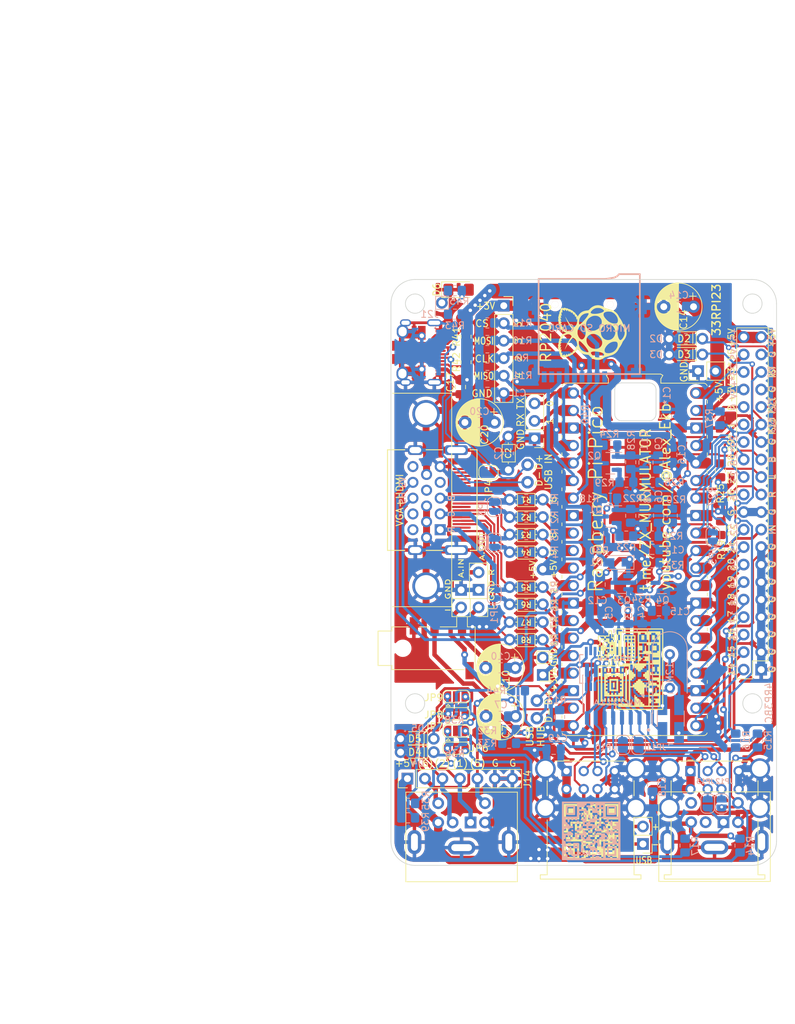
<source format=kicad_pcb>
(kicad_pcb (version 20211014) (generator pcbnew)
  (layers (0 "F.Cu" signal) (31 "B.Cu" signal) (34 "B.Paste" user) (35 "F.Paste" user) (36 "B.SilkS" user "B.Silkscreen") (37 "F.SilkS" user "F.Silkscreen") (38 "B.Mask" user) (39 "F.Mask" user) (44 "Edge.Cuts" user))
  (net 0 "")
  (net 1 "/VGA_VS")
  (net 2 "GND")
  (net 3 "/VGA_HS")
  (net 4 "/VGA_RH")
  (net 5 "/VGA_RL")
  (net 6 "/VGA_GH")
  (net 7 "/VGA_GL")
  (net 8 "/VGA_BH")
  (net 9 "/VGA_BL")
  (net 14 "/+5V")
  (net 21 "/GP_6")
  (net 22 "/GP_7")
  (net 23 "/GP_8")
  (net 24 "/GP_9")
  (net 25 "/GP_10")
  (net 26 "/GP_11")
  (net 27 "/GP_12")
  (net 28 "/GP_13")
  (net 29 "/GP_0")
  (net 30 "/GP_1")
  (net 31 "/GP_2")
  (net 32 "/GP_3")
  (net 33 "/GP_4")
  (net 34 "/GP_5")
  (net 35 "/GP_14")
  (net 36 "/GP_15")
  (net 37 "/GP_16")
  (net 38 "/GP_17")
  (net 39 "/GP_18")
  (net 40 "/GP_19")
  (net 41 "/GP_20")
  (net 42 "/GP_21")
  (net 43 "/GP_22")
  (net 44 "/RUN")
  (net 45 "/GP_26")
  (net 46 "/GP_27")
  (net 47 "/GP_28")
  (net 48 "/GP_29_VREF")
  (net 49 "/+3V3")
  (net 50 "/GP_23_3v3EN")
  (net 51 "/+5V_in")
  (net 55 "/PS{slash}2_DATA_3V")
  (net 56 "/PS{slash}2_CLK_3V")
  (net 57 "/LOAD_IN_D")
  (net 58 "/LEFT_OUT")
  (net 59 "/RIGHT_OUT")
  (net 60 "/BEEP_OUT")
  (net 66 "/PS{slash}2 DATA")
  (net 68 "/PS{slash}2 CLK")
  (net 70 "Net-(U2-Pad2)")
  (net 71 "Net-(U2-Pad3)")
  (net 72 "/DP2")
  (net 73 "/DM2")
  (net 74 "/DP1")
  (net 75 "/DM1")
  (net 76 "/DP4")
  (net 77 "/DM4")
  (net 78 "/DP3")
  (net 79 "/DM3")
  (net 80 "/DM_IN")
  (net 81 "/DP_IN")
  (net 82 "/U_3v3")
  (net 83 "Net-(C4-Pad2)")
  (net 84 "Net-(CN1-Pad18)")
  (net 85 "Net-(C6-Pad1)")
  (net 86 "Net-(C6-Pad2)")
  (net 87 "Net-(C7-Pad1)")
  (net 88 "/R_OUT")
  (net 89 "Net-(C9-Pad1)")
  (net 90 "Net-(C11-Pad1)")
  (net 91 "Net-(C10-Pad1)")
  (net 92 "/L_OUT")
  (net 93 "Net-(C12-Pad1)")
  (net 94 "Net-(C12-Pad2)")
  (net 95 "Net-(D1-Pad2)")
  (net 96 "Net-(J10-PadS)")
  (net 97 "Net-(Q4-Pad1)")
  (net 98 "/PS{slash}2 DATA2")
  (net 99 "/PS{slash}2 CLK2")
  (net 100 "/D-")
  (net 101 "/D+")
  (net 102 "/RST")
  (net 103 "/PS2_1")
  (net 104 "/PS2_2")
  (net 105 "/PS2_5")
  (net 106 "/PS2_6")
  (net 107 "/+3V3A")
  (net 108 "Net-(R41-Pad2)")
  (net 109 "Net-(R42-Pad2)")
  (net 112 "/R_U")
  (net 113 "Net-(D6-Pad2)")
  (net 114 "Net-(J20-Pad2)")
  (net 115 "Net-(J8-Pad6)")
  (net 116 "Net-(J8-Pad7)")
  (net 117 "Net-(J21-Pad1)")
  (footprint "Connector_USB:USB_A_Wuerth_61400826021_Horizontal_Stacked" (layer "F.Cu") (at 51 100.32)
    (fp_text reference "J9" hide)
    (fp_text value "USB_A_Stacked")
  )
  (footprint "Connector_PinHeader_2.54mm:PinHeader_2x20_P2.54mm_Vertical" (layer "F.Cu") (at 79.275 85.6 180)
    (fp_text reference "J2" hide)
    (fp_text value "EXT")
  )
  (footprint "Connector_USB:USB_A_Wuerth_61400826021_Horizontal_Stacked" (layer "F.Cu") (at 69 100.32)
    (fp_text reference "J8" hide)
    (fp_text value "USB_A_Stacked")
  )
  (footprint "Connector_PinHeader_2.54mm:PinHeader_1x02_P2.54mm_Vertical" (layer "F.Cu") (at 47.562304 86.375754 180)
    (fp_text reference "J7" hide)
    (fp_text value "Conn_01x02")
  )
  (footprint "Resistor_SMD:R_0805_2012Metric_Pad1.20x1.40mm_HandSolder" (layer "F.Cu") (at 73.406 65.0748 90)
    (fp_text reference "R19")
    (fp_text value "10k")
  )
  (footprint "LIBS:HDMI" (layer "F.Cu") (at 35 61 -90)
    (fp_text reference "CN1" hide)
    (fp_text value locked "HDMI")
  )
  (footprint "Capacitor_SMD:C_0805_2012Metric_Pad1.18x1.45mm_HandSolder" (layer "F.Cu") (at 35.6 44.6 -90)
    (fp_text reference "C17")
    (fp_text value "100n")
  )
  (footprint "LIBS:Connector_Mini-DIN_Female_6Pin" (layer "F.Cu") (at 37.06 107.775)
    (fp_text reference "J13" hide)
    (fp_text value "Mini-DIN-6")
  )
  (footprint "Connector_Audio:Jack_3.5mm_PJ320D_Horizontal" (layer "F.Cu") (at 32 82.5)
    (fp_text reference "J10" hide)
    (fp_text value "AudioJack4")
  )
  (footprint "Resistor_SMD:R_0805_2012Metric_Pad1.20x1.40mm_HandSolder" (layer "F.Cu") (at 73.3552 56.6928 90)
    (fp_text reference "R25")
    (fp_text value "10k")
  )
  (footprint "Connector_PinHeader_2.54mm:PinHeader_1x03_P2.54mm_Vertical" (layer "F.Cu") (at 46.355 52.055 180)
    (fp_text reference "J4" hide)
    (fp_text value "UART")
  )
  (footprint "LIBS:conn_1" (layer "F.Cu") (at 47.563259 71.040185)
    (fp_text reference "J15" hide)
    (fp_text value "Conn_01x01_Female")
  )
  (footprint "LIBS:Connector_Mini-DIN_Female_6Pin" (layer "F.Cu") (at 73.8 107.735)
    (fp_text reference "J12" hide)
    (fp_text value "Mini-DIN-6")
  )
  (footprint "LED_SMD:LED_1206_3216Metric_Pad1.42x1.75mm_HandSolder" (layer "F.Cu") (at 35.328 30.48)
    (fp_text reference "D6")
    (fp_text value "LED_Small")
  )
  (footprint "LIBS:conn 2" (layer "F.Cu") (at 45.339 55.88)
    (fp_text reference "J18" hide)
    (fp_text value "Conn_01x02_Female" hide)
  )
  (footprint "Resistor_SMD:R_0805_2012Metric_Pad1.20x1.40mm_HandSolder" (layer "F.Cu") (at 36.4 41 -90)
    (fp_text reference "R42")
    (fp_text value "5.1K")
  )
  (footprint "Connector_PinHeader_2.54mm:PinHeader_1x02_P2.54mm_Vertical" (layer "F.Cu") (at 35.687 74.036)
    (fp_text reference "J20" hide)
    (fp_text value "Conn_01x02")
  )
  (footprint "Connector_PinHeader_2.54mm:PinHeader_1x07_P2.54mm_Vertical" (layer "F.Cu") (at 27.89322 101.414607 90)
    (fp_text reference "J14")
    (fp_text value "Conn_01x07")
  )
  (footprint "Resistor_SMD:R_0805_2012Metric_Pad1.20x1.40mm_HandSolder" (layer "F.Cu") (at 36.4 37.3 90)
    (fp_text reference "R41")
    (fp_text value "5.1K ")
  )
  (footprint "LIBS:USB-TYPE-C-31-M-12_lib2" (layer "F.Cu") (at 25.015 39.6 -90)
    (fp_text reference "USB1")
    (fp_text value "TYPE-C-31-M-12")
  )
  (footprint "LOGO" (layer "F.Cu") (at 54.61 109.093)
    (fp_text reference "G***" hide)
    (fp_text value "LOGO" hide)
  )
  (footprint "LIBS:USB_Micro-B_Amphenol" (layer "F.Cu") (at 28.3 39.6 -90)
    (fp_text reference "J11" hide)
    (fp_text value "USB_B_Micro")
  )
  (footprint "Connector_PinSocket_2.54mm:PinSocket_1x06_P2.54mm_Vertical" (layer "F.Cu") (at 41.883562 32.801695)
    (fp_text reference "J6" hide)
    (fp_text value "Conn_SD")
  )
  (footprint "Jumper:SolderJumper-2_P1.3mm_Bridged_RoundedPad1.0x1.5mm" (layer "F.Cu") (at 39.668264 56.969647)
    (fp_text reference "JP4")
    (fp_text value "Jumper_2_Bridged")
  )
  (footprint "LIBS:conn 2" (layer "F.Cu") (at 46.685427 90.105084)
    (fp_text reference "J17" hide)
    (fp_text value "Conn_01x02_Female" hide)
  )
  (footprint "Connector_Dsub:DSUB-15-HD_Female_Horizontal_P2.29x1.98mm_EdgePinOffset3.03mm_Housed_MountingHolesOffset4.94mm" (layer "F.Cu") (at 32.650331 65.3 -90)
    (fp_text reference "J1" hide)
    (fp_text value "VGA")
  )
  (footprint "LIBS:Raspberry_Pi_Pico_SMT_THT_MOD_2" (layer "F.Cu") (at 52 45.47)
    (fp_text reference "U1" hide)
    (fp_text value "raspberrypi-pico-module")
  )
  (footprint "LIBS:SolderJumper-3_P1.3mm_Open_RoundedPad1.0x1.5mm" (layer "F.Cu") (at 35 97)
    (fp_text reference "JP6")
    (fp_text value "SolderJumper_3_Open")
  )
  (footprint "Connector_PinHeader_2.54mm:PinHeader_1x02_P2.54mm_Vertical" (layer "F.Cu") (at 62.1 110.9 180)
    (fp_text reference "J16" hide)
    (fp_text value "USB")
  )
  (footprint "Connector_PinHeader_2.54mm:PinHeader_1x03_P2.54mm_Vertical" (layer "F.Cu") (at 38.227 76.566 180)
    (fp_text reference "J3" hide)
    (fp_text value "A_OUT")
  )
  (footprint "LIBS:SolderJumper-3_P1.3mm_Open_RoundedPad1.0x1.5mm" (layer "F.Cu") (at 35.014525 94.486489)
    (fp_text reference "JP7")
    (fp_text value "SolderJumper_3_Open")
  )
  (footprint "LIBS:SolderJumper-3_P1.3mm_Open_RoundedPad1.0x1.5mm" (layer "F.Cu") (at 35 92)
    (fp_text reference "JP8")
    (fp_text value "SolderJumper_3_Open")
  )
  (footprint "Connector_PinHeader_2.54mm:PinHeader_1x02_P2.54mm_Vertical" (layer "F.Cu") (at 70.099 42.291 90)
    (fp_text reference "J19" hide)
    (fp_text value "Conn_01x02")
  )
  (footprint "LOGO" (layer "F.Cu") (at 60.295234 85.547617 90)
    (fp_text reference "G***" hide)
    (fp_text value "LOGO" hide)
  )
  (footprint "LOGO" (layer "F.Cu") (at 54.737 36.703 90)
    (fp_text reference "G***" hide)
    (fp_text value "LOGO" hide)
  )
  (footprint "LIBS:SolderJumper-3_P1.3mm_Open_RoundedPad1.0x1.5mm" (layer "F.Cu") (at 34.999729 89.494011)
    (fp_text reference "JP9")
    (fp_text value "SolderJumper_3_Open")
  )
  (footprint "Resistor_SMD:R_0805_2012Metric_Pad1.20x1.40mm_HandSolder" (layer "B.Cu") (at 60.325 55.515 90)
    (fp_text reference "R28")
    (fp_text value "15k")
  )
  (footprint "Capacitor_SMD:C_0805_2012Metric_Pad1.18x1.45mm_HandSolder" (layer "B.Cu") (at 60 80 -90)
    (fp_text reference "C3")
    (fp_text value "10u")
  )
  (footprint "Capacitor_SMD:C_0805_2012Metric_Pad1.18x1.45mm_HandSolder" (layer "B.Cu") (at 39.5125 45.375 180)
    (fp_text reference "C1")
    (fp_text value "0.1u")
  )
  (footprint "LIBS:R_0805_PLUS" (layer "B.Cu") (at 45.147064 68.5505)
    (fp_text reference "R4")
    (fp_text value "270R")
  )
  (footprint "Capacitor_SMD:C_0805_2012Metric_Pad1.18x1.45mm_HandSolder" (layer "B.Cu") (at 64.298621 55.553397 90)
    (fp_text reference "C9")
    (fp_text value "10u")
  )
  (footprint "LOGO" (layer "B.Cu") (at 54.61 108.966 180)
    (fp_text reference "G***" hide)
    (fp_text value "LOGO" hide)
  )
  (footprint "Resistor_SMD:R_0805_2012Metric_Pad1.20x1.40mm_HandSolder" (layer "B.Cu") (at 28 105 180)
    (fp_text reference "R35")
    (fp_text value "10k")
  )
  (footprint "Crystal:Crystal_HC49-4H_Vertical" (layer "B.Cu") (at 66 88.265 90)
    (fp_text reference "Y1" hide)
    (fp_text value "12MHz")
  )
  (footprint "Resistor_SMD:R_0805_2012Metric_Pad1.20x1.40mm_HandSolder" (layer "B.Cu") (at 55.653561 65.770901 90)
    (fp_text reference "R30")
    (fp_text value "10k")
  )
  (footprint "Resistor_SMD:R_0805_2012Metric_Pad1.20x1.40mm_HandSolder" (layer "B.Cu") (at 66.35602 63.253572 90)
    (fp_text reference "R20")
    (fp_text value "47k")
  )
  (footprint "LIBS:c_comb_pol" (layer "B.Cu") (at 38.424168 49.740148 180)
    (fp_text reference "C20")
    (fp_text value "100u")
  )
  (footprint "Capacitor_SMD:C_0805_2012Metric_Pad1.18x1.45mm_HandSolder" (layer "B.Cu") (at 49.1275 97.155)
    (fp_text reference "C19")
    (fp_text value "10u")
  )
  (footprint "Resistor_SMD:R_0805_2012Metric_Pad1.20x1.40mm_HandSolder" (layer "B.Cu") (at 42.661123 94.328945 180)
    (fp_text reference "R32")
    (fp_text value "200")
  )
  (footprint "Resistor_SMD:R_0805_2012Metric_Pad1.20x1.40mm_HandSolder" (layer "B.Cu") (at 59.6987 58.411323 180)
    (fp_text reference "R29")
    (fp_text value "200")
  )
  (footprint "LIBS:R_0805_PLUS" (layer "B.Cu") (at 45.147064 63.4705)
    (fp_text reference "R2")
    (fp_text value "270R")
  )
  (footprint "Connector_Pin:Pin_D0.7mm_L6.5mm_W1.8mm_FlatFork" (layer "B.Cu") (at 32.893 32.385 180)
    (fp_text reference "J21")
    (fp_text value "Conn_01x01_Female")
  )
  (footprint "Jumper:SolderJumper-2_P1.3mm_Open_RoundedPad1.0x1.5mm" (layer "B.Cu") (at 73.513158 105.029556 -90)
    (fp_text reference "JP12")
    (fp_text value "J")
  )
  (footprint "Resistor_SMD:R_0805_2012Metric_Pad1.20x1.40mm_HandSolder" (layer "B.Cu") (at 63.393258 66.234389)
    (fp_text reference "R21")
    (fp_text value "10k")
  )
  (footprint "Jumper:SolderJumper-2_P1.3mm_Open_RoundedPad1.0x1.5mm" (layer "B.Cu") (at 71.501 105.029 -90)
    (fp_text reference "JP13")
    (fp_text value "J")
  )
  (footprint "Capacitor_SMD:C_0805_2012Metric_Pad1.18x1.45mm_HandSolder" (layer "B.Cu") (at 65.530522 48.894242 -90)
    (fp_text reference "C1*")
    (fp_text value "0.1u")
  )
  (footprint "LIBS:c_comb_pol" (layer "B.Cu") (at 41.43337 85.337426 180)
    (fp_text reference "C10")
    (fp_text value "10u")
  )
  (footprint "Resistor_SMD:R_0805_2012Metric_Pad1.20x1.40mm_HandSolder" (layer "B.Cu") (at 34.782 30.607 180)
    (fp_text reference "R45")
    (fp_text value "300")
  )
  (footprint "Jumper:SolderJumper-2_P1.3mm_Open_RoundedPad1.0x1.5mm" (layer "B.Cu") (at 40.5 74.65 90)
    (fp_text reference "JP1")
    (fp_text value "R_J")
  )
  (footprint "Package_SO:SSOP-28_3.9x9.9mm_P0.635mm" (layer "B.Cu") (at 58 85.5 90)
    (fp_text reference "U2" hide)
    (fp_text value "FE1.1s")
  )
  (footprint "LIBS:GCT-MEM2055-00-190-01-A" (layer "B.Cu") (at 54.296954 43.922081 180)
    (fp_text reference "J5" hide)
    (fp_text value "Micro_SD_Card")
  )
  (footprint "LIBS:c_comb_pol" (layer "B.Cu") (at 67.31 32.948114 180)
    (fp_text reference "C14")
    (fp_text value "100u")
  )
  (footprint "Package_TO_SOT_SMD:SOT-23" (layer "B.Cu") (at 57.345 63.38 180)
    (fp_text reference "Q1")
    (fp_text value "BC850")
  )
  (footprint "Package_TO_SOT_SMD:SOT-23" (layer "B.Cu") (at 64.852631 73.009412 180)
    (fp_text reference "Q4")
    (fp_text value "BC850")
  )
  (footprint "Capacitor_SMD:C_0805_2012Metric_Pad1.18x1.45mm_HandSolder" (layer "B.Cu") (at 62.24 63.285 -90)
    (fp_text reference "C8")
    (fp_text value "1n")
  )
  (footprint "Resistor_SMD:R_0805_2012Metric_Pad1.20x1.40mm_HandSolder" (layer "B.Cu") (at 43.958 88.646)
    (fp_text reference "R44")
    (fp_text value "10k")
  )
  (footprint "Resistor_SMD:R_0805_2012Metric_Pad1.20x1.40mm_HandSolder" (layer "B.Cu") (at 57.373011 53.028167)
    (fp_text reference "R24")
    (fp_text value "10k")
  )
  (footprint "Capacitor_SMD:C_0805_2012Metric_Pad1.18x1.45mm_HandSolder" (layer "B.Cu") (at 62 80 -90)
    (fp_text reference "C4")
    (fp_text value "10u")
  )
  (footprint "Jumper:SolderJumper-2_P1.3mm_Open_RoundedPad1.0x1.5mm" (layer "B.Cu") (at 72.263 66.294 90)
    (fp_text reference "JP5")
    (fp_text value "R_J")
  )
  (footprint "Package_TO_SOT_SMD:SOT-23" (layer "B.Cu") (at 59.04 72.986445 180)
    (fp_text reference "Q3")
    (fp_text value "BC850")
  )
  (footprint "Resistor_SMD:R_0805_2012Metric_Pad1.20x1.40mm_HandSolder" (layer "B.Cu") (at 49.9872 92.472 -90)
    (fp_text reference "R13")
    (fp_text value "2k7 1%")
  )
  (footprint "Resistor_SMD:R_0805_2012Metric_Pad1.20x1.40mm_HandSolder" (layer "B.Cu") (at 68.215 111.125 -90)
    (fp_text reference "R17")
    (fp_text value "10k")
  )
  (footprint "Resistor_SMD:R_0805_2012Metric_Pad1.20x1.40mm_HandSolder" (layer "B.Cu") (at 73.66 60.214 90)
    (fp_text reference "R27")
    (fp_text value "10k")
  )
  (footprint "Resistor_SMD:R_0805_2012Metric_Pad1.20x1.40mm_HandSolder" (layer "B.Cu") (at 28 107.1)
    (fp_text reference "R39")
    (fp_text value "10k")
  )
  (footprint "LIBS:D_0805_PLUS" (layer "B.Cu") (at 68.326 37.592 180)
    (fp_text reference "D2")
    (fp_text value "3v3")
  )
  (footprint "Capacitor_SMD:C_0805_2012Metric_Pad1.18x1.45mm_HandSolder" (layer "B.Cu") (at 63.458322 68.152215 180)
    (fp_text reference "C13")
    (fp_text value "10u")
  )
  (footprint "Capacitor_SMD:C_0805_2012Metric_Pad1.18x1.45mm_HandSolder" (layer "B.Cu") (at 57.15 80.01 -90)
    (fp_text reference "C5")
    (fp_text value "10u")
  )
  (footprint "Capacitor_SMD:C_0805_2012Metric_Pad1.18x1.45mm_HandSolder" (layer "B.Cu") (at 64.374505 63.262759 90)
    (fp_text reference "C6")
    (fp_text value "10u")
  )
  (footprint "LIBS:R_0805_PLUS" (layer "B.Cu") (at 45.147064 60.9305)
    (fp_text reference "R1")
    (fp_text value "270R")
  )
  (footprint "Resistor_SMD:R_0805_2012Metric_Pad1.20x1.40mm_HandSolder" (layer "B.Cu") (at 39.503752 37.845 180)
    (fp_text reference "R10")
    (fp_text value "10k")
  )
  (footprint "Resistor_SMD:R_0805_2012Metric_Pad1.20x1.40mm_HandSolder" (layer "B.Cu") (at 39.503752 40.385 180)
    (fp_text reference "R9")
    (fp_text value "10k")
  )
  (footprint "Jumper:SolderJumper-2_P1.3mm_Open_RoundedPad1.0x1.5mm" (layer "B.Cu") (at 59.182 96.52 90)
    (fp_text reference "JP10")
    (fp_text value "J")
  )
  (footprint "LIBS:R_0805_PLUS" (layer "B.Cu") (at 45.147064 73.6305)
    (fp_text reference "R5")
    (fp_text value "270R")
  )
  (footprint "Resistor_SMD:R_0805_2012Metric_Pad1.20x1.40mm_HandSolder" (layer "B.Cu") (at 39.503752 42.925 180)
    (fp_text reference "R11")
    (fp_text value "10k")
  )
  (footprint "Capacitor_SMD:C_0805_2012Metric_Pad1.18x1.45mm_HandSolder" (layer "B.Cu") (at 63.49 102.235 -90)
    (fp_text reference "C18")
    (fp_text value "10u")
  )
  (footprint "LIBS:c_comb_pol" (layer "B.Cu") (at 41.463209 92.374968 180)
    (fp_text reference "C7")
    (fp_text value "10u")
  )
  (footprint "Resistor_SMD:R_0805_2012Metric_Pad1.20x1.40mm_HandSolder" (layer "B.Cu") (at 63.5 70.095717 180)
    (fp_text reference "R31")
    (fp_text value "1k")
  )
  (footprint "Capacitor_SMD:C_0805_2012Metric_Pad1.18x1.45mm_HandSolder" (layer "B.Cu") (at 55.88 73.2575 90)
    (fp_text reference "C12")
    (fp_text value "100n")
  )
  (footprint "LIBS:R_0805_PLUS" (layer "B.Cu") (at 45.147064 81.2505)
    (fp_text reference "R8")
    (fp_text value "270R")
  )
  (footprint "LIBS:R_0805_PLUS" (layer "B.Cu") (at 42.545 54.202064 90)
    (fp_text reference "C2")
    (fp_text value "0.1u")
  )
  (footprint "Resistor_SMD:R_0805_2012Metric_Pad1.20x1.40mm_HandSolder" (layer "B.Cu") (at 63.5 58.43 180)
    (fp_text reference "R26")
    (fp_text value "47k")
  )
  (footprint "Resistor_SMD:R_0805_2012Metric_Pad1.20x1.40mm_HandSolder" (layer "B.Cu") (at 34.782 34.036)
    (fp_text reference "R43")
    (fp_text value "300")
  )
  (footprint "LIBS:R_0805_PLUS" (layer "B.Cu") (at 45.147064 66.0105)
    (fp_text reference "R3")
    (fp_text value "270R")
  )
  (footprint "Resistor_SMD:R_0805_2012Metric_Pad1.20x1.40mm_HandSolder" (layer "B.Cu") (at 75.565 95.885 90)
    (fp_text reference "R16")
    (fp_text value "68R")
  )
  (footprint "Jumper:SolderJumper-2_P1.3mm_Open_RoundedPad1.0x1.5mm" (layer "B.Cu") (at 40.5 62 90)
    (fp_text reference "JP3")
    (fp_text value "B_J")
  )
  (footprint "Resistor_SMD:R_0805_2012Metric_Pad1.20x1.40mm_HandSolder" (layer "B.Cu") (at 76.2 111.125 90)
    (fp_text reference "R14")
    (fp_text value "10k")
  )
  (footprint "LIBS:R_0805_PLUS" (layer "B.Cu") (at 45.147064 78.7105)
    (fp_text reference "R7")
    (fp_text value "270R")
  )
  (footprint "Resistor_SMD:R_0805_2012Metric_Pad1.20x1.40mm_HandSolder" (layer "B.Cu") (at 61.940985 72.895324 -90)
    (fp_text reference "R34")
    (fp_text value "10k")
  )
  (footprint "Resistor_SMD:R_0805_2012Metric_Pad1.20x1.40mm_HandSolder" (layer "B.Cu") (at 35 96)
    (fp_text reference "R36")
    (fp_text value "68R")
  )
  (footprint "LIBS:D_0805_PLUS" (layer "B.Cu") (at 68.326 39.878 180)
    (fp_text reference "D3")
    (fp_text value "3v3")
  )
  (footprint "Jumper:SolderJumper-2_P1.3mm_Open_RoundedPad1.0x1.5mm" (layer "B.Cu") (at 40.500005 67.200004 90)
    (fp_text reference "JP2")
    (fp_text value "G_J")
  )
  (footprint "Resistor_SMD:R_0805_2012Metric_Pad1.20x1.40mm_HandSolder" (layer "B.Cu") (at 57.345 60.745)
    (fp_text reference "R18")
    (fp_text value "10k")
  )
  (footprint "Resistor_SMD:R_0805_2012Metric_Pad1.20x1.40mm_HandSolder" (layer "B.Cu") (at 35 91)
    (fp_text reference "R38")
    (fp_text value "68R")
  )
  (footprint "LIBS:D_0805_PLUS" (layer "B.Cu") (at 29.3 95.625 180)
    (fp_text reference "D5")
    (fp_text value "3v3")
  )
  (footprint "Capacitor_SMD:C_0805_2012Metric_Pad1.18x1.45mm_HandSolder" (layer "B.Cu") (at 64.420189 77.068141 180)
    (fp_text reference "C15")
    (fp_text value "10u")
  )
  (footprint "Crystal:Crystal_SMD_0603-4Pin_6.0x3.5mm" (layer "B.Cu") (at 66.141001 92.702332 90)
    (fp_text reference "Y2" hide)
    (fp_text value "12MHz")
  )
  (footprint "LIBS:R_0805_PLUS" (layer "B.Cu") (at 45.147064 76.1305)
    (fp_text reference "R6")
    (fp_text value "270R")
  )
  (footprint "Resistor_SMD:R_0805_2012Metric_Pad1.20x1.40mm_HandSolder" (layer "B.Cu") (at 59.680963 66.234389 180)
    (fp_text reference "R23")
    (fp_text value "200")
  )
  (footprint "Diode_SMD:D_SOD-123" (layer "B.Cu") (at 58.54 70.046445 180)
    (fp_text reference "D1")
    (fp_text value "1N4148W")
  )
  (footprint "Resistor_SMD:R_0805_2012Metric_Pad1.20x1.40mm_HandSolder" (layer "B.Cu") (at 60.325 63.285 90)
    (fp_text reference "R22")
    (fp_text value "15k")
  )
  (footprint "LIBS:D_0805_PLUS" (layer "B.Cu") (at 29.306854 97.573448 180)
    (fp_text reference "D4")
    (fp_text value "3v3")
  )
  (footprint "Package_SO:SO-16_5.3x10.2mm_P1.27mm" (layer "B.Cu") (at 58.42 89.154 90)
    (fp_text reference "U3" hide)
    (fp_text value "MW7211A")
  )
  (footprint "Resistor_SMD:R_0805_2012Metric_Pad1.20x1.40mm_HandSolder" (layer "B.Cu") (at 39.503752 35.305 180)
    (fp_text reference "R12")
    (fp_text value "10k")
  )
  (footprint "Package_TO_SOT_SMD:SOT-23" (layer "B.Cu") (at 57.358336 55.656889 180)
    (fp_text reference "Q2")
    (fp_text value "BC850")
  )
  (footprint "Resistor_SMD:R_0805_2012Metric_Pad1.20x1.40mm_HandSolder" (layer "B.Cu") (at 78.74 95.885 90)
    (fp_text reference "R15")
    (fp_text value "68R")
  )
  (footprint "Capacitor_SMD:C_0805_2012Metric_Pad1.18x1.45mm_HandSolder" (layer "B.Cu") (at 66.284242 54.432135 90)
    (fp_text reference "C16")
    (fp_text value "10u")
  )
  (footprint "Capacitor_SMD:C_0805_2012Metric_Pad1.18x1.45mm_HandSolder" (layer "B.Cu") (at 62.251735 55.553141 -90)
    (fp_text reference "C11")
    (fp_text value "1n")
  )
  (footprint "Jumper:SolderJumper-2_P1.3mm_Open_RoundedPad1.0x1.5mm" (layer "B.Cu") (at 61.468 96.52 90)
    (fp_text reference "JP11")
    (fp_text value "J")
  )
  (footprint "Resistor_SMD:R_0805_2012Metric_Pad1.20x1.40mm_HandSolder" (layer "B.Cu") (at 73.279 49.149 90)
    (fp_text reference "R37")
    (fp_text value "10k")
  )
  (footprint "Resistor_SMD:R_0805_2012Metric_Pad1.20x1.40mm_HandSolder" (layer "B.Cu") (at 42.665961 96.281587)
    (fp_text reference "R33")
    (fp_text value "10k")
  )
  (footprint "Resistor_SMD:R_0805_2012Metric_Pad1.20x1.40mm_HandSolder" (layer "B.Cu") (at 55.1863 48.601629 -90)
    (fp_text reference "R40")
    (fp_text value "10R")
  )
  (gr_arc (start 25.5 32.5) (mid 26.525126 30.025126) (end 29 29) (layer "Edge.Cuts") (width 0.1))
  (gr_arc (start 58 45) (mid 58.292893 44.292893) (end 59 44) (layer "Edge.Cuts") (width 0.1))
  (gr_line (start 25.5 110.5) (end 25.5 32.5) (layer "Edge.Cuts") (width 0.1))
  (gr_circle (center 29 90.5) (end 30.4 90.5) (layer "Edge.Cuts") (width 0.1) (fill none))
  (gr_arc (start 29 114) (mid 26.525126 112.974874) (end 25.5 110.5) (layer "Edge.Cuts") (width 0.1))
  (gr_arc (start 63 44) (mid 63.707107 44.292893) (end 64 45) (layer "Edge.Cuts") (width 0.1))
  (gr_arc (start 78 29) (mid 80.474874 30.025126) (end 81.5 32.5) (layer "Edge.Cuts") (width 0.1))
  (gr_circle (center 29 32.5) (end 30.4 32.5) (layer "Edge.Cuts") (width 0.1) (fill none))
  (gr_arc (start 59 49.5) (mid 58.292893 49.207107) (end 58 48.5) (layer "Edge.Cuts") (width 0.1))
  (gr_line (start 64 48.5) (end 64 45) (layer "Edge.Cuts") (width 0.1))
  (gr_arc (start 81.5 110.5) (mid 80.474874 112.974874) (end 78 114) (layer "Edge.Cuts") (width 0.1))
  (gr_line (start 59 49.5) (end 63 49.5) (layer "Edge.Cuts") (width 0.1))
  (gr_line (start 58 45) (end 58 48.5) (layer "Edge.Cuts") (width 0.1))
  (gr_line (start 63 44) (end 59 44) (layer "Edge.Cuts") (width 0.1))
  (gr_arc (start 64 48.5) (mid 63.707107 49.207107) (end 63 49.5) (layer "Edge.Cuts") (width 0.1))
  (gr_line (start 78 114) (end 29 114) (layer "Edge.Cuts") (width 0.1))
  (gr_line (start 29 29) (end 78 29) (layer "Edge.Cuts") (width 0.1))
  (gr_circle (center 78.000001 32.499999) (end 79.400001 32.499999) (layer "Edge.Cuts") (width 0.1) (fill none))
  (gr_circle (center 78 90.5) (end 79.4 90.5) (layer "Edge.Cuts") (width 0.1) (fill none))
  (gr_line (start 81.5 32.5) (end 81.5 110.5) (layer "Edge.Cuts") (width 0.1))
  (gr_text "." (at 62.1 87.7) (layer "B.SilkS") (effects (font (size 4 4)) (justify mirror)))
  (gr_text "G" (at 80.772 70.231 90) (layer "B.SilkS") (effects (font (size 0.9 1)) (justify mirror)))
  (gr_text "15" (at 75.311 83.058 -270) (layer "B.SilkS") (effects (font (size 0.9 1)) (justify mirror)))
  (gr_text "27" (at 75.311 57.658 -270) (layer "B.SilkS") (effects (font (size 0.9 1)) (justify mirror)))
  (gr_text "MW7211A" (at 58.4 90.4) (layer "B.SilkS") (effects (font (size 0.8 1) (thickness 0.125)) (justify mirror)))
  (gr_text "18" (at 75.311 75.438 -270) (layer "B.SilkS") (effects (font (size 0.9 1)) (justify mirror)))
  (gr_text "12M" (at 66 86.05 90) (layer "B.SilkS") (effects (font (size 1 1)) (justify mirror)))
  (gr_text "14" (at 75.311 85.598 -270) (layer "B.SilkS") (effects (font (size 0.9 1)) (justify mirror)))
  (gr_text "FE1.1s" (at 58 84) (layer "B.SilkS") (effects (font (size 0.5 1) (thickness 0.125)) (justify mirror)))
  (gr_text "29*" (at 75.311 52.832 -270) (layer "B.SilkS") (effects (font (size 0.9 1)) (justify mirror)))
  (gr_text "23*" (at 75.311 42.418 -270) (layer "B.SilkS") (effects (font (size 0.9 1)) (justify mirror)))
  (gr_text "C20" (at 38.354 48.133) (layer "B.SilkS") (effects (font (size 1 1)) (justify mirror)))
  (gr_text "G" (at 75.311 62.738 -270) (layer "B.SilkS") (effects (font (size 0.9 1)) (justify mirror)))
  (gr_text "PS2_D" (at 80.772 50.165 90) (layer "B.SilkS") (effects (font (size 0.9 0.5) (thickness 0.125)) (justify mirror)))
  (gr_text "L" (at 80.772 57.658 90) (layer "B.SilkS") (effects (font (size 0.9 1)) (justify mirror)))
  (gr_text "R" (at 80.772 60.198 90) (layer "B.SilkS") (effects (font (size 0.9 1)) (justify mirror)))
  (gr_text "1" (at 75.311 50.038 -270) (layer "B.SilkS") (effects (font (size 0.9 1)) (justify mirror)))
  (gr_text "HS" (at 27.178 60.706 90) (layer "B.SilkS") (effects (font (size 0.9 0.9)) (justify mirror)))
  (gr_text "G" (at 80.772 44.831 -270) (layer "B.SilkS") (effects (font (size 0.9 1)) (justify mirror)))
  (gr_text "16" (at 75.311 80.518 -270) (layer "B.SilkS") (effects (font (size 0.9 1)) (justify mirror)))
  (gr_text "+3V" (at 75.311 44.958 -270) (layer "B.SilkS") (effects (font (size 0.9 0.9)) (justify mirror)))
  (gr_text "G" (at 80.772 82.931 90) (layer "B.SilkS") (effects (font (size 0.9 1)) (justify mirror)))
  (gr_text "B" (at 80.772 55.118 90) (layer "B.SilkS") (effects (font (size 0.9 1)) (justify mirror)))
  (gr_text "G" (at 80.772 80.391 90) (layer "B.SilkS") (effects (font (size 0.9 1)) (justify mirror)))
  (gr_text "+5V" (at 75.311 37.338 -270) (layer "B.SilkS") (effects (font (size 0.9 0.9)) (justify mirror)))
  (gr_text "B" (at 34.29 60.706 90) (layer "B.SilkS") (effects (font (size 0.9 0.9)) (justify mirror)))
  (gr_text "VS" (at 27.178 58.42 90) (layer "B.SilkS") (effects (font (size 0.9 0.9)) (justify mirror)))
  (gr_text "VS" (at 75.311 39.878 -270) (layer "B.SilkS") (effects (font (size 0.9 0.9)) (justify mirror)))
  (gr_text "IN" (at 80.772 65.278 90) (layer "B.SilkS") (effects (font (size 0.9 1)) (justify mirror)))
  (gr_text "28" (at 75.311 55.118 -270) (layer "B.SilkS") (effects (font (size 0.9 1)) (justify mirror)))
  (gr_text "22" (at 75.311 65.278 90) (layer "B.SilkS") (effects (font (size 0.9 1)) (justify mirror)))
  (gr_text "+5V" (at 80.772 37.338 -270) (layer "B.SilkS") (effects (font (size 0.9 0.9)) (justify mirror)))
  (gr_text "G" (at 80.772 85.471 90) (layer "B.SilkS") (effects (font (size 0.9 1)) (justify mirror)))
  (gr_text "G" (at 80.772 52.451 90) (layer "B.SilkS") (effects (font (size 0.9 1)) (justify mirror)))
  (gr_text "21" (at 75.311 67.818 90) (layer "B.SilkS") (effects (font (size 0.9 1)) (justify mirror)))
  (gr_text "." (at 62.9 92.7) (layer "B.SilkS") (effects (font (size 4 4)) (justify mirror)))
  (gr_text "19" (at 75.311 72.898 -270) (layer "B.SilkS") (effects (font (size 0.9 1)) (justify mirror)))
  (gr_text "RST" (at 80.772 42.418 -270) (layer "B.SilkS") (effects (font (size 0.9 0.6)) (justify mirror)))
  (gr_text "PS2_C" (at 80.772 47.371 90) (layer "B.SilkS") (effects (font (size 0.9 0.5) (thickness 0.125)) (justify mirror)))
  (gr_text "G" (at 80.772 75.311 90) (layer "B.SilkS") (effects (font (size 0.9 1)) (justify mirror)))
  (gr_text "G" (at 80.772 72.771 90) (layer "B.SilkS") (effects (font (size 0.9 1)) (justify mirror)))
  (gr_text "26" (at 75.311 60.198 -270) (layer "B.SilkS") (effects (font (size 0.9 1)) (justify mirror)))
  (gr_text "4RP3BC" (at 80.391 90.424 90) (layer "B.SilkS") (effects (font (size 1 1)) (justify mirror)))
  (gr_text "G" (at 34.29 62.992 90) (layer "B.SilkS") (effects (font (size 0.9 0.9)) (justify mirror)))
  (gr_text "G" (at 80.772 77.851 90) (layer "B.SilkS") (effects (font (size 0.9 1)) (justify mirror)))
  (gr_text "G" (at 80.772 67.691 90) (layer "B.SilkS") (effects (font (size 0.9 1)) (justify mirror)))
  (gr_text "MICRO SD CARD" (at 54.296954 36.072081) (layer "B.SilkS") (effects (font (size 1 1)) (justify mirror)))
  (gr_text "R" (at 34.29 65.278 90) (layer "B.SilkS") (effects (font (size 0.9 0.9)) (justify mirror)))
  (gr_text "17" (at 75.311 77.978 -270) (layer "B.SilkS") (effects (font (size 0.9 1)) (justify mirror)))
  (gr_text "0" (at 75.311 47.498 -270) (layer "B.SilkS") (effects (font (size 0.9 1)) (justify mirror)))
  (gr_text "G" (at 80.772 62.738 90) (layer "B.SilkS") (effects (font (size 0.9 1)) (justify mirror)))
  (gr_text "G" (at 80.772 39.878 -270) (layer "B.SilkS") (effects (font (size 0.9 1)) (justify mirror)))
  (gr_text "20" (at 75.311 70.358 -270) (layer "B.SilkS") (effects (font (size 0.9 1)) (justify mirror)))
  (gr_text "+3VA" (at 49.149 87.122 90) (layer "F.SilkS") (effects (font (size 0.9 0.9))))
  (gr_text "0" (at 48.6156 46.99 90) (layer "F.SilkS") (effects (font (size 0.9 1))))
  (gr_text "D2" (at 68.072 37.592) (layer "F.SilkS") (effects (font (size 1 1))))
  (gr_text "19" (at 74.93 72.898 90) (layer "F.SilkS") (effects (font (size 0.9 1))))
  (gr_text "R" (at 40.132 71.492211 90) (layer "F.SilkS") (effects (font (size 0.7 1))))
  (gr_text "D-" (at 46.99 57.912 90) (layer "F.SilkS") (effects (font (size 1 1))))
  (gr_text "8" (at 49.0728 66.0908 90) (layer "F.SilkS") (effects (font (size 0.9 1))))
  (gr_text "G" (at 80.899 77.978 90) (layer "F.SilkS") (effects (font (size 0.9 1))))
  (gr_text "1" (at 74.93 50.165 90) (layer "F.SilkS") (effects (font (size 0.9 1))))
  (gr_text "GND" (at 44.323 52.197 90) (layer "F.SilkS") (effects (font (size 1 1))))
  (gr_text "PS2_C" (at 80.899 47.244 90) (layer "F.SilkS") (effects (font (size 0.9 0.5) (thickness 0.125))))
  (gr_text "+5V" (at 49.110625 70.993 90) (layer "F.SilkS") (effects (font (size 0.9 0.9))))
  (gr_text "D3" (at 68.072 39.878) (layer "F.SilkS") (effects (font (size 1 1))))
  (gr_text "29*" (at 74.93 52.705 90) (layer "F.SilkS") (effects (font (size 0.9 1))))
  (gr_text "G" (at 43.18 99.159169) (layer "F.SilkS") (effects (font (size 1 1))))
  (gr_text "TX" (at 44.323 46.979077 90) (layer "F.SilkS") (effects (font (size 1 1))))
  (gr_text "27" (at 74.93 57.785 90) (layer "F.SilkS") (effects (font (size 0.9 1))))
  (gr_text "18" (at 74.93 75.438 90) (layer "F.SilkS") (effects (font (size 0.9 1))))
  (gr_text "6" (at 49.0728 60.9092 90) (layer "F.SilkS") (effects (font (size 0.9 1))))
  (gr_text "11" (at 49.0728 76.1492 90) (layer "F.SilkS") (effects (font (size 0.9 1))))
  (gr_text "G" (at 80.899 80.518 90) (layer "F.SilkS") (effects (font (size 0.9 1))))
  (gr_text "(6)" (at 30.502805 99.216753) (layer "F.SilkS") (effects (font (size 1 1))))
  (gr_text "+5V" (at 73.152 45.339 90) (layer "F.SilkS") (effects (font (size 1 1))))
  (gr_text "26" (at 74.93 60.325 90) (layer "F.SilkS") (effects (font (size 0.9 1))))
  (gr_text "D+" (at 48.387 89.662 90) (layer "F.SilkS") (effects (font (size 1 1))))
  (gr_text "G" (at 80.899 39.878 90) (layer "F.SilkS") (effects (font (size 0.9 1))))
  (gr_text "+5V" (at 27.596909 99.191948) (layer "F.SilkS") (effects (font (size 1 1))))
  (gr_text "+5V" (at 74.93 37.465 90) (layer "F.SilkS") (effects (font (size 0.9 0.9))))
  (gr_text "PS2_D" (at 80.899 50.292 90) (layer "F.SilkS") (effects (font (size 0.9 0.5) (thickness 0.125))))
  (gr_text "RP2040" (at 48.006 36.703 90) (layer "F.SilkS") (effects (font (size 1.5 1.5) (thickness 0.2))))
  (gr_text "G" (at 80.899 70.358 90) (layer "F.SilkS") (effects (font (size 0.9 1))))
  (gr_text "2" (at 44.0436 40.4368 90) (layer "F.SilkS") (effects (font (size 0.9 1))))
  (gr_text "RST" (at 80.899 42.418 90) (layer "F.SilkS") (effects (font (size 0.9 0.6))))
  (gr_text "GND" (at 40.132 74.14133 90) (layer "F.SilkS") (effects (font (size 0.7 1))))
  (gr_text "D5" (at 28.955838 95.625) (layer "F.SilkS") (effects (font (size 1 1))))
  (gr_text "10" (at 49.0728 73.66 90) (layer "F.SilkS") (effects (font (size 0.9 1))))
  (gr_text "USB" (at 62.23 113.284) (layer "F.SilkS") (effects (font (size 1 0.8))))
  (gr_text "20" (at 74.93 70.358 90) (layer "F.SilkS") (effects (font (size 0.9 1))))
  (gr_text "+5V" (at 80.899 37.465 90) (layer "F.SilkS") (effects (font (size 0.9 0.9))))
  (gr_text "B" (at 80.899 55.118 90) (layer "F.SilkS") (effects (font (size 0.9 1))))
  (gr_text "G" (at 80.899 52.578 90) (layer "F.SilkS") (effects (font (size 0.9 1))))
  (gr_text "C7" (at 42.2 94.6 90) (layer "F.SilkS") (effects (font (size 1 1))))
  (gr_text "G" (at 80.899 72.898 90) (layer "F.SilkS") (effects (font (size 0.9 1))))
  (gr_text "-" (at 63.913293 110.934282) (layer "F.SilkS") (effects (font (size 1 0.8))))
  (gr_text "G" (at 80.899 67.818 90) (layer "F.SilkS") (effects (font (size 0.9 1))))
  (gr_text "15" (at 74.93 83.058 90) (layer "F.SilkS") (effects (font (size 0.9 1))))
  (gr_text "+" (at 63.93928 108.361554) (layer "F.SilkS") (effects (font (size 1 0.8))))
  (gr_text "MOSI" (at 39 37.92) (layer "F.SilkS") (effects (font (size 1 0.8))))
  (gr_text "D4" (at 28.978054 97.57735) (layer "F.SilkS") (effects (font (size 1 1))))
  (gr_text "G" (at 40.64 99.172469) (layer "F.SilkS") (effects (font (size 1 1))))
  (gr_text "GND" (at 49.149 83.82 90) (layer "F.SilkS") (effects (font (size 0.9 0.9))))
  (gr_text "(2)" (at 32.95974 99.235948) (layer "F.SilkS") (effects (font (size 1 1))))
  (gr_text "+5V" (at 46.101 71.12 90) (layer "F.SilkS") (effects (font (size 0.9 0.9))))
  (gr_text "L" (at 80.899 57.658 90) (layer "F.SilkS") (effects (font (size 0.9 1))))
  (gr_text "G" (at 80.899 83.058 90) (layer "F.SilkS") (effects (font (size 0.9 1))))
  (gr_text "A.IN" (at 35.687 70.866 90) (layer "F.SilkS") (effects (font (size 0.7 1))))
  (gr_text "28" (at 74.93 55.245 90) (layer "F.SilkS") (effects (font (size 0.9 1))))
  (gr_text "G" (at 74.93 62.865 90) (layer "F.SilkS") (effects (font (size 0.9 1))))
  (gr_text "IN" (at 80.899 65.278 90) (layer "F.SilkS") (effects (font (size 0.9 1))))
  (gr_text "4" (at 44.0436 42.926 90) (layer "F.SilkS") (effects (font (size 0.9 1))))
  (gr_text "5" (at 43.9928 35.5092 90) (layer "F.SilkS") (effects (font (size 0.9 1))))
  (gr_text "GND" (at 33.782 73.914 90) (layer "F.SilkS") (effects (font (size 0.7 1))))
  (gr_text "t.me/ZX_MURMULATOR" (at 62.484 62.357 90) (layer "F.SilkS") (effects (font (size 1.5 1.4) (thickness 0.2))))
  (gr_text "G" (at 80.899 44.958 90) (layer "F.SilkS") (effects (font (size 0.9 1))))
  (gr_text "13" (at 49.0728 81.3308 90) (layer "F.SilkS") (effects (font (size 0.9 1))))
  (gr_text "C10" (at 42.2 87.1 90) (layer "F.SilkS") (effects (font (size 1 1))))
  (gr_text "21" (at 74.93 67.818 90) (layer "F.SilkS") (effects (font (size 0.9 1))))
  (gr_text "16" (at 74.93 80.518 90) (layer "F.SilkS") (effects (font (size 0.9 1))))
  (gr_text "+3V" (at 74.93 45.466 90) (layer "F.SilkS") (effects (font (size 0.9 0.9))))
  (gr_text "A.OUT" (at 38.735 67.691 90) (layer "F.SilkS") (effects (font (size 0.7 1))))
  (gr_text "23*" (at 74.93 42.291 90) (layer "F.SilkS") (effects (font (size 0.9 1))))
  (gr_text "CLK" (at 39.1 40.5) (layer "F.SilkS") (effects (font (size 1 1))))
  (gr_text "7" (at 49.0728 63.5 90) (layer "F.SilkS") (effects (font (size 0.9 1))))
  (gr_text "VGA+HDMI" (at 26.775331 61 90) (layer "F.SilkS") (effects (font (size 1 1))))
  (gr_text "G" (at 80.899 62.738 90) (layer "F.SilkS") (effects (font (size 0.9 1))))
  (gr_text "(5)" (at 38.084752 99.197558) (layer "F.SilkS") (effects (font (size 1 1))))
  (gr_text "12" (at 49.0728 78.7908 90) (layer "F.SilkS") (effects (font (size 0.9 1))))
  (gr_text "+3V" (at 39.243 32.84) (layer "F.SilkS") (effects (font (size 1 0.9))))
  (gr_text "1" (at 48.6156 49.5808 90) (layer "F.SilkS") (effects (font (size 0.9 1))))
  (gr_text "I" (at 33.782 76.962 90) (layer "F.SilkS") (effects (font (size 0.7 1))))
  (gr_text "3" (at 44.0436 37.8968 90) (layer "F.SilkS") (effects (font (size 0.9 1))))
  (gr_text "0" (at 74.93 47.625 90) (layer "F.SilkS") (effects (font (size 0.9 1))))
  (gr_text "D-" (at 48.387 92.202 90) (layer "F.SilkS") (effects (font (size 1 1))))
  (gr_text "CS" (at 38.735 35.38) (layer "F.SilkS") (effects (font (size 1 1))))
  (gr_text "D+" (at 46.99 55.499 90) (layer "F.SilkS") (effects (font (size 1 1))))
  (gr_text "R" (at 80.899 60.198 90) (layer "F.SilkS") (effects (font (size 0.9 1))))
  (gr_text "MISO" (at 39 43) (layer "F.SilkS") (effects (font (size 1 0.8))))
  (gr_text "G" (at 80.899 85.598 90) (layer "F.SilkS") (effects (font (size 0.9 1))))
  (gr_text "(1)" (at 35.551038 99.197558) (layer "F.SilkS") (effects (font (size 1 1))))
  (gr_text "Raspberry Pi Pico" (at 55.245 60.833 90) (layer "F.SilkS") (effects (font (size 2 2) (thickness 0.2))))
  (gr_text "GND" (at 38.735 45.54) (layer "F.SilkS") (effects (font (size 1 1))))
  (gr_text "C14" (at 68 34.8 90) (layer "F.SilkS") (effects (font (size 1 1))))
  (gr_text "L" (at 40.132 76.566 90) (layer "F.SilkS") (effects (font (size 0.7 1))))
  (gr_text "17" (at 74.93 77.978 90) (layer "F.SilkS") (effects (font (size 0.9 1))))
  (gr_text "RX" (at 44.323 49.403 90) (layer "F.SilkS") (effects (font (size 1 1))))
  (gr_text "G" (at 80.899 75.438 90) (layer "F.SilkS") (effects (font (size 0.9 1))))
  (gr_text "GND" (at 68.066013 42.390661 90) (layer "F.SilkS") (effects (font (size 1 1))))
  (gr_text "USB IN" (at 48.387 56.896 90) (layer "F.SilkS") (effects (font (size 1 1))))
  (gr_text "22" (at 74.93 65.405 90) (layer "F.SilkS") (effects (font (size 0.9 1))))
  (gr_text "youtube.com/@Alex_Ekb" (at 65.342424 60.524079 90) (layer "F.SilkS") (effects (font (size 1.5 1.5) (thickness 0.2))))
  (gr_text "USB\nHUB" (at 46.482 95.25 90) (layer "F.SilkS") (effects (font (size 1 1))))
  (gr_text "14" (at 74.93 85.598 90) (layer "F.SilkS") (effects (font (size 0.9 1))))
  (gr_text "33RPI23" (at 72.771 33.401 90) (layer "F.SilkS") (effects (font (size 1.2 1.2) (thickness 0.2))))
  (gr_text "9" (at 49.0728 68.58 90) (layer "F.SilkS") (effects (font (size 0.9 1))))
  (gr_text "VS" (at 74.93 39.878 90) (layer "F.SilkS") (effects (font (size 0.9 0.9))))
  (segment (start 40.029 69.390318) (end 40.029 78.545436) (width 0.3) (layer "F.Cu") (net 1))
  (segment (start 35.76 65.5) (end 38.83 65.5) (width 0.3) (layer "F.Cu") (net 1))
  (segment (start 38.83 65.5) (end 39.005 65.675) (width 0.3) (layer "F.Cu") (net 1))
  (segment (start 39.005 65.675) (end 39.005 68.366318) (width 0.3) (layer "F.Cu") (net 1))
  (segment (start 40.029 78.545436) (end 42.734064 81.2505) (width 0.3) (layer "F.Cu") (net 1))
  (segment (start 39.005 68.366318) (end 40.029 69.390318) (width 0.3) (layer "F.Cu") (net 1))
  (segment (start 30.4505 81.2505) (end 26.43273 77.23273) (width 0.4) (layer "B.Cu") (net 1))
  (segment (start 42.734064 81.2505) (end 30.4505 81.2505) (width 0.4) (layer "B.Cu") (net 1))
  (segment (start 26.43273 77.23273) (end 26.43273 60.687601) (width 0.4) (layer "B.Cu") (net 1))
  (segment (start 26.43273 60.687601) (end 28.690331 58.43) (width 0.4) (layer "B.Cu") (net 1))
  (segment (start 33.99 56.14) (end 34.01 56.16) (width 0.5) (layer "F.Cu") (net 2))
  (segment (start 30.670331 68.135331) (end 30.600331 68.205331) (width 1) (layer "F.Cu") (net 2))
  (segment (start 34.06 62) (end 34.01 61.95) (width 0.3) (layer "F.Cu") (net 2))
  (segment (start 72.732 106.387) (end 73.980541 106.387) (width 0.5) (layer "F.Cu") (net 2))
  (segment (start 26.887 97.566594) (end 26.893854 97.573448) (width 1.2) (layer "F.Cu") (net 2))
  (segment (start 65.405 90.805) (end 66.675 90.805) (width 1) (layer "F.Cu") (net 2))
  (segment (start 30.600331 68.205331) (end 30.600331 73.485) (width 1) (layer "F.Cu") (net 2))
  (segment (start 54.64 55.85) (end 54.61 55.88) (width 0.4) (layer "F.Cu") (net 2))
  (segment (start 33.046 35.28) (end 31.795 35.28) (width 0.4) (layer "F.Cu") (net 2))
  (segment (start 30.600331 53.460331) (end 30.89 53.75) (width 1) (layer "F.Cu") (net 2))
  (segment (start 72.64 50.55) (end 69.78 50.55) (width 0.4) (layer "F.Cu") (net 2))
  (segment (start 33.900331 65.990331) (end 35 67.09) (width 0.5) (layer "F.Cu") (net 2))
  (segment (start 43.79 52.045) (end 43.8 52.055) (width 1.2) (layer "F.Cu") (net 2))
  (segment (start 47.93 99.97) (end 47.93 95.93) (width 1.5) (layer "F.Cu") (net 2))
  (segment (start 27.185 42.305) (end 27.185 40.805) (width 0.5) (layer "F.Cu") (net 2))
  (segment (start 28.865 36.625) (end 30.065 36.625) (width 0.5) (layer "F.Cu") (net 2))
  (segment (start 30.670331 66.445) (end 30.670331 68.135331) (width 1) (layer "F.Cu") (net 2))
  (segment (start 31.795 35.28) (end 28.855 35.28) (width 0.4) (layer "F.Cu") (net 2))
  (segment (start 73.025 94.612914) (end 73.023957 94.613957) (width 0.635) (layer "F.Cu") (net 2))
  (segment (start 72.7825 92.3175) (end 72.7825 89.9275) (width 0.635) (layer "F.Cu") (net 2))
  (segment (start 75.9 106.38) (end 75.8875 106.3675) (width 0.635) (layer "F.Cu") (net 2))
  (segment (start 26.887 94.340057) (end 26.887 95.625) (width 1.2) (layer "F.Cu") (net 2))
  (segment (start 48.812304 85.085754) (end 47.562304 83.835754) (width 0.4) (layer "F.Cu") (net 2))
  (segment (start 26.915 38.615) (end 26.915 38.345) (width 0.5) (layer "F.Cu") (net 2))
  (segment (start 72.982999 87.047001) (end 71.38 88.65) (width 0.635) (layer "F.Cu") (net 2))
  (segment (start 28.825 78.49) (end 30.600331 76.714669) (width 1) (layer "F.Cu") (net 2))
  (segment (start 66.675 56.515) (end 66.01 55.85) (width 0.4) (layer "F.Cu") (net 2))
  (segment (start 73.025 93.345) (end 72.39 92.71) (width 0.635) (layer "F.Cu") (net 2))
  (segment (start 30.600331 48.485) (end 31.085331 48) (width 1) (layer "F.Cu") (net 2))
  (segment (start 75.9 106.38) (end 75.9 107.735) (width 0.635) (layer "F.Cu") (net 2))
  (segment (start 72.7825 89.9275) (end 71.505 88.65) (width 0.635) (layer "F.Cu") (net 2))
  (segment (start 74.44 48.75) (end 72.64 50.55) (width 0.4) (layer "F.Cu") (net 2))
  (segment (start 27.185 38.075) (end 27.185 36.845) (width 0.5) (layer "F.Cu") (net 2))
  (segment (start 36.239768 48.239768) (end 36 48) (width 1) (layer "F.Cu") (net 2))
  (segment (start 63.1825 88.5825) (end 65.405 90.805) (width 1) (layer "F.Cu") (net 2))
  (segment (start 54.61 62.865) (end 54.225 63.25) (width 1.2) (layer "F.Cu") (net 2))
  (segment (start 35.76 57.5) (end 34.015 57.5) (width 0.3) (layer "F.Cu") (net 2))
  (segment (start 30.785 68.25) (end 35 68.25) (width 1) (layer "F.Cu") (net 2))
  (segment (start 34.29 63.5) (end 34.01 63.22) (width 0.3) (layer "F.Cu") (net 2))
  (segment (start 28.865 42.575) (end 30.085 42.575) (width 0.5) (layer "F.Cu") (net 2))
  (segment (start 77.252767 48.75) (end 77.985 49.482233) (width 0.4) (layer "F.Cu") (net 2))
  (segment (start 60.96 62.23) (end 60.96 64.763035) (width 0.4) (layer "F.Cu") (net 2))
  (segment (start 26.915 40.535) (end 26.915 38.615) (width 0.5) (layer "F.Cu") (net 2))
  (segment (start 67.345001 93.309999) (end 67.345001 94.705637) (width 0.4) (layer "F.Cu") (net 2))
  (segment (start 72.7125 106.3675) (end 73.025 106.3675) (width 0.635) (layer "F.Cu") (net 2))
  (segment (start 49.53 50.8) (end 48.26 52.07) (width 1.2) (layer "F.Cu") (net 2))
  (segment (start 72.7075 92.3925) (end 72.7075 93.0275) (width 0.635) (layer "F.Cu") (net 2))
  (segment (start 51.75 50.8) (end 52 50.55) (width 0.4) (layer "F.Cu") (net 2))
  (segment (start 30.600331 76.714669) (end 30.600331 73.485) (width 1) (layer "F.Cu") (net 2))
  (segment (start 55.193518 95.174482) (end 55.626 94.742) (width 1) (layer "F.Cu") (net 2))
  (segment (start 46.37 52.07) (end 46.355 52.055) (width 1.2) (layer "F.Cu") (net 2))
  (segment (start 72.982999 81.957001) (end 72.982999 87.047001) (width 0.635) (layer "F.Cu") (net 2))
  (segment (start 78.4675 106.2525) (end 79.07 105.65) (width 0.635) (layer "F.Cu") (net 2))
  (segment (start 30.670331 53.969669) (end 30.89 53.75) (width 1) (layer "F.Cu") (net 2))
  (segment (start 60.96 59.69) (end 54.61 59.69) (width 1.2) (layer "F.Cu") (net 2))
  (segment (start 34.01 61.95) (end 34.01 63.22) (width 0.5) (layer "F.Cu") (net 2))
  (segment (start 26.887 95.625) (end 26.887 97.566594) (width 1.2) (layer "F.Cu") (net 2))
  (segment (start 33.8405 30.48) (end 34.143 30.7825) (width 0.4) (layer "F.Cu") (net 2))
  (segment (start 43.815 52.04) (end 43.815 43.815) (width 1.2) (layer "F.Cu") (net 2))
  (segment (start 72.7125 106.3675) (end 72.732 106.387) (width 0.5) (layer "F.Cu") (net 2))
  (segment (start 29.04 53.75) (end 30.89 53.75) (width 1) (layer "F.Cu") (net 2))
  (segment (start 34.01 64.77) (end 33.900331 64.879669) (width 0.5) (layer "F.Cu") (net 2))
  (segment (start 30.600331 48.485) (end 30.600331 53.460331) (width 1) (layer "F.Cu") (net 2))
  (segment (start 41.91 48.26) (end 41.91 46.38) (width 1) (layer "F.Cu") (net 2))
  (segment (start 72.14 75.95) (end 73.025 76.835) (width 0.635) (layer "F.Cu") (net 2))
  (segment (start 34.01 56.16) (end 34.01 57.505) (width 0.5) (layer "F.Cu") (net 2))
  (segment (start 79.275 83.06) (end 78.025 81.81) (width 0.4) (layer "F.Cu") (net 2))
  (segment (start 75.7725 106.2525) (end 75.9 106.38) (width 0.635) (layer "F.Cu") (net 2))
  (segment (start 34.01 57.505) (end 34.01 60.605) (width 0.5) (layer "F.Cu") (net 2))
  (segment (start 54.61 59.69) (end 54.61 55.88) (width 1.2) (layer "F.Cu") (net 2))
  (segment (start 73.025 76.835) (end 73.025 81.915) (width 0.635) (layer "F.Cu") (net 2))
  (segment (start 75.7725 106.2525) (end 78.4675 106.2525) (width 0.635) (layer "F.Cu") (net 2))
  (segment (start 47.818 96.042) (end 47.93 95.93) (width 1.2) (layer "F.Cu") (net 2))
  (segment (start 40.59322 107.40678) (end 40.59322 101.414607) (width 0.635) (layer "F.Cu") (net 2))
  (segment (start 68.2625 92.3925) (end 67.345001 93.309999) (width 0.4) (layer "F.Cu") (net 2))
  (segment (start 48.812304 87.062304) (end 48.812304 85.085754) (width 0.4) (layer "F.Cu") (net 2))
  (segment (start 54.225 63.25) (end 52 63.25) (width 1.2) (layer "F.Cu") (net 2))
  (segment (start 47.93 94.1) (end 48.05 93.98) (width 1.5) (layer "F.Cu") (net 2))
  (segment (start 48.26 52.07) (end 46.37 52.07) (width 1.2) (layer "F.Cu") (net 2))
  (segment (start 34.01 60.605) (end 34.01 61.95) (width 0.5) (layer "F.Cu") (net 2))
  (segment (start 34.57 55.6) (end 35 55.17) (width 0.5) (layer "F.Cu") (net 2))
  (segment (start 73.0245 62.6364) (end 70.3936 62.6364) (width 0.3) (layer "F.Cu") (net 2))
  (segment (start 28.865 43.906) (end 28.865 42.575) (width 0.4) (layer "F.Cu") (net 2))
  (segment (start 77.985 49.482233) (end 77.985 51.29) (width 0.4) (layer "F.Cu") (net 2))
  (segment (start 30.670331 61.865) (end 30.670331 66.445) (width 1) (layer "F.Cu") (net 2))
  (segment (start 60.96 63.25) (end 60.96 62.23) (width 0.4) (layer "F.Cu") (net 2))
  (segment (start 28.865 35.29) (end 28.865 36.625) (width 0.4) (layer "F.Cu") (net 2))
  (segment (start 52.25 76.2) (end 55.9095 76.2) (width 0.635) (layer "F.Cu") (net 2))
  (segment (start 35.76 60.5) (end 34.115 60.5) (width 0.3) (layer "F.Cu") (net 2))
  (segment (start 33.900331 64.879669) (end 33.900331 65.990331) (width 0.5) (layer "F.Cu") (net 2))
  (segment (start 28.855 35.28) (end 28.865 35.29) (width 0.4) (layer "F.Cu") (net 2))
  (segment (start 34.01 55.6) (end 34.57 55.6) (width 0.5) (layer "F.Cu") (net 2))
  (segment (start 72.7075 92.3925) (end 68.2625 92.3925) (width 0.4) (layer "F.Cu") (net 2))
  (segment (start 66.675 90.805) (end 68.83 88.65) (width 1) (layer "F.Cu") (net 2))
  (segment (start 47.93 95.93) (end 47.93 95.072) (width 1.5) (layer "F.Cu") (net 2))
  (segment (start 52 75.95) (end 52.25 76.2) (width 0.635) (layer "F.Cu") (net 2))
  (segment (start 36 48) (end 41.65 48) (width 1) (layer "F.Cu") (net 2))
  (segment (start 35 55.17) (end 35 53.75) (width 0.5) (layer "F.Cu") (net 2))
  (segment (start 43.815 43.815) (end 43.815 46.355) (width 1) (layer "F.Cu") (net 2))
  (segment (start 32.650331 56.14) (end 33.99 56.14) (width 0.5) (layer "F.Cu") (net 2))
  (segment (start 30.89 53.75) (end 35 53.75) (width 1) (layer "F.Cu") (net 2))
  (segment (start 34.01 55.6) (end 34.01 56.16) (width 0.5) (layer "F.Cu") (net 2))
  (segment (start 75.8875 106.3675) (end 74.000041 106.3675) (width 0.635) (layer "F.Cu") (net 2))
  (segment (start 28.851 43.92) (end 28.865 43.906) (width 0.4) (layer "F.Cu") (net 2))
  (segment (start 27.185 40.805) (end 26.915 40.535) (width 0.5) (layer "F.Cu") (net 2))
  (segment (start 41.65 48) (end 41.91 48.26) (width 1) (layer "F.Cu") (net 2))
  (segment (start 77.252767 48.75) (end 74.44 48.75) (width 0.4) (layer "F.Cu") (net 2))
  (segment (start 34.143 30.7825) (end 34.143 34.183) (width 0.4) (layer "F.Cu") (net 2))
  (segment (start 54.61 59.69) (end 54.61 62.865) (width 1.2) (layer "F.Cu") (net 2))
  (segment (start 71.38 75.95) (end 72.14 75.95) (width 0.635) (layer "F.Cu") (net 2))
  (segment (start 30.065 36.625) (end 30.165 36.725) (width 0.5) (layer "F.Cu") (net 2))
  (segment (start 30.085 42.575) (end 30.185 42.475) (width 0.5) (layer "F.Cu") (net 2))
  (segment (start 36.4 38.3) (end 36.4 40) (width 0.635) (layer "F.Cu") (net 2))
  (segment (start 69.78 63.25) (end 60.96 63.25) (width 0.4) (layer "F.Cu") (net 2))
  (segment (start 55.626 90.424) (end 57.785 88.265) (width 1) (layer "F.Cu") (net 2))
  (segment (start 39.16 107.775) (end 47.93 107.775) (width 1.2) (layer "F.Cu") (net 2))
  (segment (start 66.6475 106.3675) (end 72.7125 106.3675) (width 0.635) (layer "F.Cu") (net 2))
  (segment (start 39.16 107.775) (end 39.76 107.775) (width 1.2) (layer "F.Cu") (net 2))
  (segment (start 35.76 63.5) (end 34.29 63.5) (width 0.3) (layer "F.Cu") (net 2))
  (segment (start 70.3936 62.6364) (end 69.78 63.25) (width 0.3) (layer "F.Cu") (net 2))
  (segment (start 72.7075 92.3925) (end 72.7825 92.3175) (width 0.635) (layer "F.Cu") (net 2))
  (segment (start 34.01 63.22) (end 34.01 64.77) (width 0.5) (layer "F.Cu") (net 2))
  (segment (start 35.76 62) (end 34.06 62) (width 0.3) (layer "F.Cu") (net 2))
  (segment (start 43.8 52.055) (end 43.815 52.04) (width 1.2) (layer "F.Cu") (net 2))
  (segment (start 43.737825 34.956675) (end 43.737825 43.737825) (width 1) (layer "F.Cu") (net 2))
  (segment (start 43.79 46.38) (end 41.91 46.38) (width 1) (layer "F.Cu") (net 2))
  (segment (start 78.025 81.81) (end 73.13 81.81) (width 0.4) (layer "F.Cu") (net 2))
  (segment (start 28.855 35.28) (end 27.615 35.28) (width 0.4) (layer "F.Cu") (net 2))
  (segment (start 28.825 79.25) (end 28.825 78.49) (width 1) (layer "F.Cu") (net 2))
  (segment (start 43.13322 101.414607) (end 40.59322 101.414607) (width 0.635) (layer "F.Cu") (net 2))
  (segment (start 35.76 65) (end 34.020662 65) (width 0.3) (layer "F.Cu") (net 2))
  (segment (start 43.8 52.055) (end 46.355 52.055) (width 1.2) (layer "F.Cu") (net 2))
  (segment (start 47.93 107.775) (end 47.93 105.65) (width 1.2) (layer "F.Cu") (net 2))
  (segment (start 77.985 51.29) (end 79.275 52.58) (width 0.4) (layer "F.Cu") (net 2))
  (segment (start 26.915 38.345) (end 27.185 38.075) (width 0.5) (layer "F.Cu") (net 2))
  (segment (start 73.980541 106.387) (end 74.000041 106.3675) (width 0.5) (layer "F.Cu") (net 2))
  (segment (start 71.505 88.65) (end 71.38 88.65) (width 0.635) (layer "F.Cu") (net 2))
  (segment (start 66.01 55.85) (end 54.64 55.85) (width 0.4) (layer "F.Cu") (net 2))
  (segment (start 72.39 92.71) (end 72.7075 92.3925) (width 0.635) (layer "F.Cu") (net 2))
  (segment (start 42.042 96.042) (end 47.818 96.042) (width 1.2) (layer "F.Cu") (net 2))
  (segment (start 55.626 94.742) (end 55.626 90.424) (width 1) (layer "F.Cu") (net 2))
  (segment (start 65.93 105.65) (end 66.6475 106.3675) (width 0.635) (layer "F.Cu") (net 2))
  (segment (start 30.670331 57.285) (end 30.670331 53.969669) (width 1) (layer "F.Cu") (net 2))
  (segment (start 43.737825 43.737825) (end 43.815 43.815) (width 1) (layer "F.Cu") (net 2))
  (segment (start 49.53 50.8) (end 51.75 50.8) (width 0.4) (layer "F.Cu") (net 2))
  (segment (start 60.96 62.23) (end 60.96 59.69) (width 0.4) (layer "F.Cu") (net 2))
  (segment (start 27.615 43.92) (end 28.851 43.92) (width 0.4) (layer "F.Cu") (net 2))
  (segment (start 73.025 93.345) (end 73.025 94.612914) (width 0.635) (layer "F.Cu") (net 2))
  (segment (start 40 108) (end 40.59322 107.40678) (width 0.635) (layer "F.Cu") (net 2))
  (segment (start 34.115 60.5) (end 34.01 60.605) (width 0.3) (layer "F.Cu") (net 2))
  (segment (start 34.015 57.5) (end 34.01 57.505) (width 0.3) (layer "F.Cu") (net 2))
  (segment (start 73.025 81.915) (end 72.982999 81.957001) (width 0.635) (layer "F.Cu") (net 2))
  (segment (start 57.785 88.265) (end 62.865 88.265) (width 1) (layer "F.Cu") (net 2))
  (segment (start 35 67.09) (end 35 68.25) (width 0.5) (layer "F.Cu") (net 2))
  (segment (start 40 94) (end 42.042 96.042) (width 1.2) (layer "F.Cu") (net 2))
  (segment (start 47.93 95.072) (end 47.93 94.1) (width 1.5) (layer "F.Cu") (net 2))
  (segment (start 50.4 88.65) (end 48.812304 87.062304) (width 0.4) (layer "F.Cu") (net 2))
  (segment (start 54.61 55.88) (end 54.61 52.07) (width 1.2) (layer "F.Cu") (net 2))
  (segment (start 34.020662 65) (end 33.900331 64.879669) (width 0.3) (layer "F.Cu") (net 2))
  (segment (start 73.13 81.81) (end 73.025 81.915) (width 0.4) (layer "F.Cu") (net 2))
  (segment (start 36.239768 49.740148) (end 36.239768 48.239768) (width 1) (layer "F.Cu") (net 2))
  (segment (start 34.143 34.183) (end 33.046 35.28) (width 0.4) (layer "F.Cu") (net 2))
  (segment (start 54.264946 95.174482) (end 55.193518 95.174482) (width 1) (layer "F.Cu") (net 2))
  (segment (start 29.04 68.25) (end 30.785 68.25) (width 1) (layer "F.Cu") (net 2))
  (segment (start 31.085331 48) (end 36 48) (width 1) (layer "F.Cu") (net 2))
  (segment (start 72.7075 93.0275) (end 73.025 93.345) (width 0.635) (layer "F.Cu") (net 2))
  (segment (start 43.79 52.045) (end 43.79 46.38) (width 1) (layer "F.Cu") (net 2))
  (segment (start 68.83 88.65) (end 69.78 88.65) (width 1) (layer "F.Cu") (net 2))
  (segment (start 62.865 88.265) (end 63.1825 88.5825) (width 1) (layer "F.Cu") (net 2))
  (segment (start 28.851 43.92) (end 31.795 43.92) (width 0.4) (layer "F.Cu") (net 2))
  (segment (start 43.815 46.355) (end 43.79 46.38) (width 1) (layer "F.Cu") (net 2))
  (segment (start 54.61 52.07) (end 53.09 50.55) (width 1.2) (layer "F.Cu") (net 2))
  (segment (start 53.09 50.55) (end 52 50.55) (width 1.2) (layer "F.Cu") (net 2))
  (segment (start 30.670331 68.135331) (end 30.785 68.25) (width 1) (layer "F.Cu") (net 2))
  (segment (start 60.96 64.763035) (end 61.352153 65.155188) (width 0.4) (layer "F.Cu") (net 2))
  (via (at 73.025 93.345) (size 1) (drill 0.5) (layers "F.Cu" "B.Cu") (net 2))
  (via (at 72.7075 92.3925) (size 1) (drill 0.5) (layers "F.Cu" "B.Cu") (net 2))
  (via (at 46.99 113.03) (size 1) (drill 0.5) (layers "F.Cu" "B.Cu") (net 2))
  (via (at 63.1825 88.5825) (size 1) (drill 0.5) (layers "F.Cu" "B.Cu") (net 2))
  (via (at 40 94) (size 1) (drill 0.5) (layers "F.Cu" "B.Cu") (net 2))
  (via (at 39.37 79.375) (size 1) (drill 0.5) (layers "F.Cu" "B.Cu") (net 2))
  (via (at 66.675 56.515) (size 1) (drill 0.5) (layers "F.Cu" "B.Cu") (net 2))
  (via (at 47.93 95.072) (size 1) (drill 0.5) (layers "F.Cu" "B.Cu") (net 2))
  (via (at 38.354 79.375) (size 1) (drill 0.5) (layers "F.Cu" "B.Cu") (net 2))
  (via (at 45.8 113) (size 1) (drill 0.5) (layers "F.Cu" "B.Cu") (net 2))
  (via (at 54.264946 95.174482) (size 1) (drill 0.5) (layers "F.Cu" "B.Cu") (net 2))
  (via (at 37.338 79.375) (size 1) (drill 0.5) (layers "F.Cu" "B.Cu") (net 2))
  (via (at 55.9095 76.2) (size 1) (drill 0.5) (layers "F.Cu" "B.Cu") (net 2))
  (via (at 64.934619 90.853236) (size 1) (drill 0.5) (layers "F.Cu" "B.Cu") (net 2))
  (via (at 43.815 43.815) (size 1) (drill 0.5) (layers "F.Cu" "B.Cu") (net 2))
  (via (at 47 111.7) (size 1) (drill 0.5) (layers "F.Cu" "B.Cu") (net 2))
  (via (at 61.352153 65.155188) (size 1) (drill 0.5) (layers "F.Cu" "B.Cu") (net 2))
  (via (at 60.96 59.69) (size 1) (drill 0.5) (layers "F.Cu" "B.Cu") (net 2))
  (via (at 73.0245 62.6364) (size 1) (drill 0.5) (layers "F.Cu" "B.Cu") (net 2))
  (via (at 48.26 113.03) (size 1) (drill 0.5) (layers "F.Cu" "B.Cu") (net 2))
  (via (at 48.26 111.76) (size 1) (drill 0.5) (layers "F.Cu" "B.Cu") (net 2))
  (via (at 46.355 97.282) (size 1) (drill 0.5) (layers "F.Cu" "B.Cu") (net 2))
  (via (at 48.26 93.98) (size 1) (drill 0.5) (layers "F.Cu" "B.Cu") (net 2))
  (via (at 43.737825 34.956675) (size 1) (drill 0.5) (layers "F.Cu" "B.Cu") (net 2))
  (via (at 73.023957 94.613957) (size 1) (drill 0.5) (layers "F.Cu" "B.Cu") (net 2))
  (via (at 49.53 50.8) (size 1) (drill 0.5) (layers "F.Cu" "B.Cu") (net 2))
  (via (at 67.31 94.803998) (size 1) (drill 0.5) (layers "F.Cu" "B.Cu") (net 2))
  (segment (start 69.78 75.95) (end 69.78 76.27) (width 0.635) (layer "B.Cu") (net 2))
  (segment (start 60.400641 56.590641) (end 60.325 56.515) (width 0.635) (layer "B.Cu") (net 2))
  (segment (start 80.6425 67.9425) (end 80.52 67.82) (width 0.635) (layer "B.Cu") (net 2))
  (segment (start 65.913 34.671) (end 64.164081 32.922081) (width 1) (layer "B.Cu") (net 2))
  (segment (start 65.790131 73.959412) (end 64.724543 75.025) (width 0.4) (layer "B.Cu") (net 2))
  (segment (start 55.9095 78.459822) (end 55.9095 76.2) (width 0.635) (layer "B.Cu") (net 2))
  (segment (start 79.275 62.74) (end 80.52 62.74) (width 0.635) (layer "B.Cu") (net 2))
  (segment (start 60.374875 31.25) (end 62.046954 32.922079) (width 0.635) (layer "B.Cu") (net 2))
  (segment (start 62.1275 88.1) (end 62.1275 87.7325) (width 0.4) (layer "B.Cu") (net 2))
  (segment (start 61.146954 33.822079) (end 62.046954 32.922079) (width 0.635) (layer "B.Cu") (net 2))
  (segment (start 48.702927 90.641473) (end 48.702927 93.537073) (width 0.635) (layer "B.Cu") (net 2))
  (segment (start 43.815 43.815) (end 46.185 43.815) (width 1) (layer "B.Cu") (net 2))
  (segment (start 61.066055 75.025) (end 59.9775 73.936445) (width 0.4) (layer "B.Cu") (net 2))
  (segment (start 65.457689 77.068141) (end 65.457689 75.758146) (width 0.4) (layer "B.Cu") (net 2))
  (segment (start 65.457689 75.758146) (end 64.724543 75.025) (width 0.4) (layer "B.Cu") (net 2))
  (segment (start 43.737825 33.157175) (end 43.737825 34.956675) (width 1) (layer "B.Cu") (net 2))
  (segment (start 49.45 50.72) (end 49.53 50.8) (width 0.635) (layer "B.Cu") (net 2))
  (segment (start 38.217 74.036) (end 38.227 74.026) (width 0.635) (layer "B.Cu") (net 2))
  (segment (start 48.26 94.742) (end 47.93 95.072) (width 0.635) (layer "B.Cu") (net 2))
  (segment (start 62.2025 64.285) (end 62.24 64.3225) (width 0.635) (layer "B.Cu") (net 2))
  (segment (start 79.841438 35.9725) (end 69.8345 35.9725) (width 0.635) (layer "B.Cu") (net 2))
  (segment (start 65.913 36.195) (end 65.913 34.671) (width 1) (layer "B.Cu") (net 2))
  (segment (start 79.275 52.58) (end 80.135 52.58) (width 0.635) (layer "B.Cu") (net 2))
  (segment (start 62.24 64.78) (end 62.24 66.081131) (width 0.635) (layer "B.Cu") (net 2))
  (segment (start 69.78 63.25) (end 69.776428 63.253572) (width 0.4) (layer "B.Cu") (net 2))
  (segment (start 76.735 62.74) (end 79.275 62.74) (width 1.2) (layer "B.Cu") (net 2))
  (segment (start 64.724543 75.025) (end 61.066055 75.025) (width 0.4) (layer "B.Cu") (net 2))
  (segment (start 69.776428 63.253572) (end 63.308928 63.253572) (width 0.4) (layer "B.Cu") (net 2))
  (segment (start 63.14 99.97) (end 63.49 100.32) (width 1) (layer "B.Cu") (net 2))
  (segment (start 50.8 41.275) (end 50.770419 41.304581) (width 0.635) (layer "B.Cu") (net 2))
  (segment (start 60.6987 58.411323) (end 60.6987 59.4287) (width 0.4) (layer "B.Cu") (net 2))
  (segment (start 80.6425 62.8625) (end 80.6425 67.9425) (width 0.635) (layer "B.Cu") (net 2))
  (segment (start 52 88.65) (end 50.6944 88.65) (width 0.635) (layer "B.Cu") (net 2))
  (segment (start 62.650073 55.503397) (end 66.25048 55.503397) (width 0.4) (layer "B.Cu") (net 2))
  (segment (start 64.311084 68.152215) (end 62.393258 66.234389) (width 0.4) (layer "B.Cu") (net 2))
  (segment (start 60.7375 78.9625) (end 62 78.9625) (width 0.3) (layer "B.Cu") (net 2))
  (segment (start 80.6425 40.0025) (end 80.6425 45.0875) (width 0.635) (layer "B.Cu") (net 2))
  (segment (start 76.35 99.97) (end 76 100.32) (width 1) (layer "B.Cu") (net 2))
  (segment (start 41.661123 94.328945) (end 40.328945 94.328945) (width 1.2) (layer "B.Cu") (net 2))
  (segment (start 62.24 66.081131) (end 62.393258 66.234389) (width 0.635) (layer "B.Cu") (net 2))
  (segment (start 61.07 99.97) (end 58.35 99.97) (width 1) (layer "B.Cu") (net 2))
  (segment (start 73.1281 62.74) (end 74.17 62.74) (width 0.3) (layer "B.Cu") (net 2))
  (segment (start 54.209428 95.23) (end 51.034 95.23) (width 0.635) (layer "B.Cu") (net 2))
  (segment (start 62.1275 87.7325) (end 62.23 87.63) (width 0.4) (layer "B.Cu") (net 2))
  (segment (start 73.0245 62.6364) (end 73.1281 62.74) (width 0.3) (layer "B.Cu") (net 2))
  (segment (start 35.687 74.036) (end 31.151331 74.036) (width 0.635) (layer "B.Cu") (net 2))
  (segment (start 66.1355 35.9725) (end 65.913 36.195) (width 1) (layer "B.Cu") (net 2))
  (segment (start 46.579419 41.304581) (end 46.546954 41.337046) (width 0.635) (layer "B.Cu") (net 2))
  (segment (start 46.546954 41.337046) (end 46.546954 42.522081) (width 0.635) (layer "B.Cu") (net 2))
  (segment (start 35.687 74.036) (end 38.217 74.036) (width 0.635) (layer "B.Cu") (net 2))
  (segment (start 50.876 95.072) (end 47.93 95.072) (width 0.635) (layer "B.Cu") (net 2))
  (segment (start 80.6425 45.0875) (end 80.6425 52.0725) (width 0.635) (layer "B.Cu") (net 2))
  (segment (start 46.75 31.25) (end 60.374875 31.25) (width 0.635) (layer "B.Cu") (net 2))
  (segment (start 64.937001 90.733832) (end 64.937001 90.777008) (width 0.4) (layer "B.Cu") (net 2))
  (segment (start 48.702927 93.537073) (end 48.26 93.98) (width 0.635) (layer "B.Cu") (net 2))
  (segment (start 46.519035 33.05) (end 46.546954 33.022081) (width 1) (layer "B.Cu") (net 2))
  (segment (start 61.146954 42.522081) (end 61.146954 33.822079) (width 0.635) (layer "B.Cu") (net 2))
  (segment (start 56.422178 78.9725) (end 55.9095 78.459822) (width 0.635) (layer "B.Cu") (net 2))
  (segment (start 36.854266 74.044203) (end 31.159534 74.044203) (width 0.4) (layer "B.Cu") (net 2))
  (segment (start 61.352153 65.155188) (end 61.864812 65.155188) (width 0.4) (layer "B.Cu") (net 2))
  (segment (start 50.770419 41.304581) (end 46.579419 41.304581) (width 0.635) (layer "B.Cu") (net 2))
  (segment (start 41.883562 45.501695) (end 40.676695 45.501695) (width 1) (layer "B.Cu") (net 2))
  (segment (start 79.275 39.88) (end 80.645 39.88) (width 0.635) (layer "B.Cu") (net 2))
  (segment (start 61.864812 65.155188) (end 62.24 64.78) (width 0.4) (layer "B.Cu") (net 2))
  (segment (start 80.515 44.96) (end 80.6425 45.0875) (width 0.635) (layer "B.Cu") (net 2))
  (segment (start 48.09 97.155) (end 48.09 99.81) (width 1) (layer "B.Cu") (net 2))
  (segment (start 62 78.9625) (end 60 78.9625) (width 0.4) (layer "B.Cu") (net 2))
  (segment (start 67.0875 78.9625) (end 62 78.9625) (width 0.635) (layer "B.Cu") (net 2))
  (segment (start 80.52 39.88) (end 80.6425 40.0025) (width 0.635) (layer "B.Cu") (net 2))
  (segment (start 61.066055 75.025) (end 61.066055 78.633945) (width 0.4) (layer "B.Cu") (net 2))
  (segment (start 51.034 95.23) (end 50.876 95.072) (width 0.635) (layer "B.Cu") (net 2))
  (segment (start 80.52 62.74) (end 80.6425 62.8625) (width 0.635) (layer "B.Cu") (net 2))
  (segment (start 31.151331 74.036) (end 30.600331 73.485) (width 0.635) (layer "B.Cu") (net 2))
  (segment (start 60.6987 56.8887) (end 60.325 56.515) (width 0.635) (layer "B.Cu") (net 2))
  (segment (start 80.645 39.88) (end 80.645 36.776062) (width 0.635) (layer "B.Cu") (net 2))
  (segment (start 62.251735 55.901735) (end 62.650073 55.503397) (width 0.4) (layer "B.Cu") (net 2))
  (segment (start 60 78.9625) (end 60.7375 78.9625) (width 0.3) (layer "B.Cu") (net 2))
  (segment (start 60.6987 58.411323) (end 60.6987 56.8887) (width 0.635) (layer "B.Cu") (net 2))
  (segment (start 65.913 39.624) (end 65.913 36.195) (width 1) (layer "B.Cu") (net 2))
  (segment (start 80.135 52.58) (end 80.6425 52.0725) (width 0.635) (layer "B.Cu") (net 2))
  (segment (start 79.275 85.6) (end 79.275 67.82) (width 1.2) (layer "B.Cu") (net 2))
  (segment (start 46.546954 43.453046) (end 46.546954 42.522081) (width 1) (layer "B.Cu") (net 2))
  (segment (start 54.264946 95.174482) (end 54.067862 95.174482) (width 0.635) (layer "B.Cu") (net 2))
  (segment (start 62.24 64.3225) (end 62.24 64.78) (width 0.635) (layer "B.Cu") (net 2))
  (segment (start 69.78 76.27) (end 67.0875 78.9625) (width 0.635) (layer "B.Cu") (net 2))
  (segment (start 61.07 105.65) (end 61.07 99.97) (width 1) (layer "B.Cu") (net 2))
  (segment (start 61.07 99.97) (end 63.14 99.97) (width 1) (layer "B.Cu") (net 2))
  (segment (start 31.159534 74.044203) (end 30.600331 73.485) (width 0.4) (layer "B.Cu") (net 2))
  (segment (start 63.1825 87.9475) (end 63.1825 88.5825) (width 0.4) (layer "B.Cu") (net 2))
  (segment (start 66.25048 55.503397) (end 66.284242 55.469635) (width 0.4) (layer "B.Cu") (net 2))
  (segment (start 62.251735 56.590641) (end 60.400641 56.590641) (width 0.635) (layer "B.Cu") (net 2))
  (segment (start 59.99 78.9725) (end 60 78.9625) (width 0.4) (layer "B.Cu") (net 2))
  (segment (start 58.35 99.97) (end 58 100.32) (width 1) (layer "B.Cu") (net 2))
  (segment (start 79.07 105.65) (end 79.07 99.97) (width 1) (layer "B.Cu") (net 2))
  (segment (start 62.251735 56.590641) (end 62.251735 55.901735) (width 0.4) (layer "B.Cu") (net 2))
  (segment (start 74.295 62.615) (end 74.17 62.74) (width 0.3) (layer "B.Cu") (net 2))
  (segment (start 63.49 100.32) (end 63.49 101.1975) (width 1) (layer "B.Cu") (net 2))
  (segment (start 43.845 33.05) (end 43.737825 33.157175) (width 1) (layer "B.Cu") (net 2))
  (segment (start 80.645 36.776062) (end 79.841438 35.9725) (width 0.635) (layer "B.Cu") (net 2))
  (segment (start 44.95 33.05) (end 46.75 31.25) (width 0.635) (layer "B.Cu") (net 2))
  (segment (start 63.14 99.97) (end 65.93 99.97) (width 1) (layer "B.Cu") (net 2))
  (segment (start 60.325 64.285) (end 62.2025 64.285) (width 0.635) (layer "B.Cu") (net 2))
  (segment (start 61.07 105.65) (end 65.93 105.65) (width 1) (layer "B.Cu") (net 2))
  (segment (start 57.15 78.9725) (end 59.99 78.9725) (width 0.4) (layer "B.Cu") (net 2))
  (segment (start 61.671445 78.633945) (end 62 78.9625) (width 0.4) (layer "B.Cu") (net 2))
  (segment (start 48.09 99.81) (end 47.93 99.97) (width 1) (layer "B.Cu") (net 2))
  (segment (start 47.93 105.65) (end 47.93 99.97) (width 1) (layer "B.Cu") (net 2))
  (segment (start 60.6987 59.4287) (end 60.96 59.69) (width 0.4) (layer "B.Cu") (net 2))
  (segment (start 54.067862 95.174482) (end 54.012373 95.229971) (width 0.635) (layer "B.Cu") (net 2))
  (segment (start 76.735 62.74) (end 74.17 62.74) (width 0.3) (layer "B.Cu") (net 2))
  (segment (start 64.164081 32.922081) (end 62.046954 32.922081) (width 1) (layer "B.Cu") (net 2))
  (segment (start 40.676695 45.501695) (end 40.55 45.375) (width 1) (layer "B.Cu") (net 2))
  (segment (start 79.275 44.96) (end 80.515 44.96) (width 0.635) (layer "B.Cu") (net 2))
  (segment (start 66.284242 55.469635) (end 66.284242 56.124242) (width 0.4) (layer "B.Cu") (net 2))
  (segment (start 57.15 78.9725) (end 56.422178 78.9725) (width 0.635) (layer "B.Cu") (net 2))
  (segment (start 64.495822 68.152215) (end 64.311084 68.152215) (width 0.4) (layer "B.Cu") (net 2))
  (segment (start 62.23 87.63) (end 62.865 87.63) (width 0.4) (layer "B.Cu") (net 2))
  (segment (start 51.046954 41.521954) (end 50.8 41.275) (width 0.635) (layer "B.Cu") (net 2))
  (segment (start 69.8345 35.9725) (end 66.1355 35.9725) (width 1) (layer "B.Cu") (net 2))
  (segment (start 79.07 99.97) (end 76.35 99.97) (width 1) (layer "B.Cu") (net 2))
  (segment (start 62.865 87.63) (end 63.1825 87.9475) (width 0.4) (layer "B.Cu") (net 2))
  (segment (start 79.275 39.88) (end 80.52 39.88) (width 0.635) (layer "B.Cu") (net 2))
  (segment (start 44.95 33.05) (end 43.845 33.05) (width 1) (layer "B.Cu") (net 2))
  (segment (start 74.295 61.325) (end 74.295 62.615) (width 0.3) (layer "B.Cu") (net 2))
  (segment (start 58 102.94) (end 58 100.32) (width 1) (layer "B.Cu") (net 2))
  (segment (start 50.6944 88.65) (end 48.702927 90.641473) (width 0.635) (layer "B.Cu") (net 2))
  (segment (start 54.264946 95.174482) (end 54.209428 95.23) (width 0.635) (layer "B.Cu") (net 2))
  (segment (start 63.308928 63.253572) (end 62.24 64.3225) (width 0.4) (layer "B.Cu") (net 2))
  (segment (start 65.93 99.97) (end 65.93 105.65) (width 1) (layer "B.Cu") (net 2))
  (segment (start 51.046954 43.122081) (end 51.046954 41.521954) (width 0.635) (layer "B.Cu") (net 2))
  (segment (start 76 102.94) (end 76 100.32) (width 1) (layer "B.Cu") (net 2))
  (segment (start 48.26 93.98) (end 48.26 94.742) (width 0.635) (layer "B.Cu") (net 2))
  (segment (start 62.393258 66.234389) (end 60.680963 66.234389) (width 0.635) (layer "B.Cu") (net 2))
  (segment (start 40.328945 94.328945) (end 40 94) (width 1.2) (layer "B.Cu") (net 2))
  (segment (start 61.066055 78.633945) (end 60.7375 78.9625) (width 0.4) (layer "B.Cu") (net 2))
  (segment (start 44.95 33.05) (end 46.519035 33.05) (width 1) (layer "B.Cu") (net 2))
  (segment (start 46.185 43.815) (end 46.546954 43.453046) (width 1) (layer "B.Cu") (net 2))
  (segment (start 61.066055 78.633945) (end 61.671445 78.633945) (width 0.4) (layer "B.Cu") (net 2))
  (segment (start 80.52 67.82) (end 79.275 67.82) (width 0.635) (layer "B.Cu") (net 2))
  (segment (start 61.07 105.65) (end 47.93 105.65) (width 1) (layer "B.Cu") (net 2))
  (segment (start 66.284242 56.124242) (end 66.675 56.515) (width 0.4) (layer "B.Cu") (net 2))
  (segment (start 80.6425 52.0725) (end 80.6425 62.8625) (width 0.635) (layer "B.Cu") (net 2))
  (segment (start 64.937001 90.777008) (end 64.762312 90.951697) (width 0.4) (layer "B.Cu") (net 2))
  (segment (start 39.505 64.977106) (end 39.505 68.159212) (width 0.3) (layer "F.Cu") (net 3))
  (segment (start 39.027894 64.5) (end 39.505 64.977106) (width 0.3) (layer "F.Cu") (net 3))
  (segment (start 40.529 76.505436) (end 42.734064 78.7105) (width 0.3) (layer "F.Cu") (net 3))
  (segment (start 35.76 64.5) (end 39.027894 64.5) (width 0.3) (layer "F.Cu") (net 3))
  (segment (start 40.529 69.183212) (end 40.529 76.505436) (width 0.3) (layer "F.Cu") (net 3))
  (segment (start 39.505 68.159212) (end 40.529 69.183212) (width 0.3) (layer "F.Cu") (net 3))
  (segment (start 40.926564 80.518) (end 31.369 80.518) (width 0.4) (layer "B.Cu") (net 3))
  (segment (start 27.242665 62.167665) (end 28.690331 60.72) (width 0.4) (layer "B.Cu") (net 3))
  (segment (start 27.242665 76.391665) (end 27.242665 62.167665) (width 0.4) (layer "B.Cu") (net 3))
  (segment (start 31.369 80.518) (end 27.242665 76.391665) (width 0.4) (layer "B.Cu") (net 3))
  (segment (start 42.734064 78.7105) (end 40.926564 80.518) (width 0.4) (layer "B.Cu") (net 3))
  (segment (start 40.005 64.77) (end 40.005 67.952106) (width 0.3) (layer "F.Cu") (net 4))
  (segment (start 40.005 67.952106) (end 41.029 68.976106) (width 0.3) (layer "F.Cu") (net 4))
  (segment (start 41.029 68.976106) (end 41.029 74.425436) (width 0.3) (layer "F.Cu") (net 4))
  (segment (start 35.76 64) (end 39.235 64) (width 0.3) (layer "F.Cu") (net 4))
  (segment (start 41.029 74.425436) (end 42.734064 76.1305) (width 0.3) (layer "F.Cu") (net 4))
  (segment (start 39.235 64) (end 40.005 64.77) (width 0.3) (layer "F.Cu") (net 4))
  (segment (start 40.5 75.3) (end 41.903564 75.3) (width 0.635) (layer "B.Cu") (net 4))
  (segment (start 41.903564 75.3) (end 42.734064 76.1305) (width 0.635) (layer "B.Cu") (net 4))
  (segment (start 38.942106 63) (end 40.505 64.562894) (width 0.3) (layer "F.Cu") (net 5))
  (segment (start 41.529 68.769) (end 41.529 72.425436) (width 0.3) (layer "F.Cu") (net 5))
  (segment (start 35.76 63) (end 38.942106 63) (width 0.3) (layer "F.Cu") (net 5))
  (segment (start 41.529 72.425436) (end 42.734064 73.6305) (width 0.3) (layer "F.Cu") (net 5))
  (segment (start 40.505 64.562894) (end 40.505 67.745) (width 0.3) (layer "F.Cu") (net 5))
  (segment (start 40.505 67.745) (end 41.529 68.769) (width 0.3) (layer "F.Cu") (net 5))
  (segment (start 40.5 74) (end 42.364564 74) (width 0.635) (layer "B.Cu") (net 5))
  (segment (start 32.650331 65.3) (end 35.328 65.3) (width 0.635) (layer "B.Cu") (net 5))
  (segment (start 35.328 65.3) (end 40.5 70.472) (width 0.635) (layer "B.Cu") (net 5))
  (segment (start 42.364564 74) (end 42.734064 73.6305) (width 0.635) (layer "B.Cu") (net 5))
  (segment (start 40.5 70.472) (end 40.5 74) (width 0.635) (layer "B.Cu") (net 5))
  (segment (start 35.76 62.5) (end 40.202894 62.5) (width 0.3) (layer "F.Cu") (net 6))
  (segment (start 40.202894 62.5) (end 41.034064 63.33117) (width 0.3) (layer "F.Cu") (net 6))
  (segment (start 41.034064 63.33117) (end 41.034064 66.8505) (width 0.3) (layer "F.Cu") (net 6))
  (segment (start 41.034064 66.8505) (end 42.734064 68.5505) (width 0.3) (layer "F.Cu") (net 6))
  (segment (start 40.500005 67.850004) (end 42.033568 67.850004) (width 0.635) (layer "B.Cu") (net 6))
  (segment (start 42.033568 67.850004) (end 42.734064 68.5505) (width 0.635) (layer "B.Cu") (net 6))
  (segment (start 35.76 61.5) (end 39.91 61.5) (width 0.3) (layer "F.Cu") (net 7))
  (segment (start 39.91 61.5) (end 41.534064 63.124064) (width 0.3) (layer "F.Cu") (net 7))
  (segment (start 41.534064 64.8105) (end 42.734064 66.0105) (width 0.3) (layer "F.Cu") (net 7))
  (segment (start 41.534064 63.124064) (end 41.534064 64.8105) (width 0.3) (layer "F.Cu") (net 7))
  (segment (start 42.734064 66.0105) (end 42.337707 66.0105) (width 0.4) (layer "B.Cu") (net 7))
  (segment (start 36.960001 63.01) (end 40.500005 66.550004) (width 0.635) (layer "B.Cu") (net 7))
  (segment (start 32.650331 63.01) (end 36.960001 63.01) (width 0.635) (layer "B.Cu") (net 7))
  (segment (start 42.19456 66.550004) (end 42.734064 66.0105) (width 0.635) (layer "B.Cu") (net 7))
  (segment (start 40.500005 66.550004) (end 42.19456 66.550004) (width 0.635) (layer "B.Cu") (net 7))
  (segment (start 40.263564 61) (end 42.734064 63.4705) (width 0.3) (layer "F.Cu") (net 8))
  (segment (start 35.76 61) (end 40.263564 61) (width 0.3) (layer "F.Cu") (net 8))
  (segment (start 41.913564 62.65) (end 42.734064 63.4705) (width 0.635) (layer "B.Cu") (net 8))
  (segment (start 40.5 62.65) (end 41.913564 62.65) (width 0.635) (layer "B.Cu") (net 8))
  (segment (start 41.803564 60) (end 42.734064 60.9305) (width 0.3) (layer "F.Cu") (net 9))
  (segment (start 35.76 60) (end 41.803564 60) (width 0.3) (layer "F.Cu") (net 9))
  (segment (start 40.5 61.35) (end 42.314564 61.35) (width 0.635) (layer "B.Cu") (net 9))
  (segment (start 32.860831 60.9305) (end 32.650331 60.72) (width 0.4) (layer "B.Cu") (net 9))
  (segment (start 32.650331 60.72) (end 39.87 60.72) (width 0.635) (layer "B.Cu") (net 9))
  (segment (start 42.734064 60.9305) (end 32.860831 60.9305) (width 0.4) (layer "B.Cu") (net 9))
  (segment (start 42.314564 61.35) (end 42.734064 60.9305) (width 0.635) (layer "B.Cu") (net 9))
  (segment (start 39.87 60.72) (end 40.5 61.35) (width 0.635) (layer "B.Cu") (net 9))
  (segment (start 63.75 113.1) (end 53.8 113.1) (width 1.2) (layer "F.Cu") (net 14))
  (segment (start 69 102.94) (end 63.43 102.94) (width 1.2) (layer "F.Cu") (net 14))
  (segment (start 68.885 107.95) (end 64.023453 107.95) (width 0.635) (layer "F.Cu") (net 14))
  (segment (start 69.78 45.47) (end 72.64 45.47) (width 1.7) (layer "F.Cu") (net 14))
  (segment (start 37.028 33.472) (end 35.85 34.65) (width 1.7) (layer "F.Cu") (net 14))
  (segment (start 63.6 103.11) (end 63.6 107.526547) (width 1.2) (layer "F.Cu") (net 14))
  (segment (start 80.477081 37.34) (end 81.1825 38.045419) (width 0.635) (layer "F.Cu") (net 14))
  (segment (start 63.5 103.01) (end 63.43 102.94) (width 1) (layer "F.Cu") (net 14))
  (segment (start 69.215 30.48) (end 76.075 37.34) (width 1.7) (layer "F.Cu") (net 14))
  (segment (start 73.025 45.085) (end 72.64 45.47) (width 1.7) (layer "F.Cu") (net 14))
  (segment (start 32.71 37.15) (end 31.921018 37.15) (width 0.4) (layer "F.Cu") (net 14))
  (segment (start 35.6 43.5625) (end 36.528748 43.5625) (width 1.5) (layer "F.Cu") (net 14))
  (segment (start 63.75 107.676547) (end 63.75 113.1) (width 1.2) (layer "F.Cu") (net 14))
  (segment (start 74.295 37.465) (end 74.42 37.34) (width 1.5) (layer "F.Cu") (net 14))
  (segment (start 67.945 31.115) (end 67.397741 30.567741) (width 1.7) (layer "F.Cu") (net 14))
  (segment (start 31.025 38.275) (end 31.585 37.715) (width 0.4) (layer "F.Cu") (net 14))
  (segment (start 40.318264 56.969647) (end 42.190417 56.969647) (width 0.635) (layer "F.Cu") (net 14))
  (segment (start 43.305584 113.225) (end 34.014416 113.225) (width 1.2) (layer "F.Cu") (net 14))
  (segment (start 66.691886 31.098114) (end 64.359304 31.098114) (width 1.5) (layer "F.Cu") (net 14))
  (segment (start 79.275 37.34) (end 80.477081 37.34) (width 0.635) (layer "F.Cu") (net 14))
  (segment (start 45.247077 31.115) (end 45.133772 31.001695) (width 1.5) (layer "F.Cu") (net 14))
  (segment (start 69.1 107.735) (end 69.1 109.105) (width 0.635) (layer "F.Cu") (net 14))
  (segment (start 35.1625 43.5625) (end 35.6 43.5625) (width 0.5) (layer "F.Cu") (net 14))
  (segment (start 35.6 35.3) (end 35.6 34.9) (width 0.5) (layer "F.Cu") (net 14))
  (segment (start 69 100.32) (end 69 98.6) (width 1.2) (layer "F.Cu") (net 14))
  (segment (start 40.005 30.495) (end 40.005 30.48) (width 0.5) (layer "F.Cu") (net 14))
  (segment (start 72.64 35.81) (end 72.39 35.56) (width 1.5) (layer "F.Cu") (net 14))
  (segment (start 51 104.71) (end 51 110.3) (width 1) (layer "F.Cu") (net 14))
  (segment (start 81.1825 38.045419) (end 81.1825 93.4425) (width 0.635) (layer "F.Cu") (net 14))
  (segment (start 72.64 36.445) (end 72.64 35.81) (width 1.5) (layer "F.Cu") (net 14))
  (segment (start 81.1825 93.4425) (end 78.74 95.885) (width 0.635) (layer "F.Cu") (net 14))
  (segment (start 70.398498 97.201502) (end 77.423498 97.201502) (width 0.635) (layer "F.Cu") (net 14))
  (segment (start 32.71 42.05) (end 33.65 42.05) (width 0.5) (layer "F.Cu") (net 14))
  (segment (start 67.945 31.115) (end 67.31 30.48) (width 1.5) (layer "F.Cu") (net 14))
  (segment (start 71.38 45.47) (end 72.64 45.47) (width 1.5) (layer "F.Cu") (net 14))
  (segment (start 58.928 84.6995) (end 58.928 83.4136) (width 0.635) (layer "F.Cu") (net 14))
  (segment (start 78.23 37.34) (end 79.275 37.34) (width 1.5) (layer "F.Cu") (net 14))
  (segment (start 40.005 30.48) (end 67.31 30.48) (width 1.7) (layer "F.Cu") (net 14))
  (segment (start 32.36 107.775) (end 27.89322 103.30822) (width 1.2) (layer "F.Cu") (net 14))
  (segment (start 77.423498 97.201502) (end 78.74 95.885) (width 0.635) (layer "F.Cu") (net 14))
  (segment (start 36.528748 43.5625) (end 36.541248 43.55) (width 1.5) (layer "F.Cu") (net 14))
  (segment (start 69.706433 109.711433) (end 69.1 109.105) (width 0.635) (layer "F.Cu") (net 14))
  (segment (start 67.31 31.115) (end 72.64 36.445) (width 1.7) (layer "F.Cu") (net 14))
  (segment (start 72.39 35.56) (end 67.945 31.115) (width 1.5) (layer "F.Cu") (net 14))
  (segment (start 53.8 113.1) (end 51 110.3) (width 1.2) (layer "F.Cu") (net 14))
  (segment (start 35.6 34.9) (end 39.85 30.65) (width 0.5) (layer "F.Cu") (net 14))
  (segment (start 78.105 37.465) (end 79.15 37.465) (width 1.5) (layer "F.Cu") (net 14))
  (segment (start 63.5 104.14) (end 63.5 103.01) (width 1) (layer "F.Cu") (net 14))
  (segment (start 78.74 95.885) (end 81.144501 93.480499) (width 0.3) (layer "F.Cu") (net 14))
  (segment (start 74.42 37.34) (end 78.23 37.34) (width 1.5) (layer "F.Cu") (net 14))
  (segment (start 76.075 37.34) (end 76.735 37.34) (width 1.7) (layer "F.Cu") (net 14))
  (segment (start 35.6 43.5625) (end 35.6 43.4) (width 0.5) (layer "F.Cu") (net 14))
  (segment (start 69.1 107.735) (end 68.885 107.95) (width 0.635) (layer "F.Cu") (net 14))
  (segment (start 64.342418 31.115) (end 45.247077 31.115) (width 1.5) (layer "F.Cu") (net 14))
  (segment (start 69 100.32) (end 69 102.94) (width 1.2) (layer "F.Cu") (net 14))
  (segment (start 73.025 37.465) (end 73.025 45.085) (width 1.7) (layer "F.Cu") (net 14))
  (segment (start 69 98.6) (end 69.83 97.77) (width 1.2) (layer "F.Cu") (net 14))
  (segment (start 40.005 30.495) (end 37.028 33.472) (width 1.7) (layer "F.Cu") (net 14))
  (segment (start 78.105 37.465) (end 78.23 37.34) (width 1.5) (layer "F.Cu") (net 14))
  (segment (start 43.075 113.125) (end 34.055837 113.125) (width 1) (layer "F.Cu") (net 14))
  (segment (start 55.499 79.9846) (end 55.499 79.9395) (width 0.635) (layer "F.Cu") (net 14))
  (segment (start 31.586017 37.485001) (end 31.585 37.485001) (width 0.4) (layer "F.Cu") (net 14))
  (segment (start 67.31 30.48) (end 66.691886 31.098114) (width 1.5) (layer "F.Cu") (net 14))
  (segment (start 31.921018 37.15) (end 31.586017 37.485001) (width 0.4) (layer "F.Cu") (net 14))
  (segment (start 43.405584 113.125) (end 43.305584 113.225) (width 1.2) (layer "F.Cu") (net 14))
  (segment (start 67.31 30.48) (end 69.215 30.48) (width 1.7) (layer "F.Cu") (net 14))
  (segment (start 31.585 37.715) (end 31.585 37.485001) (width 0.4) (layer "F.Cu") (net 14))
  (segment (start 79.15 37.465) (end 79.275 37.34) (width 1.5) (layer "F.Cu") (net 14))
  (segment (start 72.64 45.47) (end 72.64 37.08) (width 1.5) (layer "F.Cu") (net 14))
  (segment (start 39.85 30.65) (end 40.005 30.495) (width 0.5) (layer "F.Cu") (net 14))
  (segment (start 45.133772 31.001695) (end 40.526695 31.001695) (width 1.5) (layer "F.Cu") (net 14))
  (segment (start 34.014416 113.225) (end 32.36 111.570584) (width 1.2) (layer "F.Cu") (net 14))
  (segment (start 43.405584 113.125) (end 43.075 113.125) (width 1.2) (layer "F.Cu") (net 14))
  (segment (start 51 110.3) (end 46.230584 110.3) (width 1.2) (layer "F.Cu") (net 14))
  (segment (start 30.065 38.275) (end 31.025 38.275) (width 0.4) (layer "F.Cu") (net 14))
  (segment (start 73.025 37.465) (end 78.105 37.465) (width 1.5) (layer "F.Cu") (net 14))
  (segment (start 32.36 111.570584) (end 32.36 107.775) (width 1.2) (layer "F.Cu") (net 14))
  (segment (start 40.526695 31.001695) (end 40.005 30.48) (width 1.5) (layer "F.Cu") (net 14))
  (segment (start 64.023453 107.95) (end 63.75 107.676547) (width 0.635) (layer "F.Cu") (net 14))
  (segment (start 74.42 37.34) (end 76.735 37.34) (width 1.5) (layer "F.Cu") (net 14))
  (segment (start 33.75 37.15) (end 35.6 35.3) (width 0.5) (layer "F.Cu") (net 14))
  (segment (start 63.43 102.94) (end 63.6 103.11) (width 1.2) (layer "F.Cu") (net 14))
  (segment (start 74.295 37.465) (end 72.39 35.56) (width 1.5) (layer "F.Cu") (net 14))
  (segment (start 33.65 42.05) (end 35.1625 43.5625) (width 0.5) (layer "F.Cu") (net 14))
  (segment (start 69.83 97.77) (end 70.398498 97.201502) (width 0.635) (layer "F.Cu") (net 14))
  (segment (start 46.230584 110.3) (end 43.405584 113.125) (width 1.2) (layer "F.Cu") (net 14))
  (segment (start 51 100.32) (end 51 110.3) (width 1.2) (layer "F.Cu") (net 14))
  (segment (start 81.144501 93.480499) (end 81.144501 39.209501) (width 0.3) (layer "F.Cu") (net 14))
  (segment (start 51 102.94) (end 51 104.71) (width 1.2) (layer "F.Cu") (net 14))
  (segment (start 35.6 43.5625) (end 35.4375 43.5625) (width 0.5) (layer "F.Cu") (net 14))
  (segment (start 74.847127 109.711433) (end 69.706433 109.711433) (width 0.635) (layer "F.Cu") (net 14))
  (segment (start 35.85 34.65) (end 35.8 34.65) (width 1.7) (layer "F.Cu") (net 14))
  (segment (start 51 100.32) (end 51 102.94) (width 1.2) (layer "F.Cu") (net 14))
  (segment (start 67.31 30.48) (end 67.31 31.115) (width 1.7) (layer "F.Cu") (net 14))
  (segment (start 42.190417 56.969647) (end 42.545 56.615064) (width 0.635) (layer "F.Cu") (net 14))
  (segment (start 27.89322 103.30822) (end 27.89322 101.414607) (width 1.2) (layer "F.Cu") (net 14))
  (segment (start 64.359304 31.098114) (end 64.342418 31.115) (width 1.5) (layer "F.Cu") (net 14))
  (segment (start 32.71 37.15) (end 33.75 37.15) (width 0.5) (layer "F.Cu") (net 14))
  (segment (start 72.64 37.08) (end 72.64 36.445) (width 1.5) (layer "F.Cu") (net 14))
  (segment (start 63.6 107.526547) (end 63.75 107.676547) (width 1.2) (layer "F.Cu") (net 14))
  (segment (start 76.735 37.34) (end 78.23 37.34) (width 1.5) (layer "F.Cu") (net 14))
  (segment (start 58.928 83.4136) (end 55.499 79.9846) (width 0.635) (layer "F.Cu") (net 14))
  (segment (start 34.055837 113.125) (end 32.36 111.429163) (width 1) (layer "F.Cu") (net 14))
  (segment (start 32.36 111.429163) (end 32.36 107.775) (width 1) (layer "F.Cu") (net 14))
  (segment (start 74.295 37.465) (end 73.025 37.465) (width 1.5) (layer "F.Cu") (net 14))
  (segment (start 73.025 37.465) (end 72.64 37.08) (width 1.5) (layer "F.Cu") (net 14))
  (via (at 39.127208 31.327208) (size 1) (drill 0.5) (layers "F.Cu" "B.Cu") (net 14))
  (via (at 36.541248 43.55) (size 1) (drill 0.5) (layers "F.Cu" "B.Cu") (net 14))
  (via (at 74.847127 109.711433) (size 1) (drill 0.5) (layers "F.Cu" "B.Cu") (net 14))
  (via (at 37.727208 32.727208) (size 1) (drill 0.5) (layers "F.Cu" "B.Cu") (net 14))
  (via (at 55.499 79.9395) (size 1) (drill 0.5) (layers "F.Cu" "B.Cu") (net 14))
  (via (at 39.85 30.65) (size 1) (drill 0.5) (layers "F.Cu" "B.Cu") (net 14))
  (via (at 38.427208 32.027208) (size 1) (drill 0.5) (layers "F.Cu" "B.Cu") (net 14))
  (via (at 37.028 33.472) (size 1) (drill 0.5) (layers "F.Cu" "B.Cu") (net 14))
  (via (at 58.928 84.6995) (size 1) (drill 0.5) (layers "F.Cu" "B.Cu") (net 14))
  (via (at 63.5 104.14) (size 0.8) (drill 0.4) (layers "F.Cu" "B.Cu") (net 14))
  (segment (start 43.85064 54.752064) (end 44.747704 53.855) (width 1.5) (layer "B.Cu") (net 14))
  (segment (start 57.15 81.0475) (end 56.9175 81.0475) (width 1.2) (layer "B.Cu") (net 14))
  (segment (start 42.545 56.057704) (end 44.747704 53.855) (width 1.5) (layer "B.Cu") (net 14))
  (segment (start 53.975 62.23) (end 53.795 62.05) (width 0.4) (layer "B.Cu") (net 14))
  (segment (start 53.975 61.91) (end 50.39 61.91) (width 0.4) (layer "B.Cu") (net 14))
  (segment (start 49.55 56.617766) (end 49.55 56.644824) (width 1.7) (layer "B.Cu") (net 14))
  (segment (start 56.9175 81.0475) (end 55.499 79.629) (width 1.2) (layer "B.Cu") (net 14))
  (segment (start 47.563259 71.040185) (end 48.836051 71.040185) (width 1.7) (layer "B.Cu") (net 14))
  (segment (start 36.541248 46.258752) (end 34.639768 48.160232) (width 1) (layer "B.Cu") (net 14))
  (segment (start 36.541248 46.258752) (end 34.539768 48.260232) (width 1.2) (layer "B.Cu") (net 14))
  (segment (start 75.260694 110.125) (end 74.847127 109.711433) (width 0.3) (layer "B.Cu") (net 14))
  (segment (start 27 105) (end 27 102.307827) (width 1.2) (layer "B.Cu") (net 14))
  (segment (start 35.736878 51.5) (end 37.429936 51.5) (width 1) (layer "B.Cu") (net 14))
  (segment (start 43.267672 55.335032) (end 41.264968 55.335032) (width 1.5) (layer "B.Cu") (net 14))
  (segment (start 53.975 67.377264) (end 53.727736 67.13) (width 0.4) (layer "B.Cu") (net 14))
  (segment (start 50.044008 69.832228) (end 50.044008 68.700992) (width 1.7) (layer "B.Cu") (net 14))
  (segment (start 26.884792 105.115208) (end 27 105) (width 1) (layer "B.Cu") (net 14))
  (segment (start 40.005 54.61) (end 40.147064 54.752064) (width 1.5) (layer "B.Cu") (net 14))
  (segment (start 42.545 56.615064) (end 42.545 56.057704) (width 1.5) (layer "B.Cu") (net 14))
  (segment (start 59.055 85.6915) (end 59.055 84.8265) (width 0.254) (layer "B.Cu") (net 14))
  (segment (start 54.355 67.757264) (end 53.975 67.377264) (width 1.2) (layer "B.Cu") (net 14))
  (segment (start 37.429936 51.5) (end 41.264968 55.335032) (width 1) (layer "B.Cu") (net 14))
  (segment (start 69.3612 102.94) (end 69 102.94) (width 0.635) (layer "B.Cu") (net 14))
  (segment (start 44.747704 53.855) (end 43.267672 55.335032) (width 1.5) (layer "B.Cu") (net 14))
  (segment (start 27 105) (end 27 107) (width 1.2) (layer "B.Cu") (net 14))
  (segment (start 50.044008 61.080992) (end 50.044008 68.700992) (width 1.7) (layer "B.Cu") (net 14))
  (segment (start 48.132234 55.2) (end 48.132234 57.403234) (width 1.5) (layer "B.Cu") (net 14))
  (segment (start 48.836051 71.040185) (end 50.044008 69.832228) (width 1.7) (layer "B.Cu") (net 14))
  (segment (start 50.39 61.91) (end 49.409008 62.890992) (width 0.4) (layer "B.Cu") (net 14))
  (segment (start 50.044008 68.700992) (end 49.409008 69.335992) (width 1.7) (layer "B.Cu") (net 14))
  (segment (start 53.89 64.59) (end 50.128016 64.59) (width 0.4) (layer "B.Cu") (net 14))
  (segment (start 27 102.307827) (end 27.89322 101.414607) (width 1.2) (layer "B.Cu") (net 14))
  (segment (start 50.044008 59.315008) (end 50.044008 61.080992) (width 1.5) (layer "B.Cu") (net 14))
  (segment (start 35.473472 51.590148) (end 34.891662 51.008338) (width 1.5) (layer "B.Cu") (net 14))
  (segment (start 63.49 104.13) (end 63.5 104.14) (width 1) (layer "B.Cu") (net 14))
  (segment (start 53.975 64.675) (end 53.89 64.59) (width 0.4) (layer "B.Cu") (net 14))
  (segment (start 49.409008 69.335992) (end 49.409008 58.680008) (width 1.5) (layer "B.Cu") (net 14))
  (segment (start 44.747704 53.855) (end 46.787234 53.855) (width 1.5) (layer "B.Cu") (net 14))
  (segment (start 55.499 79.629) (end 55.499 79.9395) (width 0.635) (layer "B.Cu") (net 14))
  (segment (start 68.31 110.125) (end 69.1 109.335) (width 0.3) (layer "B.Cu") (net 14))
  (segment (start 48.132234 57.403234) (end 48.895 58.166) (width 1.5) (layer "B.Cu") (net 14))
  (segment (start 36.985148 51.590148) (end 35.473472 51.590148) (width 1.5) (layer "B.Cu") (net 14))
  (segment (start 50.128016 64.59) (end 49.409008 65.309008) (width 0.4) (layer "B.Cu") (net 14))
  (segment (start 43.40064 55.202064) (end 44.747704 53.855) (width 1.5) (layer "B.Cu") (net 14))
  (segment (start 42.545 56.615064) (end 41.264968 55.335032) (width 1.7) (layer "B.Cu") (net 14))
  (segment (start 49.360064 58.631064) (end 50.044008 59.315008) (width 1.5) (layer "B.Cu") (net 14))
  (segment (start 40.595 55.2) (end 40.005 54.61) (width 1.5) (layer "B.Cu") (net 14))
  (segment (start 42.545 55.202064) (end 43.40064 55.202064) (width 1.5) (layer "B.Cu") (net 14))
  (segment (start 34.639768 50.40289) (end 35.736878 51.5) (width 1) (layer "B.Cu") (net 14))
  (segment (start 34.539768 48.260232) (end 34.539768 50.656444) (width 1.2) (layer "B.Cu") (net 14))
  (segment (start 40.005 54.61) (end 36.985148 51.590148) (width 1.5) (layer "B.Cu") (net 14))
  (segment (start 43.85064 54.752064) (end 44.373704 54.229) (width 1) (layer "B.Cu") (net 14))
  (segment (start 53.795 62.05) (end 50.25 62.05) (width 0.4) (layer "B.Cu") (net 14))
  (segment (start 40.147064 54.752064) (end 43.85064 54.752064) (width 1.5) (layer "B.Cu") (net 14))
  (segment (start 50.558017 61.595) (end 50.622965 61.595) (width 1.2) (layer "B.Cu") (net 14))
  (segment (start 34.539768 50.656444) (end 35.473472 51.590148) (width 1.2) (layer "B.Cu") (net 14))
  (segment (start 49.409008 69.335992) (end 47.625 71.12) (width 1.5) (layer "B.Cu") (net 14))
  (segment (start 48.132234 55.2) (end 49.55 56.617766) (width 1.7) (layer "B.Cu") (net 14))
  (segment (start 76.2 110.125) (end 75.260694 110.125) (width 0.3) (layer "B.Cu") (net 14))
  (segment (start 57.0475 81.15) (end 57.15 81.0475) (width 0.4) (layer "B.Cu") (net 14))
  (segment (start 53.727736 67.13) (end 49.83 67.13) (width 0.4) (layer "B.Cu") (net 14))
  (segment (start 50.165 97.155) (end 50.165 99.485) (width 1) (layer "B.Cu") (net 14))
  (segment (start 36.541248 33.913168) (end 37.727208 32.727208) (width 1.7) (layer "B.Cu") (net 14))
  (segment (start 50.25 62.05) (end 49.409008 62.890992) (width 0.4) (layer "B.Cu") (net 14))
  (segment (start 36.541248 46.258752) (end 36.541248 33.913168) (width 1.7) (layer "B.Cu") (net 14))
  (segment (start 46.787234 53.855) (end 48.132234 55.2) (width 1.5) (layer "B.Cu") (net 14))
  (segment (start 49.214128 57.138832) (end 46.393148 54.317852) (width 1.5) (layer "B.Cu") (net 14))
  (segment (start 53.975 62.865) (end 53.975 62.23) (width 1.2) (layer "B.Cu") (net 14))
  (segment (start 69.1 109.335) (end 69.1 107.735) (width 0.3) (layer "B.Cu") (net 14))
  (segment (start 55.499 79.629) (end 54.355 78.485) (width 1.2) (layer "B.Cu") (net 14))
  (segment (start 54.355 69.545) (end 49.618016 69.545) (width 0.4) (layer "B.Cu") (net 14))
  (segment (start 53.975 67.377264) (end 53.975 64.675) (width 1.2) (layer "B.Cu") (net 14))
  (segment (start 59.055 84.8265) (end 58.928 84.6995) (width 0.254) (layer "B.Cu") (net 14))
  (segment (start 34.639768 48.160232) (end 34.639768 50.40289) (width 1) (layer "B.Cu") (net 14))
  (segment (start 42.010064 56.615064) (end 42.545 56.615064) (width 1.5) (layer "B.Cu") (net 14))
  (segment (start 49.409008 58.680008) (end 48.895 58.166) (width 1.5) (layer "B.Cu") (net 14))
  (segment (start 49.83 67.13) (end 49.409008 66.709008) (width 0.4) (layer "B.Cu") (net 14))
  (segment (start 50.044008 61.080992) (end 50.558017 61.595) (width 1.2) (layer "B.Cu") (net 14))
  (segment (start 49.618016 69.545) (end 49.409008 69.335992) (width 0.4) (layer "B.Cu") (net 14))
  (segment (start 48.895 58.166) (end 49.360064 58.631064) (width 1.5) (layer "B.Cu") (net 14))
  (segment (start 53.975 62.865) (end 53.975 61.91) (width 0.4) (layer "B.Cu") (net 14))
  (segment (start 68.215 110.125) (end 68.31 110.125) (width 0.3) (layer "B.Cu") (net 14))
  (segment (start 50.044008 61.080992) (end 50.2505 61.287484) (width 1.5) (layer "B.Cu") (net 14))
  (segment (start 49.55 56.644824) (end 50.044008 57.138832) (width 1.7) (layer "B.Cu") (net 14))
  (segment (start 36.541248 43.55) (end 36.541248 46.258752) (width 1) (layer "B.Cu") (net 14))
  (segment (start 54.355 69.545) (end 54.355 67.757264) (width 1.2) (layer "B.Cu") (net 14))
  (segment (start 53.975 64.675) (end 53.975 62.865) (width 1.2) (layer "B.Cu") (net 14))
  (segment (start 63.49 103.2725) (end 63.49 104.13) (width 1) (layer "B.Cu") (net 14))
  (segment (start 50.165 99.485) (end 51 100.32) (width 1) (layer "B.Cu") (net 14))
  (segment (start 50.044008 57.138832) (end 49.214128 57.138832) (width 1.5) (layer "B.Cu") (net 14))
  (segment (start 50.044008 57.138832) (end 50.044008 59.315008) (width 1.7) (layer "B.Cu") (net 14))
  (segment (start 39.127208 31.327208) (end 39.954416 30.5) (width 1.7) (layer "B.Cu") (net 14))
  (segment (start 37.727208 32.727208) (end 38.427208 32.027208) (width 1.7) (layer "B.Cu") (net 14))
  (segment (start 44.373704 54.229) (end 47.117 54.229) (width 1) (layer "B.Cu") (net 14))
  (segment (start 54.355 78.485) (end 54.355 69.545) (width 1.2) (layer "B.Cu") (net 14))
  (segment (start 38.427208 32.027208) (end 39.127208 31.327208) (width 1.7) (layer "B.Cu") (net 14))
  (segment (start 53.975 61.91) (end 50.307331 61.91) (width 0.4) (layer "B.Cu") (net 14))
  (segment (start 57.0475 82.9) (end 57.0475 81.15) (width 0.4) (layer "B.Cu") (net 14))
  (segment (start 49.2 64.59) (end 49.2 62.570436) (width 0.4) (layer "F.Cu") (net 21))
  (segment (start 50.4 65.79) (end 49.2 64.59) (width 0.4) (layer "F.Cu") (net 21))
  (segment (start 49.2 62.570436) (end 47.560064 60.9305) (width 0.4) (layer "F.Cu") (net 21))
  (segment (start 49.2 67.13) (end 49.2 65.71) (width 0.4) (layer "F.Cu") (net 22))
  (segment (start 50.4 68.33) (end 49.2 67.13) (width 0.4) (layer "F.Cu") (net 22))
  (segment (start 47.560064 64.070064) (end 47.560064 63.4705) (width 0.4) (layer "F.Cu") (net 22))
  (segment (start 49.2 65.71) (end 47.560064 64.070064) (width 0.4) (layer "F.Cu") (net 22))
  (segment (start 47.560064 66.338592) (end 47.560064 66.0105) (width 0.4) (layer "F.Cu") (net 23))
  (segment (start 50.4 70.87) (end 49.2 69.67) (width 0.4) (layer "F.Cu") (net 23))
  (segment (start 49.2 69.67) (end 49.2 67.978528) (width 0.4) (layer "F.Cu") (net 23))
  (segment (start 49.2 67.978528) (end 47.560064 66.338592) (width 0.4) (layer "F.Cu") (net 23))
  (segment (start 47.560064 68.5505) (end 47.560064 68.878592) (width 0.4) (layer "F.Cu") (net 24))
  (segment (start 49.2 72.21) (end 50.4 73.41) (width 0.4) (layer "F.Cu") (net 24))
  (segment (start 49.2 70.518528) (end 49.2 72.21) (width 0.4) (layer "F.Cu") (net 24))
  (segment (start 47.560064 68.878592) (end 49.2 70.518528) (width 0.4) (layer "F.Cu") (net 24))
  (segment (start 49.2 75.270436) (end 47.560064 73.6305) (width 0.4) (layer "F.Cu") (net 25))
  (segment (start 50.4 78.49) (end 49.2 77.29) (width 0.4) (layer "F.Cu") (net 25))
  (segment (start 49.2 77.29) (end 49.2 75.270436) (width 0.4) (layer "F.Cu") (net 25))
  (segment (start 49.2 78.138528) (end 47.560064 76.498592) (width 0.4) (layer "F.Cu") (net 26))
  (segment (start 50.4 81.03) (end 49.2 79.83) (width 0.4) (layer "F.Cu") (net 26))
  (segment (start 49.2 79.83) (end 49.2 78.138528) (width 0.4) (layer "F.Cu") (net 26))
  (segment (start 47.560064 76.498592) (end 47.560064 76.1305) (width 0.4) (layer "F.Cu") (net 26))
  (segment (start 50.4 83.57) (end 49.2 82.37) (width 0.4) (layer "F.Cu") (net 27))
  (segment (start 47.560064 79.310064) (end 47.560064 78.7105) (width 0.4) (layer "F.Cu") (net 27))
  (segment (start 49.2 80.95) (end 47.560064 79.310064) (width 0.4) (layer "F.Cu") (net 27))
  (segment (start 49.2 82.37) (end 49.2 80.95) (width 0.4) (layer "F.Cu") (net 27))
  (segment (start 49.2 83.218528) (end 47.560064 81.578592) (width 0.4) (layer "F.Cu") (net 28))
  (segment (start 50.4 86.11) (end 50.4 85.825628) (width 0.4) (layer "F.Cu") (net 28))
  (segment (start 47.560064 81.578592) (end 47.560064 81.2505) (width 0.4) (layer "F.Cu") (net 28))
  (segment (start 49.2 84.625628) (end 49.2 83.218528) (width 0.4) (layer "F.Cu") (net 28))
  (segment (start 50.4 85.825628) (end 49.2 84.625628) (width 0.4) (layer "F.Cu") (net 28))
  (segment (start 46.355 46.975) (end 47.64 46.975) (width 0.5) (layer "F.Cu") (net 29))
  (segment (start 73.785 47.5) (end 72.0598 49.2252) (width 0.3) (layer "F.Cu") (net 29))
  (segment (start 49.145 45.47) (end 52 45.47) (width 0.5) (layer "F.Cu") (net 29))
  (segment (start 65.405 50.165) (end 57.0738 50.165) (width 0.3) (layer "F.Cu") (net 29))
  (segment (start 66.3448 49.2252) (end 65.405 50.165) (width 0.3) (layer "F.Cu") (net 29))
  (segment (start 72.0598 49.2252) (end 66.3448 49.2252) (width 0.3) (layer "F.Cu") (net 29))
  (segment (start 76.735 47.5) (end 73.785 47.5) (width 0.3) (layer "F.Cu") (net 29))
  (segment (start 57.0738 50.165) (end 52.3788 45.47) (width 0.3) (layer "F.Cu") (net 29))
  (segment (start 52.3788 45.47) (end 52 45.47) (width 0.3) (layer "F.Cu") (net 29))
  (segment (start 47.64 46.975) (end 49.145 45.47) (width 0.5) (layer "F.Cu") (net 29))
  (segment (start 73.8632 51.8668) (end 75.69 50.04) (width 0.3) (layer "F.Cu") (net 30))
  (segment (start 47.61 49.515) (end 46.355 49.515) (width 0.5) (layer "F.Cu") (net 30))
  (segment (start 65.405 50.8) (end 66.4718 51.8668) (width 0.3) (layer "F.Cu") (net 30))
  (segment (start 49.145 48.01) (end 47.625 49.53) (width 0.5) (layer "F.Cu") (net 30))
  (segment (start 66.4718 51.8668) (end 73.8632 51.8668) (width 0.3) (layer "F.Cu") (net 30))
  (segment (start 47.625 49.53) (end 47.61 49.515) (width 0.5) (layer "F.Cu") (net 30))
  (segment (start 75.69 50.04) (end 76.735 50.04) (width 0.3) (layer "F.Cu") (net 30))
  (segment (start 54.79 50.8) (end 65.405 50.8) (width 0.3) (layer "F.Cu") (net 30))
  (segment (start 52 48.01) (end 49.145 48.01) (width 0.5) (layer "F.Cu") (net 30))
  (segment (start 52 48.01) (end 54.79 50.8) (width 0.3) (layer "F.Cu") (net 30))
  (segment (start 51.439 53.09) (end 50.546 52.197) (width 0.5) (layer "B.Cu") (net 31))
  (segment (start 50.964 52.615) (end 51.525 52.615) (width 0.3) (layer "B.Cu") (net 31))
  (segment (start 51.231919 44.272081) (end 51.054 44.45) (width 0.3) (layer "B.Cu") (net 31))
  (segment (start 50.546 52.197) (end 50.964 52.615) (width 0.3) (layer "B.Cu") (net 31))
  (segment (start 51.308 39.751) (end 42.554257 39.751) (width 0.635) (layer "B.Cu") (net 31))
  (segment (start 52.146954 40.589954) (end 51.308 39.751) (width 0.635) (layer "B.Cu") (net 31))
  (segment (start 52.146954 43.122081) (end 52.146954 40.589954) (width 0.635) (layer "B.Cu") (net 31))
  (segment (start 51.746954 44.272081) (end 51.231919 44.272081) (width 0.3) (layer "B.Cu") (net 31))
  (segment (start 40.503752 40.385) (end 41.846867 40.385) (width 1) (layer "B.Cu") (net 31))
  (segment (start 52.146954 43.122081) (end 52.146954 43.872081) (width 0.3) (layer "B.Cu") (net 31))
  (segment (start 42.554257 39.751) (end 41.883562 40.421695) (width 0.635) (layer "B.Cu") (net 31))
  (segment (start 52.146954 43.872081) (end 51.746954 44.272081) (width 0.3) (layer "B.Cu") (net 31))
  (segment (start 50.546 44.958) (end 50.546 52.197) (width 0.5) (layer "B.Cu") (net 31))
  (segment (start 51.054 44.45) (end 50.546 44.958) (width 0.5) (layer "B.Cu") (net 31))
  (segment (start 41.846867 40.385) (end 41.883562 40.421695) (width 1) (layer "B.Cu") (net 31))
  (segment (start 52 53.09) (end 51.525 52.615) (width 0.4) (layer "B.Cu") (net 31))
  (segment (start 52 53.09) (end 51.439 53.09) (width 0.5) (layer "B.Cu") (net 31))
  (segment (start 40.503752 37.845) (end 41.846867 37.845) (width 1) (layer "B.Cu") (net 32))
  (segment (start 54.346954 43.122081) (end 54.346954 43.951046) (width 0.4) (layer "B.Cu") (net 32))
  (segment (start 51.851695 37.881695) (end 54.346954 40.376954) (width 0.635) (layer "B.Cu") (net 32))
  (segment (start 54.346954 43.951046) (end 53.250499 45.047501) (width 0.4) (layer "B.Cu") (net 32))
  (segment (start 41.846867 37.845) (end 41.883562 37.881695) (width 1) (layer "B.Cu") (net 32))
  (segment (start 53.250499 45.047501) (end 53.250499 54.379501) (width 0.4) (layer "B.Cu") (net 32))
  (segment (start 53.250499 54.379501) (end 52 55.63) (width 0.4) (layer "B.Cu") (net 32))
  (segment (start 54.346954 40.376954) (end 54.346954 43.122081) (width 0.635) (layer "B.Cu") (net 32))
  (segment (start 41.883562 37.881695) (end 51.851695 37.881695) (width 0.635) (layer "B.Cu") (net 32))
  (segment (start 48.805 45.175) (end 48.35 45.175) (width 0.5) (layer "B.Cu") (net 33))
  (segment (start 48.35 53.579288) (end 50.407856 55.637144) (width 0.5) (layer "B.Cu") (net 33))
  (segment (start 43.831497 45.175) (end 48.35 45.175) (width 0.5) (layer "B.Cu") (net 33))
  (segment (start 52 58.17) (end 52 57.3) (width 0.4) (layer "B.Cu") (net 33))
  (segment (start 50.8 56.127057) (end 50.8 56.1) (width 0.4) (layer "B.Cu") (net 33))
  (segment (start 51.502943 56.83) (end 50.8 56.127057) (width 0.4) (layer "B.Cu") (net 33))
  (segment (start 49.946954 44.033046) (end 48.9585 45.0215) (width 0.4) (layer "B.Cu") (net 33))
  (segment (start 41.883562 42.961695) (end 41.883562 43.227065) (width 0.5) (layer "B.Cu") (net 33))
  (segment (start 52 57.3) (end 51.53 56.83) (width 0.4) (layer "B.Cu") (net 33))
  (segment (start 41.883562 42.961695) (end 40.540447 42.961695) (width 1) (layer "B.Cu") (net 33))
  (segment (start 41.883562 43.227065) (end 43.831497 45.175) (width 0.5) (layer "B.Cu") (net 33))
  (segment (start 48.35 53.65) (end 48.35 45.175) (width 0.4) (layer "B.Cu") (net 33))
  (segment (start 50.8 56.1) (end 48.35 53.65) (width 0.4) (layer "B.Cu") (net 33))
  (segment (start 48.805 45.175) (end 49.911 44.069) (width 0.5) (layer "B.Cu") (net 33))
  (segment (start 49.946954 44.033046) (end 49.946954 43.122081) (width 0.5) (layer "B.Cu") (net 33))
  (segment (start 48.9585 45.0215) (end 48.805 45.175) (width 0.5) (layer "B.Cu") (net 33))
  (segment (start 48.35 45.175) (end 48.35 53.579288) (width 0.5) (layer "B.Cu") (net 33))
  (segment (start 51.53 56.83) (end 51.502943 56.83) (width 0.4) (layer "B.Cu") (net 33))
  (segment (start 40.540447 42.961695) (end 40.503752 42.925) (width 1) (layer "B.Cu") (net 33))
  (segment (start 55.446954 44.121046) (end 53.975 45.593) (width 0.4) (layer "B.Cu") (net 34))
  (segment (start 55.446954 38.428954) (end 52.992175 35.974175) (width 0.635) (layer "B.Cu") (net 34))
  (segment (start 53.975 58.735) (end 52 60.71) (width 0.4) (layer "B.Cu") (net 34))
  (segment (start 41.846867 35.305) (end 41.883562 35.341695) (width 1) (layer "B.Cu") (net 34))
  (segment (start 53.975 45.593) (end 53.975 58.735) (width 0.4) (layer "B.Cu") (net 34))
  (segment (start 55.446954 43.122081) (end 55.446954 38.428954) (width 0.635) (layer "B.Cu") (net 34))
  (segment (start 52.992175 35.974175) (end 42.516042 35.974175) (width 0.635) (layer "B.Cu") (net 34))
  (segment (start 42.516042 35.974175) (end 41.883562 35.341695) (width 0.635) (layer "B.Cu") (net 34))
  (segment (start 40.503752 35.305) (end 41.846867 35.305) (width 1) (layer "B.Cu") (net 34))
  (segment (start 55.446954 43.122081) (end 55.446954 44.121046) (width 0.4) (layer "B.Cu") (net 34))
  (segment (start 49.2 91.910168) (end 48.644916 91.355084) (width 0.4) (layer "F.Cu") (net 35))
  (segment (start 76.735 85.6) (end 75.326972 87.008028) (width 0.4) (layer "F.Cu") (net 35))
  (segment (start 50.234916 91.355084) (end 50.4 91.19) (width 0.4) (layer "F.Cu") (net 35))
  (segment (start 49.485 91.485) (end 49.78 91.19) (width 0.4) (layer "F.Cu") (net 35))
  (segment (start 49.355084 91.355084) (end 50.234916 91.355084) (width 0.4) (layer "F.Cu") (net 35))
  (segment (start 37.024838 93.269917) (end 37.0306 93.269917) (width 0.4) (layer "F.Cu") (net 35))
  (segment (start 55.586085 97.748) (end 51.52 97.748) (width 0.4) (layer "F.Cu") (net 35))
  (segment (start 49.485 91.485) (end 49.355084 91.355084) (width 0.4) (layer "F.Cu") (net 35))
  (segment (start 37.668393 92.632124) (end 37.668393 90.880827) (width 0.4) (layer "F.Cu") (net 35))
  (segment (start 37.0306 93.269917) (end 37.668393 92.632124) (width 0.4) (layer "F.Cu") (net 35))
  (segment (start 75.326972 94.853028) (end 73.6955 96.4845) (width 0.4) (layer "F.Cu") (net 35))
  (segment (start 73.6955 96.4845) (end 56.849585 96.4845) (width 0.4) (layer "F.Cu") (net 35))
  (segment (start 51.52 97.748) (end 49.2 95.428) (width 0.4) (layer "F.Cu") (net 35))
  (segment (start 49.2 93.2) (end 49.2 91.77) (width 0.4) (layer "F.Cu") (net 35))
  (segment (start 49.355084 91.355084) (end 48.644916 91.355084) (width 0.4) (layer "F.Cu") (net 35))
  (segment (start 75.326972 87.008028) (end 75.326972 94.853028) (width 0.4) (layer "F.Cu") (net 35))
  (segment (start 49.2 91.77) (end 49.485 91.485) (width 0.4) (layer "F.Cu") (net 35))
  (segment (start 49.2 95.428) (end 49.2 93.2) (width 0.4) (layer "F.Cu") (net 35))
  (segment (start 49.2 93.2) (end 49.2 91.910168) (width 0.4) (layer "F.Cu") (net 35))
  (segment (start 37.668393 90.880827) (end 38.051813 90.497407) (width 0.4) (layer "F.Cu") (net 35))
  (segment (start 50.234916 91.355084) (end 48.644916 91.355084) (width 0.3) (layer "F.Cu") (net 35))
  (segment (start 49.78 91.19) (end 52 91.19) (width 0.4) (layer "F.Cu") (net 35))
  (segment (start 44.355084 91.355084) (end 43 90) (width 0.3) (layer "F.Cu") (net 35))
  (segment (start 48.644916 91.355084) (end 44.355084 91.355084) (width 0.3) (layer "F.Cu") (net 35))
  (segment (start 56.849585 96.4845) (end 55.586085 97.748) (width 0.4) (layer "F.Cu") (net 35))
  (via (at 37.024838 93.269917) (size 1) (drill 0.5) (layers "F.Cu" "B.Cu") (net 35))
  (via (at 43 90) (size 1) (drill 0.5) (layers "F.Cu" "B.Cu") (net 35))
  (via (at 38.051813 90.497407) (size 1) (drill 0.5) (layers "F.Cu" "B.Cu") (net 35))
  (segment (start 35.414525 93.884975) (end 35.414525 95.414525) (width 0.4) (layer "B.Cu") (net 35))
  (segment (start 36 93.2995) (end 35.414525 93.884975) (width 0.4) (layer "B.Cu") (net 35))
  (segment (start 43 90) (end 38.54922 90) (width 0.4) (layer "B.Cu") (net 35))
  (segment (start 32.146406 98) (end 31.719854 97.573448) (width 0.4) (layer "B.Cu") (net 35))
  (segment (start 36 96) (end 34 98) (width 0.4) (layer "B.Cu") (net 35))
  (segment (start 37.024838 93.269917) (end 36.995255 93.2995) (width 0.4) (layer "B.Cu") (net 35))
  (segment (start 35.414525 95.414525) (end 36 96) (width 0.4) (layer "B.Cu") (net 35))
  (segment (start 36.995255 93.2995) (end 36 93.2995) (width 0.4) (layer "B.Cu") (net 35))
  (segment (start 38.54922 90) (end 38.051813 90.497407) (width 0.4) (layer "B.Cu") (net 35))
  (segment (start 34 98) (end 32.146406 98) (width 0.4) (layer "B.Cu") (net 35))
  (segment (start 52 96.704) (end 52 93.73) (width 0.4) (layer "F.Cu") (net 36))
  (segment (start 73.0255 95.8845) (end 56.601057 95.8845) (width 0.4) (layer "F.Cu") (net 36))
  (segment (start 74.727472 85.067528) (end 74.727472 94.182528) (width 0.4) (layer "F.Cu") (net 36))
  (segment (start 55.337557 97.148) (end 52.444 97.148) (width 0.4) (layer "F.Cu") (net 36))
  (segment (start 76.735 83.06) (end 74.727472 85.067528) (width 0.4) (layer "F.Cu") (net 36))
  (segment (start 52.444 97.148) (end 52 96.704) (width 0.4) (layer "F.Cu") (net 36))
  (segment (start 53.467 90.678) (end 52.705 89.916) (width 0.3) (layer "F.Cu") (net 36))
  (segment (start 52 93.73) (end 52 93.415) (width 0.3) (layer "F.Cu") (net 36))
  (segment (start 52 93.415) (end 53.467 91.948) (width 0.3) (layer "F.Cu") (net 36))
  (segment (start 47 88) (end 41 88) (width 0.3) (layer "F.Cu") (net 36))
  (segment (start 56.601057 95.8845) (end 55.337557 97.148) (width 0.4) (layer "F.Cu") (net 36))
  (segment (start 74.727472 94.182528) (end 73.0255 95.8845) (width 0.4) (layer "F.Cu") (net 36))
  (segment (start 53.467 91.948) (end 53.467 90.678) (width 0.3) (layer "F.Cu") (net 36))
  (segment (start 52.705 89.916) (end 48.916 89.916) (width 0.3) (layer "F.Cu") (net 36))
  (segment (start 48.916 89.916) (end 47 88) (width 0.3) (layer "F.Cu") (net 36))
  (via (at 41 88) (size 1) (drill 0.5) (layers "F.Cu" "B.Cu") (net 36))
  (segment (start 31.713 94.422919) (end 33.235919 92.9) (width 0.4) (layer "B.Cu") (net 36))
  (segment (start 40.4 88.6) (end 41 88) (width 0.4) (layer "B.Cu") (net 36))
  (segment (start 34.173291 92.9) (end 35 92.073291) (width 0.4) (layer "B.Cu") (net 36))
  (segment (start 35 91.311567) (end 35.311567 91) (width 0.4) (layer "B.Cu") (net 36))
  (segment (start 35.4 88.6) (end 40.4 88.6) (width 0.4) (layer "B.Cu") (net 36))
  (segment (start 35 92.073291) (end 35 91.311567) (width 0.4) (layer "B.Cu") (net 36))
  (segment (start 31.713 95.625) (end 31.713 94.422919) (width 0.4) (layer "B.Cu") (net 36))
  (segment (start 33.235919 92.9) (end 34.173291 92.9) (width 0.4) (layer "B.Cu") (net 36))
  (segment (start 35 91.311567) (end 35 89) (width 0.4) (layer "B.Cu") (net 36))
  (segment (start 35 89) (end 35.4 88.6) (width 0.4) (layer "B.Cu") (net 36))
  (segment (start 35.311567 91) (end 36 91) (width 0.4) (layer "B.Cu") (net 36))
  (segment (start 75.535 86.953598) (end 75.535 81.86001) (width 0.3) (layer "B.Cu") (net 37))
  (segment (start 70.256346 92.34) (end 70.93 91.666346) (width 0.3) (layer "B.Cu") (net 37))
  (segment (start 70.03863 92.34) (end 70.256346 92.34) (width 0.3) (layer "B.Cu") (net 37))
  (segment (start 76.735 80.66001) (end 76.735 80.52) (width 0.3) (layer "B.Cu") (net 37))
  (segment (start 70.93 91.666346) (end 70.93 91.558598) (width 0.3) (layer "B.Cu") (net 37))
  (segment (start 70.93 91.558598) (end 75.535 86.953598) (width 0.3) (layer "B.Cu") (net 37))
  (segment (start 69.78 93.73) (end 69.78 92.59863) (width 0.3) (layer "B.Cu") (net 37))
  (segment (start 69.78 92.59863) (end 70.03863 92.34) (width 0.3) (layer "B.Cu") (net 37))
  (segment (start 75.535 81.86001) (end 76.735 80.66001) (width 0.3) (layer "B.Cu") (net 37))
  (segment (start 69.78 91.19) (end 75.035499 85.934501) (width 0.3) (layer "B.Cu") (net 38))
  (segment (start 75.035499 79.679501) (end 76.735 77.98) (width 0.3) (layer "B.Cu") (net 38))
  (segment (start 75.035499 85.934501) (end 75.035499 79.679501) (width 0.3) (layer "B.Cu") (net 38))
  (segment (start 72.9996 82.8904) (end 72.9996 79.995024) (width 0.3) (layer "B.Cu") (net 39))
  (segment (start 72.9996 79.995024) (end 76.735 76.259624) (width 0.3) (layer "B.Cu") (net 39))
  (segment (start 69.78 86.11) (end 72.9996 82.8904) (width 0.3) (layer "B.Cu") (net 39))
  (segment (start 76.735 76.259624) (end 76.735 75.44) (width 0.3) (layer "B.Cu") (net 39))
  (segment (start 76.735 72.9) (end 74.035 75.6) (width 0.3) (layer "B.Cu") (net 40))
  (segment (start 71.9836 79.7052) (end 71.9836 81.3664) (width 0.3) (layer "B.Cu") (net 40))
  (segment (start 74.035 77.6538) (end 71.9836 79.7052) (width 0.3) (layer "B.Cu") (net 40))
  (segment (start 74.035 75.6) (end 74.035 77.6538) (width 0.3) (layer "B.Cu") (net 40))
  (segment (start 71.9836 81.3664) (end 69.78 83.57) (width 0.3) (layer "B.Cu") (net 40))
  (segment (start 69.78 81.03) (end 69.78 80.2324) (width 0.3) (layer "B.Cu") (net 41))
  (segment (start 72.898 77.1144) (end 72.898 74.197) (width 0.3) (layer "B.Cu") (net 41))
  (segment (start 69.78 80.2324) (end 72.898 77.1144) (width 0.3) (layer "B.Cu") (net 41))
  (segment (start 72.898 74.197) (end 76.735 70.36) (width 0.3) (layer "B.Cu") (net 41))
  (segment (start 69.78 78.49) (end 69.846 78.49) (width 0.3) (layer "B.Cu") (net 42))
  (segment (start 71.882 72.673) (end 76.735 67.82) (width 0.3) (layer "B.Cu") (net 42))
  (segment (start 69.846 78.49) (end 71.882 76.454) (width 0.3) (layer "B.Cu") (net 42))
  (segment (start 71.882 76.454) (end 71.882 72.673) (width 0.3) (layer "B.Cu") (net 42))
  (segment (start 75.0824 66.9326) (end 75.0824 68.1076) (width 0.3) (layer "B.Cu") (net 43))
  (segment (start 76.735 65.28) (end 75.0824 66.9326) (width 0.3) (layer "B.Cu") (net 43))
  (segment (start 75.0824 68.1076) (end 69.78 73.41) (width 0.3) (layer "B.Cu") (net 43))
  (segment (start 72.263 67.8434) (end 69.78 70.3264) (width 0.3) (layer "B.Cu") (net 44))
  (segment (start 69.78 70.3264) (end 69.78 70.87) (width 0.3) (layer "B.Cu") (net 44))
  (segment (start 72.263 66.944) (end 72.263 67.8434) (width 0.3) (layer "B.Cu") (net 44))
  (segment (start 73.006065 60.216935) (end 76.718065 60.216935) (width 0.3) (layer "B.Cu") (net 45))
  (segment (start 70.256346 72.02) (end 70.93 71.346346) (width 0.3) (layer "B.Cu") (net 45))
  (segment (start 73.377082 63.715) (end 72.672918 63.715) (width 0.3) (layer "B.Cu") (net 45))
  (segment (start 72.672918 63.715) (end 72.175 63.217082) (width 0.3) (layer "B.Cu") (net 45))
  (segment (start 72.175 63.217082) (end 72.175 61.048) (width 0.3) (layer "B.Cu") (net 45))
  (segment (start 69.303654 72.02) (end 70.256346 72.02) (width 0.3) (layer "B.Cu") (net 45))
  (segment (start 70.93 70.427106) (end 74.295 67.062106) (width 0.3) (layer "B.Cu") (net 45))
  (segment (start 76.718065 60.216935) (end 76.735 60.2) (width 0.3) (layer "B.Cu") (net 45))
  (segment (start 69.78 68.33) (end 68.63 69.48) (width 0.3) (layer "B.Cu") (net 45))
  (segment (start 74.295 64.632918) (end 73.377082 63.715) (width 0.3) (layer "B.Cu") (net 45))
  (segment (start 70.93 71.346346) (end 70.93 70.427106) (width 0.3) (layer "B.Cu") (net 45))
  (segment (start 72.175 61.048) (end 73.006065 60.216935) (width 0.3) (layer "B.Cu") (net 45))
  (segment (start 68.63 71.346346) (end 69.303654 72.02) (width 0.3) (layer "B.Cu") (net 45))
  (segment (start 74.295 67.062106) (end 74.295 64.632918) (width 0.3) (layer "B.Cu") (net 45))
  (segment (start 68.63 69.48) (end 68.63 71.346346) (width 0.3) (layer "B.Cu") (net 45))
  (segment (start 74.647873 53.126498) (end 75.1445 53.623125) (width 0.3) (layer "B.Cu") (net 46))
  (segment (start 73.129002 56.234505) (end 73.129002 53.312292) (width 0.3) (layer "B.Cu") (net 46))
  (segment (start 71.429501 58.853246) (end 71.429501 57.934007) (width 0.3) (layer "B.Cu") (net 46))
  (segment (start 69.78 65.79) (end 70.93 64.64) (width 0.3) (layer "B.Cu") (net 46))
  (segment (start 73.828495 52.6128) (end 74.109388 52.6128) (width 0.3) (layer "B.Cu") (net 46))
  (segment (start 73.129002 53.312292) (end 73.828495 52.6128) (width 0.3) (layer "B.Cu") (net 46))
  (segment (start 70.93 64.64) (end 70.93 59.352747) (width 0.3) (layer "B.Cu") (net 46))
  (segment (start 75.1445 56.0695) (end 76.735 57.66) (width 0.3) (layer "B.Cu") (net 46))
  (segment (start 75.1445 53.623125) (end 75.1445 56.0695) (width 0.3) (layer "B.Cu") (net 46))
  (segment (start 74.109388 52.6128) (end 74.623086 53.126498) (width 0.3) (layer "B.Cu") (net 46))
  (segment (start 70.93 59.352747) (end 71.429501 58.853246) (width 0.3) (layer "B.Cu") (net 46))
  (segment (start 71.429501 57.934007) (end 73.129002 56.234505) (width 0.3) (layer "B.Cu") (net 46))
  (segment (start 74.623086 53.126498) (end 74.647873 53.126498) (width 0.3) (layer "B.Cu") (net 46))
  (segment (start 76.735 54.507224) (end 74.854274 52.626498) (width 0.3) (layer "B.Cu") (net 47))
  (segment (start 69.78 59.796346) (end 69.78 60.71) (width 0.3) (layer "B.Cu") (net 47))
  (segment (start 70.93 57.727106) (end 70.93 58.646346) (width 0.3) (layer "B.Cu") (net 47))
  (segment (start 74.830192 52.626498) (end 74.316494 52.1128) (width 0.3) (layer "B.Cu") (net 47))
  (segment (start 76.735 55.12) (end 76.735 54.507224) (width 0.3) (layer "B.Cu") (net 47))
  (segment (start 72.629501 56.027605) (end 70.93 57.727106) (width 0.3) (layer "B.Cu") (net 47))
  (segment (start 72.629501 53.104687) (end 72.629501 56.027605) (width 0.3) (layer "B.Cu") (net 47))
  (segment (start 70.93 58.646346) (end 69.78 59.796346) (width 0.3) (layer "B.Cu") (net 47))
  (segment (start 74.316494 52.1128) (end 73.621388 52.1128) (width 0.3) (layer "B.Cu") (net 47))
  (segment (start 73.621388 52.1128) (end 72.629501 53.104687) (width 0.3) (layer "B.Cu") (net 47))
  (segment (start 74.854274 52.626498) (end 74.830192 52.626498) (width 0.3) (layer "B.Cu") (net 47))
  (segment (start 76.735 52.58) (end 75.514177 52.58) (width 0.3) (layer "B.Cu") (net 48))
  (segment (start 72.129501 52.897581) (end 72.129501 55.820499) (width 0.3) (layer "B.Cu") (net 48))
  (segment (start 74.5236 51.6128) (end 73.414282 51.6128) (width 0.3) (layer "B.Cu") (net 48))
  (segment (start 72.129501 55.820499) (end 69.78 58.17) (width 0.3) (layer "B.Cu") (net 48))
  (segment (start 75.514177 52.58) (end 75.060675 52.126498) (width 0.3) (layer "B.Cu") (net 48))
  (segment (start 75.060675 52.126498) (end 75.037298 52.126498) (width 0.3) (layer "B.Cu") (net 48))
  (segment (start 75.037298 52.126498) (end 74.5236 51.6128) (width 0.3) (layer "B.Cu") (net 48))
  (segment (start 73.414282 51.6128) (end 72.129501 52.897581) (width 0.3) (layer "B.Cu") (net 48))
  (segment (start 41.91 33) (end 44.727914 33) (width 1) (layer "F.Cu") (net 49))
  (segment (start 44.727914 33) (end 53.180602 41.452688) (width 1) (layer "F.Cu") (net 49))
  (segment (start 53.35829 41.275) (end 53.180602 41.452688) (width 1.5) (layer "F.Cu") (net 49))
  (segment (start 41.883562 32.801695) (end 44.529609 32.801695) (width 1.5) (layer "F.Cu") (net 49))
  (segment (start 57.5 41.275) (end 53.35829 41.275) (width 1.5) (layer "F.Cu") (net 49))
  (segment (start 44.529609 32.801695) (end 53.180602 41.452688) (width 1.5) (layer "F.Cu") (net 49))
  (via (at 53.180602 41.452688) (size 1) (drill 0.5) (layers "F.Cu" "B.Cu") (net 49))
  (via (at 57.5 41.275) (size 1) (drill 0.5) (layers "F.Cu" "B.Cu") (net 49))
  (segment (start 53.246954 41.51904) (end 53.180602 41.452688) (width 0.4) (layer "B.Cu") (net 49))
  (segment (start 56.87597 49.87597) (end 56.87597 44.999044) (width 1.2) (layer "B.Cu") (net 49))
  (segment (start 41.91 33) (end 40 33) (width 1.2) (layer "B.Cu") (net 49))
  (segment (start 38.341248 47.523628) (end 40.557768 49.740148) (width 1.5) (layer "B.Cu") (net 49))
  (segment (start 71.78 52.045) (end 71.28 52.545) (width 1) (layer "B.Cu") (net 49))
  (segment (start 38.503752 35.305) (end 38.503752 34.496248) (width 1.5) (layer "B.Cu") (net 49))
  (segment (start 58.42 43.455013) (end 56.937507 44.937507) (width 1) (layer "B.Cu") (net 49))
  (segment (start 71.78 48.158) (end 71.78 52.045) (width 1) (layer "B.Cu") (net 49))
  (segment (start 66.166645 50.328167) (end 57.328167 50.328167) (width 1.2) (layer "B.Cu") (net 49))
  (segment (start 69.78 55.63) (end 67.809242 53.659242) (width 1.2) (layer "B.Cu") (net 49))
  (segment (start 71.28 52.545) (end 71.28 54.13) (width 1) (layer "B.Cu") (net 49))
  (segment (start 53.246954 43.122081) (end 53.246954 41.51904) (width 0.4) (layer "B.Cu") (net 49))
  (segment (start 56.937507 44.937507) (end 56.245742 44.937507) (width 1.2) (layer "B.Cu") (net 49))
  (segment (start 55.1863 45.996949) (end 55.1863 47.131629) (width 1.2) (layer "B.Cu") (net 49))
  (segment (start 57.5 41.275) (end 58.42 42.195) (width 1) (layer "B.Cu") (net 49))
  (segment (start 76.735 44.96) (end 73.531 44.96) (width 1) (layer "B.Cu") (net 49))
  (segment (start 73.531 44.96) (end 71.78 46.711) (width 1) (layer "B.Cu") (net 49))
  (segment (start 69.78 55.63) (end 69.78 55.16942) (width 0.3) (layer "B.Cu") (net 49))
  (segment (start 56.87597 44.999044) (end 56.937507 44.937507) (width 1.2) (layer "B.Cu") (net 49))
  (segment (start 41.883562 32.801695) (end 40.198305 32.801695) (width 1.5) (layer "B.Cu") (net 49))
  (segment (start 73.279 48.149) (end 71.789 48.149) (width 0.5) (layer "B.Cu") (net 49))
  (segment (start 38.341248 34.658752) (end 38.341248 46.265) (width 1.2) (layer "B.Cu") (net 49))
  (segment (start 71.789 48.149) (end 71.78 48.158) (width 0.5) (layer "B.Cu") (net 49))
  (segment (start 71.28 54.13) (end 69.78 55.63) (width 1) (layer "B.Cu") (net 49))
  (segment (start 71.78 46.711) (end 71.78 48.158) (width 1) (layer "B.Cu") (net 49))
  (segment (start 40.198305 32.801695) (end 40 33) (width 1.5) (layer "B.Cu") (net 49))
  (segment (start 56.245742 44.937507) (end 55.1863 45.996949) (width 1.2) (layer "B.Cu") (net 49))
  (segment (start 38.503752 34.496248) (end 40 33) (width 1.5) (layer "B.Cu") (net 49))
  (segment (start 57.328167 50.328167) (end 56.87597 49.87597) (width 1.2) (layer "B.Cu") (net 49))
  (segment (start 67.809242 51.970764) (end 66.166645 50.328167) (width 1.2) (layer "B.Cu") (net 49))
  (segment (start 67.809242 53.659242) (end 67.809242 51.970764) (width 1.2) (layer "B.Cu") (net 49))
  (segment (start 58.42 42.195) (end 58.42 43.455013) (width 1) (layer "B.Cu") (net 49))
  (segment (start 38.341248 46.265) (end 38.341248 47.523628) (width 1.5) (layer "B.Cu") (net 49))
  (segment (start 69.78 52.843624) (end 70.93 51.693624) (width 0.3) (layer "B.Cu") (net 50))
  (segment (start 70.93 46.164) (end 74.674 42.42) (width 0.3) (layer "B.Cu") (net 50))
  (segment (start 70.93 51.693624) (end 70.93 46.164) (width 0.3) (layer "B.Cu") (net 50))
  (segment (start 69.78 53.09) (end 69.78 52.843624) (width 0.3) (layer "B.Cu") (net 50))
  (segment (start 74.674 42.42) (end 76.735 42.42) (width 0.3) (layer "B.Cu") (net 50))
  (segment (start 72.033232 48.01) (end 74.392001 45.65123) (width 0.635) (layer "F.Cu") (net 51))
  (segment (start 74.392001 45.65123) (end 74.392001 42.222999) (width 0.635) (layer "F.Cu") (net 51))
  (segment (start 69.78 48.01) (end 72.033232 48.01) (width 0.635) (layer "F.Cu") (net 51))
  (segment (start 74.392001 42.222999) (end 76.735 39.88) (width 0.635) (layer "F.Cu") (net 51))
  (segment (start 75.847274 61.47) (end 75.535 61.782274) (width 0.3) (layer "F.Cu") (net 55))
  (segment (start 79.275 50.04) (end 79.275 49.197057) (width 0.3) (layer "F.Cu") (net 55))
  (segment (start 77.978 47.900057) (end 77.978 41.275) (width 0.3) (layer "F.Cu") (net 55))
  (segment (start 75.535 63.697726) (end 75.847274 64.01) (width 0.3) (layer "F.Cu") (net 55))
  (segment (start 79.275 49.197057) (end 77.978 47.900057) (width 0.3) (layer "F.Cu") (net 55))
  (segment (start 75.535 61.782274) (end 75.535 63.697726) (width 0.3) (layer "F.Cu") (net 55))
  (via (at 77.978 41.275) (size 0.8) (drill 0.4) (layers "F.Cu" "B.Cu") (net 55))
  (via (at 75.847274 64.01) (size 1) (drill 0.5) (layers "F.Cu" "B.Cu") (net 55))
  (via (at 75.847274 61.47) (size 1) (drill 0.5) (layers "F.Cu" "B.Cu") (net 55))
  (segment (start 74.6 91.759954) (end 74.6495 91.710454) (width 0.3) (layer "B.Cu") (net 55))
  (segment (start 77.935 64.782943) (end 77.162057 64.01) (width 0.3) (layer "B.Cu") (net 55))
  (segment (start 77.978 41.275) (end 77.783 41.08) (width 0.3) (layer "B.Cu") (net 55))
  (segment (start 77.162057 64.01) (end 75.847274 64.01) (width 0.3) (layer "B.Cu") (net 55))
  (segment (start 79.275 50.04) (end 78.075 51.24) (width 0.3) (layer "B.Cu") (net 55))
  (segment (start 77.783 41.08) (end 75.243 41.08) (width 0.3) (layer "B.Cu") (net 55))
  (segment (start 70.866 39.751) (end 70.739 39.624) (width 0.3) (layer "B.Cu") (net 55))
  (segment (start 75.243 41.08) (end 73.914 39.751) (width 0.3) (layer "B.Cu") (net 55))
  (segment (start 78.075 51.24) (end 78.075 60.557057) (width 0.3) (layer "B.Cu") (net 55))
  (segment (start 74.6495 91.710454) (end 74.6495 89.382557) (width 0.3) (layer "B.Cu") (net 55))
  (segment (start 73.914 39.751) (end 70.866 39.751) (width 0.3) (layer "B.Cu") (net 55))
  (segment (start 77.935 86.097057) (end 77.935 64.782943) (width 0.3) (layer "B.Cu") (net 55))
  (segment (start 78.075 60.557057) (end 77.162057 61.47) (width 0.3) (layer "B.Cu") (net 55))
  (segment (start 75.565 94.885) (end 74.6 93.92) (width 0.3) (layer "B.Cu") (net 55))
  (segment (start 74.6495 89.382557) (end 77.935 86.097057) (width 0.3) (layer "B.Cu") (net 55))
  (segment (start 74.6 93.92) (end 74.6 91.759954) (width 0.3) (layer "B.Cu") (net 55))
  (segment (start 77.162057 61.47) (end 75.847274 61.47) (width 0.3) (layer "B.Cu") (net 55))
  (segment (start 73.9 84.255942) (end 73.9 91.4) (width 0.4) (layer "F.Cu") (net 56))
  (segment (start 79.955 69.16) (end 78.777943 69.16) (width 0.3) (layer "F.Cu") (net 56))
  (segment (start 80.452 47.477) (end 80.452 39.39247) (width 0.254) (layer "F.Cu") (net 56))
  (segment (start 80.452 39.39247) (end 79.76253 38.703) (width 0.254) (layer "F.Cu") (net 56))
  (segment (start 80.475 47.5) (end 80.475 68.64) (width 0.3) (layer "F.Cu") (net 56))
  (segment (start 79.275 47.5) (end 80.475 47.5) (width 0.3) (layer "F.Cu") (net 56))
  (segment (start 74.925999 79.27) (end 74.185999 80.01) (width 0.4) (layer "F.Cu") (net 56))
  (segment (start 78.075 78.71) (end 78.105 78.74) (width 0.3) (layer "F.Cu") (net 56))
  (segment (start 74.127971 84.027971) (end 74.061471 84.094471) (width 0.4) (layer "F.Cu") (net 56))
  (segment (start 78.105 78.74) (end 77.575 79.27) (width 0.4) (layer "F.Cu") (net 56))
  (segment (start 78.777943 69.16) (end 78.075 69.862943) (width 0.3) (layer "F.Cu") (net 56))
  (segment (start 74.549 38.862) (end 74.549 38.8745) (width 0.254) (layer "F.Cu") (net 56))
  (segment (start 77.575 79.27) (end 74.925999 79.27) (width 0.4) (layer "F.Cu") (net 56))
  (segment (start 78.075 69.862943) (end 78.075 78.71) (width 0.3) (layer "F.Cu") (net 56))
  (segment (start 74.061471 84.094471) (end 73.9 84.255942) (width 0.4) (layer "F.Cu") (net 56))
  (segment (start 79.275 47.5) (end 79.5 47.5) (width 0.254) (layer "F.Cu") (net 56))
  (segment (start 80.475 47.5) (end 80.452 47.477) (width 0.254) (layer "F.Cu") (net 56))
  (segment (start 80.475 68.64) (end 79.955 69.16) (width 0.3) (layer "F.Cu") (net 56))
  (segment (start 79.76253 38.703) (end 74.708 38.703) (width 0.254) (layer "F.Cu") (net 56))
  (segment (start 74.708 38.703) (end 74.549 38.862) (width 0.254) (layer "F.Cu") (net 56))
  (via (at 74.185999 80.01) (size 1) (drill 0.5) (layers "F.Cu" "B.Cu") (net 56))
  (via (at 73.8 91.4) (size 1) (drill 0.5) (layers "F.Cu" "B.Cu") (net 56))
  (via (at 74.061471 84.094471) (size 1) (drill 0.5) (layers "F.Cu" "B.Cu") (net 56))
  (via (at 74.549 38.8745) (size 0.8) (drill 0.4) (layers "F.Cu" "B.Cu") (net 56))
  (segment (start 70.739 37.846) (end 71.013 38.12) (width 0.3) (layer "B.Cu") (net 56))
  (segment (start 74.685 95.885) (end 77.74 95.885) (width 0.4) (layer "B.Cu") (net 56))
  (segment (start 74.295 83.860942) (end 74.295 80.119001) (width 0.4) (layer "B.Cu") (net 56))
  (segment (start 73.9 91.4) (end 73.8 91.4) (width 0.4) (layer "B.Cu") (net 56))
  (segment (start 74.05 91.65) (end 74.05 95.25) (width 0.4) (layer "B.Cu") (net 56))
  (segment (start 74.295 80.119001) (end 74.185999 80.01) (width 0.4) (layer "B.Cu") (net 56))
  (segment (start 71.013 38.12) (end 73.7945 38.12) (width 0.3) (layer "B.Cu") (net 56))
  (segment (start 73.8 91.4) (end 74.05 91.65) (width 0.4) (layer "B.Cu") (net 56))
  (segment (start 74.295 83.860942) (end 74.127971 84.027971) (width 0.4) (layer "B.Cu") (net 56))
  (segment (start 77.74 95.885) (end 78.74 94.885) (width 0.4) (layer "B.Cu") (net 56))
  (segment (start 73.7945 38.12) (end 74.549 38.8745) (width 0.3) (layer "B.Cu") (net 56))
  (segment (start 74.05 95.25) (end 74.685 95.885) (width 0.4) (layer "B.Cu") (net 56))
  (segment (start 64.5 71.39) (end 68.76 67.13) (width 0.4) (layer "F.Cu") (net 57))
  (segment (start 74.422 67.6656) (end 75.526807 66.560793) (width 0.4) (layer "F.Cu") (net 57))
  (segment (start 77.994207 66.560793) (end 79.275 65.28) (width 0.4) (layer "F.Cu") (net 57))
  (segment (start 71.877056 67.13) (end 72.412656 67.6656) (width 0.4) (layer "F.Cu") (net 57))
  (segment (start 72.412656 67.6656) (end 74.422 67.6656) (width 0.4) (layer "F.Cu") (net 57))
  (segment (start 68.76 67.13) (end 71.877056 67.13) (width 0.4) (layer "F.Cu") (net 57))
  (segment (start 75.526807 66.560793) (end 77.994207 66.560793) (width 0.4) (layer "F.Cu") (net 57))
  (via (at 64.5 71.39) (size 1) (drill 0.5) (layers "F.Cu" "B.Cu") (net 57))
  (segment (start 64.5 71.39) (end 64.5 70.095717) (width 0.3) (layer "B.Cu") (net 57))
  (segment (start 64.5 73.009412) (end 64.5 71.39) (width 0.3) (layer "B.Cu") (net 57))
  (segment (start 63.915131 73.009412) (end 64.5 73.009412) (width 0.3) (layer "B.Cu") (net 57))
  (segment (start 78.075 56.46) (end 74.0208 56.46) (width 0.3) (layer "F.Cu") (net 58))
  (segment (start 79.275 57.66) (end 78.075 56.46) (width 0.3) (layer "F.Cu") (net 58))
  (segment (start 74.0208 56.46) (end 73.2536 55.6928) (width 0.3) (layer "F.Cu") (net 58))
  (segment (start 79.275 60.2) (end 78.075 59) (width 0.3) (layer "F.Cu") (net 59))
  (segment (start 75.89 59) (end 73.8745 61.0155) (width 0.3) (layer "F.Cu") (net 59))
  (segment (start 78.075 59) (end 75.89 59) (width 0.3) (layer "F.Cu") (net 59))
  (segment (start 73.8745 61.0155) (end 73.8745 63.6063) (width 0.3) (layer "F.Cu") (net 59))
  (segment (start 73.8745 63.6063) (end 73.406 64.0748) (width 0.3) (layer "F.Cu") (net 59))
  (segment (start 69.2912 54.356) (end 68.58 55.0672) (width 0.3) (layer "F.Cu") (net 60))
  (segment (start 73.1012 54.356) (end 69.2912 54.356) (width 0.3) (layer "F.Cu") (net 60))
  (segment (start 75.865981 53.830484) (end 75.109833 54.586633) (width 0.3) (layer "F.Cu") (net 60))
  (segment (start 79.275 55.12) (end 77.985484 53.830484) (width 0.3) (layer "F.Cu") (net 60))
  (segment (start 77.985484 53.830484) (end 75.865981 53.830484) (width 0.3) (layer "F.Cu") (net 60))
  (segment (start 73.3196 54.5744) (end 73.1012 54.356) (width 0.3) (layer "F.Cu") (net 60))
  (segment (start 75.0976 54.5744) (end 73.3196 54.5744) (width 0.3) (layer "F.Cu") (net 60))
  (segment (start 75.109833 54.586633) (end 75.0976 54.5744) (width 0.3) (layer "F.Cu") (net 60))
  (segment (start 68.58 55.0672) (end 68.58 57.15) (width 0.3) (layer "F.Cu") (net 60))
  (via (at 68.58 57.15) (size 1) (drill 0.5) (layers "F.Cu" "B.Cu") (net 60))
  (segment (start 62.5 58.43) (end 63.76 59.69) (width 0.3) (layer "B.Cu") (net 60))
  (segment (start 66.35602 59.37398) (end 66.35602 60.00602) (width 0.3) (layer "B.Cu") (net 60))
  (segment (start 63.76 59.69) (end 66.04 59.69) (width 0.3) (layer "B.Cu") (net 60))
  (segment (start 68.58 57.15) (end 66.35602 59.37398) (width 0.3) (layer "B.Cu") (net 60))
  (segment (start 66.35602 60.00602) (end 66.35602 62.253572) (width 0.3) (layer "B.Cu") (net 60))
  (segment (start 66.04 59.69) (end 66.35602 60.00602) (width 0.3) (layer "B.Cu") (net 60))
  (segment (start 66.04 59.69) (end 68.58 57.15) (width 0.3) (layer "B.Cu") (net 60))
  (segment (start 36.3 92) (end 36.3 92.299002) (width 0.4) (layer "F.Cu") (net 66))
  (segment (start 36.299729 89.494011) (end 36.299729 89.508214) (width 0.4) (layer "F.Cu") (net 66))
  (segment (start 36.3 92.299002) (end 36.199502 92.3995) (width 0.4) (layer "F.Cu") (net 66))
  (segment (start 36.299729 89.508214) (end 36.319913 89.528398) (width 0.4) (layer "F.Cu") (net 66))
  (via (at 36.199502 92.3995) (size 1) (drill 0.5) (layers "F.Cu" "B.Cu") (net 66))
  (via (at 36.319913 89.528398) (size 1) (drill 0.5) (layers "F.Cu" "B.Cu") (net 66))
  (segment (start 69.85 110.711346) (end 69.85 109.855) (width 0.3) (layer "B.Cu") (net 66))
  (segment (start 37 90) (end 37 92) (width 0.4) (layer "B.Cu") (net 66))
  (segment (start 73.557 107.735) (end 71.501 105.679) (width 0.4) (layer "B.Cu") (net 66))
  (segment (start 73.8 107.735) (end 73.557 107.735) (width 0.4) (layer "B.Cu") (net 66))
  (segment (start 70.485 109.22) (end 73.025 109.22) (width 0.3) (layer "B.Cu") (net 66))
  (segment (start 51.735 112.735) (end 45.831579 106.831579) (width 0.4) (layer "B.Cu") (net 66))
  (segment (start 36.319913 89.528398) (end 36.528398 89.528398) (width 0.4) (layer "B.Cu") (net 66))
  (segment (start 45.831579 106.831579) (end 45.831579 98.831579) (width 0.4) (layer "B.Cu") (net 66))
  (segment (start 68.215 112.125) (end 67.605 112.735) (width 0.4) (layer "B.Cu") (net 66))
  (segment (start 74.7155 97.7345) (end 74.7155 106.8195) (width 0.3) (layer "B.Cu") (net 66))
  (segment (start 36.199502 92.3995) (end 36.6005 92.3995) (width 0.4) (layer "B.Cu") (net 66))
  (segment (start 73.025 109.22) (end 73.8 108.445) (width 0.3) (layer "B.Cu") (net 66))
  (segment (start 38.040013 92.771184) (end 38.040013 97.040013) (width 0.4) (layer "B.Cu") (net 66))
  (segment (start 37 92) (end 37.268829 92) (width 0.4) (layer "B.Cu") (net 66))
  (segment (start 74.7155 106.8195) (end 73.8 107.735) (width 0.3) (layer "B.Cu") (net 66))
  (segment (start 68.436346 112.125) (end 69.85 110.711346) (width 0.3) (layer "B.Cu") (net 66))
  (segment (start 38.040013 97.040013) (end 39 98) (width 0.4) (layer "B.Cu") (net 66))
  (segment (start 36.528398 89.528398) (end 37 90) (width 0.4) (layer "B.Cu") (net 66))
  (segment (start 75.565 96.885) (end 74.7155 97.7345) (width 0.3) (layer "B.Cu") (net 66))
  (segment (start 73.8 108.445) (end 73.8 107.735) (width 0.3) (layer "B.Cu") (net 66))
  (segment (start 37.268829 92) (end 38.040013 92.771184) (width 0.4) (layer "B.Cu") (net 66))
  (segment (start 69.85 109.855) (end 70.485 109.22) (width 0.3) (layer "B.Cu") (net 66))
  (segment (start 68.215 112.125) (end 68.436346 112.125) (width 0.3) (layer "B.Cu") (net 66))
  (segment (start 67.605 112.735) (end 51.735 112.735) (width 0.4) (layer "B.Cu") (net 66))
  (segment (start 45 98) (end 39 98) (width 0.4) (layer "B.Cu") (net 66))
  (segment (start 45.831579 98.831579) (end 45 98) (width 0.4) (layer "B.Cu") (net 66))
  (segment (start 36.6005 92.3995) (end 37 92) (width 0.4) (layer "B.Cu") (net 66))
  (segment (start 75.298 105.537) (end 75.9 104.935) (width 0.4) (layer "F.Cu") (net 68))
  (segment (start 74.9 103.935) (end 75.9 104.935) (width 0.3) (layer "F.Cu") (net 68))
  (segment (start 73.533 105.537) (end 75.298 105.537) (width 0.4) (layer "F.Cu") (net 68))
  (segment (start 74.9 99.09) (end 74.9 103.935) (width 0.3) (layer "F.Cu") (net 68))
  (segment (start 75.565 98.425) (end 74.9 99.09) (width 0.3) (layer "F.Cu") (net 68))
  (via (at 73.533 105.537) (size 0.8) (drill 0.4) (layers "F.Cu" "B.Cu") (net 68))
  (via (at 36.3 97.3995) (size 1) (drill 0.5) (layers "F.Cu" "B.Cu") (net 68))
  (via (at 75.565 98.425) (size 1) (drill 0.5) (layers "F.Cu" "B.Cu") (net 68))
  (via (at 36.314525 94.486489) (size 1) (drill 0.5) (layers "F.Cu" "B.Cu") (net 68))
  (segment (start 77.25 111.075) (end 77.25 106.285) (width 0.3) (layer "B.Cu") (net 68))
  (segment (start 45 99) (end 38 99) (width 0.4) (layer "B.Cu") (net 68))
  (segment (start 37.074836 95.2468) (end 36.314525 94.486489) (width 0.4) (layer "B.Cu") (net 68))
  (segment (start 76.2 112.125) (end 77.25 111.075) (width 0.3) (layer "B.Cu") (net 68))
  (segment (start 37.074836 98.074836) (end 37.074836 97.3995) (width 0.4) (layer "B.Cu") (net 68))
  (segment (start 45 107) (end 45 99) (width 0.4) (layer "B.Cu") (net 68))
  (segment (start 51.335 113.335) (end 45 107) (width 0.4) (layer "B.Cu") (net 68))
  (segment (start 74.99 113.335) (end 51.335 113.335) (width 0.4) (layer "B.Cu") (net 68))
  (segment (start 37.074836 97.3995) (end 37.074836 95.2468) (width 0.4) (layer "B.Cu") (net 68))
  (segment (start 76.2 112.125) (end 74.99 113.335) (width 0.4) (layer "B.Cu") (net 68))
  (segment (start 77.25 106.285) (end 75.9 104.935) (width 0.3) (layer "B.Cu") (net 68))
  (segment (start 36.3 97.3995) (end 37.074836 97.3995) (width 0.4) (layer "B.Cu") (net 68))
  (segment (start 78.74 96.885) (end 77.2 98.425) (width 0.3) (layer "B.Cu") (net 68))
  (segment (start 38 99) (end 37.074836 98.074836) (width 0.4) (layer "B.Cu") (net 68))
  (segment (start 77.2 98.425) (end 75.565 98.425) (width 0.3) (layer "B.Cu") (net 68))
  (segment (start 66 85.13) (end 66 83.62) (width 0.3) (layer "B.Cu") (net 70))
  (segment (start 61.4925 88.1) (end 61.4925 87.281) (width 0.254) (layer "B.Cu") (net 70))
  (segment (start 67.345001 87.983655) (end 67.345001 90.733832) (width 0.4) (layer "B.Cu") (net 70))
  (segment (start 66.476346 87.115) (end 67.345001 87.983655) (width 0.4) (layer "B.Cu") (net 70))
  (segment (start 66.04 87.115) (end 66.476346 87.115) (width 0.4) (layer "B.Cu") (net 70))
  (segment (start 61.6705 87.103) (end 66.028 87.103) (width 0.254) (layer "B.Cu") (net 70))
  (segment (start 67.345001 90.733832) (end 67.345001 88.089721) (width 0.25) (layer "B.Cu") (net 70))
  (segment (start 61.4925 87.281) (end 61.6705 87.103) (width 0.254) (layer "B.Cu") (net 70))
  (segment (start 66 87.075) (end 66.04 87.115) (width 0.4) (layer "B.Cu") (net 70))
  (segment (start 66 83.385) (end 66 87.075) (width 0.4) (layer "B.Cu") (net 70))
  (segment (start 66.028 87.103) (end 66.04 87.115) (width 0.254) (layer "B.Cu") (net 70))
  (segment (start 65.854 88.646) (end 66 88.5) (width 0.3) (layer "B.Cu") (net 71))
  (segment (start 64.937001 94.734332) (end 64.889332 94.734332) (width 0.4) (layer "B.Cu") (net 71))
  (segment (start 63.534582 89.4325) (end 64.321082 88.646) (width 0.3) (layer "B.Cu") (net 71))
  (segment (start 63.5 93.345) (end 63.5 89.535) (width 0.4) (layer "B.Cu") (net 71))
  (segment (start 64.321082 88.646) (end 65.854 88.646) (width 0.3) (layer "B.Cu") (net 71))
  (segment (start 60.8575 88.1) (end 60.8575 88.8575) (width 0.3) (layer "B.Cu") (net 71))
  (segment (start 61.4325 89.4325) (end 63.534582 89.4325) (width 0.3) (layer "B.Cu") (net 71))
  (segment (start 60.8575 88.8575) (end 61.4325 89.4325) (width 0.3) (layer "B.Cu") (net 71))
  (segment (start 64.889332 94.734332) (end 63.5 93.345) (width 0.4) (layer "B.Cu") (net 71))
  (segment (start 55.5 102.94) (end 55.5 107.5) (width 0.5) (layer "F.Cu") (net 72))
  (segment (start 55.5 107.5) (end 56.36 108.36) (width 0.5) (layer "F.Cu") (net 72))
  (segment (start 56.36 108.36) (end 62.1 108.36) (width 0.5) (layer "F.Cu") (net 72))
  (segment (start 56.474528 91.272528) (end 56.474528 92.576028) (width 0.4) (layer "B.Cu") (net 72))
  (segment (start 56.769 98.181902) (end 57.1995 98.612402) (width 0.3) (layer "B.Cu") (net 72))
  (segment (start 56.769 101.671) (end 55.5 102.94) (width 0.3) (layer "B.Cu") (net 72))
  (segment (start 57.1995 99.3915) (end 56.769 99.822) (width 0.3) (layer "B.Cu") (net 72))
  (segment (start 57.1995 98.612402) (end 57.1995 99.3915) (width 0.3) (layer "B.Cu") (net 72))
  (segment (start 57.0475 88.1) (end 57.0475 90.699556) (width 0.4) (layer "B.Cu") (net 72))
  (segment (start 56.769 94.107) (end 56.769 98.181902) (width 0.3) (layer "B.Cu") (net 72))
  (segment (start 56.474528 92.576028) (end 56.515 92.6165) (width 0.4) (layer "B.Cu") (net 72))
  (segment (start 56.769 99.822) (end 56.769 101.671) (width 0.3) (layer "B.Cu") (net 72))
  (segment (start 56.515 93.853) (end 56.769 94.107) (width 0.3) (layer "B.Cu") (net 72))
  (segment (start 57.0475 90.699556) (end 56.474528 91.272528) (width 0.4) (layer "B.Cu") (net 72))
  (segment (start 56.515 92.6165) (end 56.515 93.853) (width 0.3) (layer "B.Cu") (net 72))
  (segment (start 62.1 110.9) (end 57.4 110.9) (width 0.5) (layer "F.Cu") (net 73))
  (segment (start 57.637737 97.849263) (end 56.262639 97.849263) (width 0.3) (layer "F.Cu") (net 73))
  (segment (start 53.467 98.298) (end 52.197 99.568) (width 0.3) (layer "F.Cu") (net 73))
  (segment (start 55.813902 98.298) (end 53.467 98.298) (width 0.3) (layer "F.Cu") (net 73))
  (segment (start 57.4 110.9) (end 53.5 107) (width 0.5) (layer "F.Cu") (net 73))
  (segment (start 56.262639 97.849263) (end 55.813902 98.298) (width 0.3) (layer "F.Cu") (net 73))
  (segment (start 52.197 101.637) (end 53.5 102.94) (width 0.3) (layer "F.Cu") (net 73))
  (segment (start 52.197 99.568) (end 52.197 101.637) (width 0.3) (layer "F.Cu") (net 73))
  (segment (start 53.5 107) (end 53.5 102.94) (width 0.5) (layer "F.Cu") (net 73))
  (via (at 57.637737 97.849263) (size 1) (drill 0.5) (layers "F.Cu" "B.Cu") (net 73))
  (segment (start 57.6825 92.514) (end 57.785 92.6165) (width 0.4) (layer "B.Cu") (net 73))
  (segment (start 57.637737 97.849263) (end 57.637737 97.830263) (width 0.3) (layer "B.Cu") (net 73))
  (segment (start 57.637737 97.830263) (end 57.6825 97.7855) (width 0.3) (layer "B.Cu") (net 73))
  (segment (start 57.637737 97.849263) (end 57.785 97.702) (width 0.3) (layer "B.Cu") (net 73))
  (segment (start 57.6825 88.1) (end 57.6825 92.514) (width 0.4) (layer "B.Cu") (net 73))
  (segment (start 57.785 97.702) (end 57.785 92.6165) (width 0.3) (layer "B.Cu") (net 73))
  (segment (start 55.7775 90.2725) (end 53.975 92.075) (width 0.4) (layer "B.Cu") (net 74))
  (segment (start 53.975 92.075) (end 53.975 92.6165) (width 0.4) (layer "B.Cu") (net 74))
  (segment (start 55.7775 88.1) (end 55.7775 90.2725) (width 0.4) (layer "B.Cu") (net 74))
  (segment (start 53.975 93.472) (end 55.118 94.615) (width 0.3) (layer "B.Cu") (net 74))
  (segment (start 55.118 94.615) (end 55.118 99.938) (width 0.3) (layer "B.Cu") (net 74))
  (segment (start 55.805951 88.128451) (end 55.7775 88.1) (width 0.3) (layer "B.Cu") (net 74))
  (segment (start 53.975 92.6165) (end 53.975 93.472) (width 0.3) (layer "B.Cu") (net 74))
  (segment (start 55.118 99.938) (end 55.5 100.32) (width 0.3) (layer "B.Cu") (net 74))
  (segment (start 54.855516 98.964484) (end 53.5 100.32) (width 0.3) (layer "F.Cu") (net 75))
  (segment (start 56.3495 98.964484) (end 54.855516 98.964484) (width 0.3) (layer "F.Cu") (net 75))
  (via (at 56.3495 98.964484) (size 1) (drill 0.5) (layers "F.Cu" "B.Cu") (net 75))
  (segment (start 56.3495 98.964484) (end 56.4125 98.901484) (width 0.3) (layer "B.Cu") (net 75))
  (segment (start 56.3495 98.964484) (end 55.88 98.494984) (width 0.3) (layer "B.Cu") (net 75))
  (segment (start 55.245 93.599) (end 55.245 92.6165) (width 0.3) (layer "B.Cu") (net 75))
  (segment (start 55.88 98.494984) (end 55.88 94.234) (width 0.3) (layer "B.Cu") (net 75))
  (segment (start 56.4125 90.486028) (end 55.161264 91.737264) (width 0.4) (layer "B.Cu") (net 75))
  (segment (start 56.4125 88.1) (end 56.4125 90.486028) (width 0.4) (layer "B.Cu") (net 75))
  (segment (start 55.88 94.234) (end 55.245 93.599) (width 0.3) (layer "B.Cu") (net 75))
  (segment (start 72.39 98.298) (end 72.39 98.218502) (width 0.3) (layer "F.Cu") (net 76))
  (segment (start 73.5 100.32) (end 73.5 99.408) (width 0.3) (layer "F.Cu") (net 76))
  (segment (start 73.5 99.408) (end 72.39 98.298) (width 0.3) (layer "F.Cu") (net 76))
  (via (at 72.39 98.218502) (size 1) (drill 0.5) (layers "F.Cu" "B.Cu") (net 76))
  (segment (start 61.595 92.6165) (end 61.595 91.821) (width 0.4) (layer "B.Cu") (net 76))
  (segment (start 61.595 91.988472) (end 61.595 92.6165) (width 0.4) (layer "B.Cu") (net 76))
  (segment (start 71.291498 97.12) (end 72.39 98.218502) (width 0.3) (layer "B.Cu") (net 76))
  (segment (start 63.695563 97.12) (end 71.291498 97.12) (width 0.3) (layer "B.Cu") (net 76))
  (segment (start 59.5875 88.1) (end 59.5875 89.980972) (width 0.4) (layer "B.Cu") (net 76))
  (segment (start 59.5875 89.980972) (end 61.595 91.988472) (width 0.4) (layer "B.Cu") (net 76))
  (segment (start 61.595 92.6165) (end 61.595 94.488) (width 0.3) (layer "B.Cu") (net 76))
  (segment (start 63.391001 96.284001) (end 63.391001 96.815438) (width 0.3) (layer "B.Cu") (net 76))
  (segment (start 61.595 94.488) (end 63.391001 96.284001) (width 0.3) (layer "B.Cu") (net 76))
  (segment (start 63.391001 96.815438) (end 63.695563 97.12) (width 0.3) (layer "B.Cu") (net 76))
  (segment (start 73.2395 98.5805) (end 71.5 100.32) (width 0.3) (layer "B.Cu") (net 77))
  (segment (start 63.891001 96.608332) (end 63.902669 96.62) (width 0.3) (layer "B.Cu") (net 77))
  (segment (start 62.865 92.6165) (end 62.865 92.121183) (width 0.4) (layer "B.Cu") (net 77))
  (segment (start 62.865 92.6165) (end 62.865 95.050894) (width 0.3) (layer "B.Cu") (net 77))
  (segment (start 63.902669 96.62) (end 72.047266 96.62) (width 0.3) (layer "B.Cu") (net 77))
  (segment (start 63.891001 96.076895) (end 63.891001 96.608332) (width 0.3) (layer "B.Cu") (net 77))
  (segment (start 62.865 92.121183) (end 60.2225 89.478683) (width 0.4) (layer "B.Cu") (net 77))
  (segment (start 73.2395 97.812234) (end 73.2395 98.5805) (width 0.3) (layer "B.Cu") (net 77))
  (segment (start 72.047266 96.62) (end 73.2395 97.812234) (width 0.3) (layer "B.Cu") (net 77))
  (segment (start 60.2225 89.478683) (end 60.2225 88.1) (width 0.4) (layer "B.Cu") (net 77))
  (segment (start 62.865 95.050894) (end 63.891001 96.076895) (width 0.3) (layer "B.Cu") (net 77))
  (segment (start 58.3175 88.1) (end 58.3175 90.8295) (width 0.4) (layer "B.Cu") (net 78))
  (segment (start 59.055 92.6165) (end 59.055 95.855) (width 0.3) (layer "B.Cu") (net 78))
  (segment (start 59.055 95.855) (end 59.182 95.982) (width 0.3) (layer "B.Cu") (net 78))
  (segment (start 59.055 91.567) (end 59.055 92.6165) (width 0.4) (layer "B.Cu") (net 78))
  (segment (start 58.3175 90.8295) (end 59.055 91.567) (width 0.4) (layer "B.Cu") (net 78))
  (segment (start 58.9525 90.1945) (end 60.325 91.567) (width 0.4) (layer "B.Cu") (net 79))
  (segment (start 60.325 91.567) (end 60.325 92.6165) (width 0.4) (layer "B.Cu") (net 79))
  (segment (start 60.325 94.869) (end 60.34 94.869) (width 0.3) (layer "B.Cu") (net 79))
  (segment (start 60.34 94.869) (end 61.468 95.997) (width 0.3) (layer "B.Cu") (net 79))
  (segment (start 58.9525 88.1) (end 58.9525 90.1945) (width 0.4) (layer "B.Cu") (net 79))
  (segment (start 60.325 92.6165) (end 60.325 94.869) (width 0.3) (layer "B.Cu") (net 79))
  (segment (start 52.890018 84.903196) (end 55.302081 84.903196) (width 0.635) (layer "F.Cu") (net 80))
  (segment (start 55.302081 84.903196) (end 55.535777 84.6695) (width 0.635) (layer "F.Cu") (net 80))
  (via (at 55.535777 84.6695) (size 1) (drill 0.5) (layers "F.Cu" "B.Cu") (net 80))
  (via (at 52.890018 84.903196) (size 1) (drill 0.5) (layers "F.Cu" "B.Cu") (net 80))
  (segment (start 53.8725 82.9) (end 53.8725 83.9225) (width 0.4) (layer "B.Cu") (net 80))
  (segment (start 51.502943 84.91) (end 50.8 85.612943) (width 0.4) (layer "B.Cu") (net 80))
  (segment (start 50.8 87.2744) (end 47.985427 90.088973) (width 0.4) (layer "B.Cu") (net 80))
  (segment (start 50.8 85.612943) (end 50.8 87.2744) (width 0.4) (layer "B.Cu") (net 80))
  (segment (start 53.8725 83.9225) (end 52.885 84.91) (width 0.4) (layer "B.Cu") (net 80))
  (segment (start 47.985427 91.345084) (end 46.685427 92.645084) (width 0.4) (layer "B.Cu") (net 80))
  (segment (start 47.985427 90.088973) (end 47.985427 91.345084) (width 0.4) (layer "B.Cu") (net 80))
  (segment (start 55.245 84.960277) (end 55.245 85.6915) (width 0.254) (layer "B.Cu") (net 80))
  (segment (start 53.8725 83.92692) (end 53.8725 83.9225) (width 0.254) (layer "B.Cu") (net 80))
  (segment (start 52.885 84.91) (end 51.502943 84.91) (width 0.4) (layer "B.Cu") (net 80))
  (segment (start 55.535777 84.6695) (end 55.245 84.960277) (width 0.254) (layer "B.Cu") (net 80))
  (segment (start 55.565 81.6) (end 56.799667 82.834667) (width 0.635) (layer "F.Cu") (net 81))
  (segment (start 56.799667 82.834667) (end 56.799667 84.6995) (width 0.635) (layer "F.Cu") (net 81))
  (segment (start 54.5 81.6) (end 55.565 81.6) (width 0.635) (layer "F.Cu") (net 81))
  (via (at 54.5 81.6) (size 1) (drill 0.5) (layers "F.Cu" "B.Cu") (net 81))
  (via (at 56.799667 84.6995) (size 1) (drill 0.5) (layers "F.Cu" "B.Cu") (net 81))
  (segment (start 56.515 85.6915) (end 56.515 84.709) (width 0.254) (layer "B.Cu") (net 81))
  (segment (start 56.515 84.984167) (end 56.515 85.6915) (width 0.254) (layer "B.Cu") (net 81))
  (segment (start 50 83.872943) (end 51.642943 82.23) (width 0.4) (layer "B.Cu") (net 81))
  (segment (start 54.42 81.8125) (end 54.5075 81.9) (width 0.4) (layer "B.Cu") (net 81))
  (segment (start 53.4425 81.8125) (end 54.42 81.8125) (width 0.4) (layer "B.Cu") (net 81))
  (segment (start 51.642943 82.23) (end 53.025 82.23) (width 0.4) (layer "B.Cu") (net 81))
  (segment (start 53.025 82.23) (end 53.4425 81.8125) (width 0.4) (layer "B.Cu") (net 81))
  (segment (start 54.5075 81.9) (end 54.5075 82.9) (width 0.4) (layer "B.Cu") (net 81))
  (segment (start 46.685427 90.017373) (end 50 86.7028) (width 0.4) (layer "B.Cu") (net 81))
  (segment (start 56.799667 84.6995) (end 56.515 84.984167) (width 0.254) (layer "B.Cu") (net 81))
  (segment (start 46.685427 90.105084) (end 46.685427 90.017373) (width 0.4) (layer "B.Cu") (net 81))
  (segment (start 50 86.7028) (end 50 83.872943) (width 0.4) (layer "B.Cu") (net 81))
  (segment (start 55.7775 82.9) (end 55.7775 83.7175) (width 0.3) (layer "B.Cu") (net 82))
  (segment (start 55.118 83.82) (end 55.88 83.82) (width 0.3) (layer "B.Cu") (net 82))
  (segment (start 55.1425 83.719) (end 55.1425 82.9) (width 0.254) (layer "B.Cu") (net 82))
  (segment (start 60.325 85.6915) (end 60.325 83.947) (width 0.3) (layer "B.Cu") (net 82))
  (segment (start 56.4125 83.7955) (end 56.388 83.82) (width 0.3) (layer "B.Cu") (net 82))
  (segment (start 56.388 83.82) (end 56.418 83.85) (width 0.3) (layer "B.Cu") (net 82))
  (segment (start 60.325 83.947) (end 60.422 83.85) (width 0.3) (layer "B.Cu") (net 82))
  (segment (start 60.8575 82.9) (end 60.8575 81.895) (width 0.3) (layer "B.Cu") (net 82))
  (segment (start 56.418 83.85) (end 57.688 83.85) (width 0.3) (layer "B.Cu") (net 82))
  (segment (start 54.618 84.2435) (end 55.1425 83.719) (width 0.254) (layer "B.Cu") (net 82))
  (segment (start 57.688 83.85) (end 60.422 83.85) (width 0.3) (layer "B.Cu") (net 82))
  (segment (start 54.5075 88.1) (end 54.5075 87.246) (width 0.254) (layer "B.Cu") (net 82))
  (segment (start 61.21474 83.85) (end 61.4925 83.57224) (width 0.3) (layer "B.Cu") (net 82))
  (segment (start 60.736 83.85) (end 61.21474 83.85) (width 0.3) (layer "B.Cu") (net 82))
  (segment (start 60.8575 81.895) (end 60 81.0375) (width 0.3) (layer "B.Cu") (net 82))
  (segment (start 61.4925 83.57224) (end 61.4925 82.9) (width 0.3) (layer "B.Cu") (net 82))
  (segment (start 57.785 85.6915) (end 57.785 83.85) (width 0.3) (layer "B.Cu") (net 82))
  (segment (start 55.1425 82.9) (end 55.118 82.9245) (width 0.3) (layer "B.Cu") (net 82))
  (segment (start 60.8575 82.9) (end 60.8575 83.7285) (width 0.3) (layer "B.Cu") (net 82))
  (segment (start 60.8575 83.7285) (end 60.736 83.85) (width 0.3) (layer "B.Cu") (net 82))
  (segment (start 55.7775 83.7175) (end 55.88 83.82) (width 0.3) (layer "B.Cu") (net 82))
  (segment (start 57.6825 83.8445) (end 57.688 83.85) (width 0.3) (layer "B.Cu") (net 82))
  (segment (start 57.6825 82.9) (end 57.6825 83.8445) (width 0.3) (layer "B.Cu") (net 82))
  (segment (start 55.118 82.9245) (end 55.118 83.82) (width 0.3) (layer "B.Cu") (net 82))
  (segment (start 56.4125 82.9) (end 56.4125 83.7955) (width 0.3) (layer "B.Cu") (net 82))
  (segment (start 57.785 86.487) (end 57.785 85.6915) (width 0.254) (layer "B.Cu") (net 82))
  (segment (start 54.618 87.1355) (end 54.618 84.2435) (width 0.254) (layer "B.Cu") (net 82))
  (segment (start 55.88 83.82) (end 56.388 83.82) (width 0.3) (layer "B.Cu") (net 82))
  (segment (start 54.5075 87.246) (end 54.618 87.1355) (width 0.254) (layer "B.Cu") (net 82))
  (segment (start 60.422 83.85) (end 60.736 83.85) (width 0.3) (layer "B.Cu") (net 82))
  (segment (start 61.5195 84.327) (end 62.1275 83.719) (width 0.254) (layer "B.Cu") (net 83))
  (segment (start 62.1275 83.719) (end 62.1275 82.9) (width 0.254) (layer "B.Cu") (net 83))
  (segment (start 61.214 84.327) (end 61.5195 84.327) (width 0.254) (layer "B.Cu") (net 83))
  (segment (start 60.961 86.918) (end 60.961 84.58) (width 0.254) (layer "B.Cu") (net 83))
  (segment (start 60.706 87.173) (end 60.961 86.918) (width 0.254) (layer "B.Cu") (net 83))
  (segment (start 55.1425 88.1) (end 55.1425 87.473) (width 0.254) (layer "B.Cu") (net 83))
  (segment (start 55.4425 87.173) (end 60.706 87.173) (width 0.254) (layer "B.Cu") (net 83))
  (segment (start 55.1425 87.473) (end 55.4425 87.173) (width 0.254) (layer "B.Cu") (net 83))
  (segment (start 60.961 84.58) (end 61.214 84.327) (width 0.254) (layer "B.Cu") (net 83))
  (segment (start 62.1275 81.165) (end 62 81.0375) (width 0.3) (layer "B.Cu") (net 83))
  (segment (start 62.1275 82.9) (end 62.1275 81.165) (width 0.3) (layer "B.Cu") (net 83))
  (segment (start 39.018264 56.969647) (end 37.577 56.969647) (width 0.635) (layer "F.Cu") (net 84))
  (segment (start 39.018264 56.969647) (end 37.8595 56.969647) (width 1.2) (layer "F.Cu") (net 84))
  (segment (start 35.76 57) (end 38.885 57) (width 0.3) (layer "F.Cu") (net 84))
  (segment (start 73.406 66.0748) (end 71.8472 64.516) (width 0.3) (layer "F.Cu") (net 85))
  (segment (start 66.929 64.516) (end 66.04 65.405) (width 0.4) (layer "F.Cu") (net 85))
  (segment (start 71.8472 64.516) (end 66.929 64.516) (width 0.3) (layer "F.Cu") (net 85))
  (via (at 66.04 65.405) (size 1) (drill 0.5) (layers "F.Cu" "B.Cu") (net 85))
  (segment (start 66.04 64.569592) (end 66.35602 64.253572) (width 0.4) (layer "B.Cu") (net 85))
  (segment (start 66.04 65.405) (end 66.04 64.569592) (width 0.4) (layer "B.Cu") (net 85))
  (segment (start 64.374505 66.215636) (end 64.393258 66.234389) (width 0.635) (layer "B.Cu") (net 85))
  (segment (start 66.309333 64.300259) (end 66.35602 64.253572) (width 0.635) (layer "B.Cu") (net 85))
  (segment (start 64.374505 64.300259) (end 66.309333 64.300259) (width 0.635) (layer "B.Cu") (net 85))
  (segment (start 64.374505 64.300259) (end 64.374505 66.215636) (width 0.635) (layer "B.Cu") (net 85))
  (segment (start 64.169764 62.43) (end 64.374505 62.225259) (width 0.635) (layer "B.Cu") (net 86))
  (segment (start 58.2825 62.43) (end 58.2825 60.8075) (width 0.635) (layer "B.Cu") (net 86))
  (segment (start 58.2825 60.8075) (end 58.345 60.745) (width 0.635) (layer "B.Cu") (net 86))
  (segment (start 58.2825 62.43) (end 64.169764 62.43) (width 0.635) (layer "B.Cu") (net 86))
  (segment (start 54.61 73.025) (end 54.61 71.332822) (width 0.4) (layer "F.Cu") (net 87))
  (segment (start 54.61 71.332822) (end 57.785 68.157822) (width 0.4) (layer "F.Cu") (net 87))
  (segment (start 57.785 68.157822) (end 57.785 65.405) (width 0.4) (layer "F.Cu") (net 87))
  (segment (start 53.119698 74.515302) (end 54.61 73.025) (width 0.4) (layer "F.Cu") (net 87))
  (segment (start 53.013319 74.515302) (end 53.119698 74.515302) (width 0.4) (layer "F.Cu") (net 87))
  (via (at 57.785 65.405) (size 1) (drill 0.5) (layers "F.Cu" "B.Cu") (net 87))
  (via (at 53.013319 74.515302) (size 1) (drill 0.5) (layers "F.Cu" "B.Cu") (net 87))
  (segment (start 45.847 86.037761) (end 45.847 83.185) (width 0.4) (layer "B.Cu") (net 87))
  (segment (start 52.918621 74.61) (end 53.013319 74.515302) (width 0.4) (layer "B.Cu") (net 87))
  (segment (start 49.608311 75.391689) (end 50.39 74.61) (width 0.4) (layer "B.Cu") (net 87))
  (segment (start 58.42 65.405) (end 57.785 65.405) (width 0.4) (layer "B.Cu") (net 87))
  (segment (start 50.39 74.61) (end 52.918621 74.61) (width 0.4) (layer "B.Cu") (net 87))
  (segment (start 46.482 82.55) (end 48.641 82.55) (width 0.4) (layer "B.Cu") (net 87))
  (segment (start 58.680963 64.728463) (end 58.2825 64.33) (width 0.635) (layer "B.Cu") (net 87))
  (segment (start 45.847 83.185) (end 46.482 82.55) (width 0.4) (layer "B.Cu") (net 87))
  (segment (start 58.680963 65.144037) (end 58.680963 64.728463) (width 0.635) (layer "B.Cu") (net 87))
  (segment (start 58.680963 65.144037) (end 58.42 65.405) (width 0.4) (layer "B.Cu") (net 87))
  (segment (start 43.979036 92.600984) (end 43.979036 89.386275) (width 0.4) (layer "B.Cu") (net 87))
  (segment (start 48.641 82.55) (end 49.608311 81.582689) (width 0.4) (layer "B.Cu") (net 87))
  (segment (start 58.680963 66.234389) (end 58.680963 65.144037) (width 0.635) (layer "B.Cu") (net 87))
  (segment (start 49.608311 81.582689) (end 49.608311 75.391689) (width 0.4) (layer "B.Cu") (net 87))
  (segment (start 43.979036 89.386275) (end 43.958 89.365239) (width 0.4) (layer "B.Cu") (net 87))
  (segment (start 43.958 89.365239) (end 43.958 87.926761) (width 0.4) (layer "B.Cu") (net 87))
  (segment (start 43.958 87.926761) (end 45.847 86.037761) (width 0.4) (layer "B.Cu") (net 87))
  (segment (start 31.825 79.25) (end 31.825 78.220274) (width 1) (layer "F.Cu") (net 88))
  (segment (start 39.37 89.562725) (end 37.433786 87.626511) (width 0.635) (layer "F.Cu") (net 88))
  (segment (start 33.274 74.676) (end 33.655 74.295) (width 0.635) (layer "F.Cu") (net 88))
  (segment (start 31.825 79.25) (end 31.825 76.125) (width 0.635) (layer "F.Cu") (net 88))
  (segment (start 31.825 83.440002) (end 31.825 79.25) (width 0.635) (layer "F.Cu") (net 88))
  (segment (start 34.559 71.486) (end 38.227 71.486) (width 0.635) (layer "F.Cu") (net 88))
  (segment (start 33.0835 74.8665) (end 33.274 74.676) (width 0.635) (layer "F.Cu") (net 88))
  (segment (start 34.3195 73.6305) (end 34.3195 71.7255) (width 0.635) (layer "F.Cu") (net 88))
  (segment (start 37.433786 87.626511) (end 36.011509 87.626511) (width 0.635) (layer "F.Cu") (net 88))
  (segment (start 39.37 92.283777) (end 39.37 89.562725) (width 0.635) (layer "F.Cu") (net 88))
  (segment (start 31.825 76.125) (end 33.0835 74.8665) (width 0.635) (layer "F.Cu") (net 88))
  (segment (start 39.278809 92.374968) (end 39.37 92.283777) (width 0.635) (layer "F.Cu") (net 88))
  (segment (start 34.3195 71.7255) (end 34.559 71.486) (width 0.635) (layer "F.Cu") (net 88))
  (segment (start 33.0835 74.8665) (end 34.3195 73.6305) (width 0.635) (layer "F.Cu") (net 88))
  (segment (start 36.011509 87.626511) (end 31.825 83.440002) (width 0.635) (layer "F.Cu") (net 88))
  (segment (start 73.025 59.055) (end 73.025 58.42) (width 0.3) (layer "F.Cu") (net 89))
  (segment (start 67.469747 59.436) (end 65.516731 57.482984) (width 0.3) (layer "F.Cu") (net 89))
  (segment (start 72.76 59.32) (end 72.644 59.436) (width 0.3) (layer "F.Cu") (net 89))
  (segment (start 72.76 59.32) (end 73.025 59.055) (width 0.3) (layer "F.Cu") (net 89))
  (segment (start 72.644 59.436) (end 67.469747 59.436) (width 0.3) (layer "F.Cu") (net 89))
  (via (at 73.025 58.42) (size 1) (drill 0.5) (layers "F.Cu" "B.Cu") (net 89))
  (via (at 65.516731 57.482984) (size 1) (drill 0.5) (layers "F.Cu" "B.Cu") (net 89))
  (segment (start 73.295 59.325) (end 74.295 59.325) (width 0.3) (layer "B.Cu") (net 89))
  (segment (start 73.025 59.055) (end 73.295 59.325) (width 0.3) (layer "B.Cu") (net 89))
  (segment (start 65.190708 57.482984) (end 65.516731 57.482984) (width 0.3) (layer "B.Cu") (net 89))
  (segment (start 65.447016 57.482984) (end 64.5 58.43) (width 0.3) (layer "B.Cu") (net 89))
  (segment (start 73.025 58.42) (end 73.025 59.055) (width 0.3) (layer "B.Cu") (net 89))
  (segment (start 65.516731 57.482984) (end 65.447016 57.482984) (width 0.3) (layer "B.Cu") (net 89))
  (segment (start 64.298621 56.590897) (end 65.190708 57.482984) (width 0.3) (layer "B.Cu") (net 89))
  (segment (start 58.295836 54.706889) (end 64.107629 54.706889) (width 0.635) (layer "B.Cu") (net 90))
  (segment (start 58.373011 53.028167) (end 58.373011 54.629714) (width 0.635) (layer "B.Cu") (net 90))
  (segment (start 64.107629 54.706889) (end 64.298621 54.515897) (width 0.635) (layer "B.Cu") (net 90))
  (segment (start 58.373011 54.629714) (end 58.295836 54.706889) (width 0.635) (layer "B.Cu") (net 90))
  (segment (start 56.515 68.58) (end 52.982622 72.112378) (width 0.4) (layer "F.Cu") (net 91))
  (segment (start 52.982622 72.112378) (end 52.982622 72.150774) (width 0.4) (layer "F.Cu") (net 91))
  (segment (start 56.515 62.536442) (end 56.849052 62.20239) (width 0.3) (layer "F.Cu") (net 91))
  (segment (start 56.515 68.58) (end 56.515 62.536442) (width 0.3) (layer "F.Cu") (net 91))
  (via (at 56.849052 62.20239) (size 1) (drill 0.5) (layers "F.Cu" "B.Cu") (net 91))
  (via (at 52.982622 72.150774) (size 1) (drill 0.5) (layers "F.Cu" "B.Cu") (net 91))
  (segment (start 57.395 61.656442) (end 57.395 59.715023) (width 0.3) (layer "B.Cu") (net 91))
  (segment (start 48.077831 77.3805) (end 45.6825 77.3805) (width 0.4) (layer "B.Cu") (net 91))
  (segment (start 45.147064 77.915936) (end 45.147064 84.055829) (width 0.4) (layer "B.Cu") (net 91))
  (segment (start 45.147064 84.055829) (end 43.995937 85.206956) (width 0.4) (layer "B.Cu") (net 91))
  (segment (start 48.895 76.563331) (end 48.077831 77.3805) (width 0.4) (layer "B.Cu") (net 91))
  (segment (start 45.6825 77.3805) (end 45.147064 77.915936) (width 0.4) (layer "B.Cu") (net 91))
  (segment (start 58.511889 56.606889) (end 58.6987 56.7937) (width 0.635) (layer "B.Cu") (net 91))
  (segment (start 58.6987 58.411323) (end 58.428677 58.411323) (width 0.4) (layer "B.Cu") (net 91))
  (segment (start 51.562169 72.150774) (end 48.895 74.817943) (width 0.4) (layer "B.Cu") (net 91))
  (segment (start 58.295836 56.606889) (end 58.511889 56.606889) (width 0.635) (layer "B.Cu") (net 91))
  (segment (start 52.982622 72.150774) (end 51.562169 72.150774) (width 0.4) (layer "B.Cu") (net 91))
  (segment (start 48.895 74.817943) (end 48.895 76.563331) (width 0.4) (layer "B.Cu") (net 91))
  (segment (start 58.6987 56.7937) (end 58.6987 58.411323) (width 0.635) (layer "B.Cu") (net 91))
  (segment (start 57.395 59.715023) (end 58.6987 58.411323) (width 0.3) (layer "B.Cu") (net 91))
  (segment (start 56.849052 62.20239) (end 57.395 61.656442) (width 0.3) (layer "B.Cu") (net 91))
  (segment (start 35.825 78.968) (end 38.227 76.566) (width 0.635) (layer "F.Cu") (net 92))
  (segment (start 35.825 79.25) (end 35.825 78.968) (width 0.635) (layer "F.Cu") (net 92))
  (segment (start 39.24897 84.33397) (end 39.24897 85.337426) (width 0.635) (layer "F.Cu") (net 92))
  (segment (start 35.825 80.91) (end 39.24897 84.33397) (width 0.635) (layer "F.Cu") (net 92))
  (segment (start 35.825 79.25) (end 35.825 80.91) (width 0.635) (layer "F.Cu") (net 92))
  (segment (start 40.64 84.803933) (end 39.083933 84.803933) (width 0.4) (layer "B.Cu") (net 92))
  (segment (start 55.661145 85.725) (end 55.647949 85.738196) (width 0.635) (layer "F.Cu") (net 93))
  (segment (start 59.903175 77.048175) (end 59.903175 82.382175) (width 0.635) (layer "F.Cu") (net 93))
  (segment (start 53.247446 95.808278) (end 53.686168 96.247) (width 0.635) (layer "F.Cu") (net 93))
  (segment (start 54.850804 85.738196) (end 54.1345 86.4545) (width 0.635) (layer "F.Cu") (net 93))
  (segment (start 53.34 95.94) (end 53.34 94.826636) (width 0.4) (layer "F.Cu") (net 93))
  (segment (start 54.102 94.064636) (end 54.102 87.503) (width 0.4) (layer "F.Cu") (net 93))
  (segment (start 53.34 96.246442) (end 53.34 95.94) (width 0.4) (layer "F.Cu") (net 93))
  (segment (start 53.34 94.826636) (end 54.102 94.064636) (width 0.4) (layer "F.Cu") (net 93))
  (segment (start 59.9455 85.120963) (end 59.341463 85.725) (width 0.635) (layer "F.Cu") (net 93))
  (segment (start 53.247446 94.753019) (end 53.247446 95.808278) (width 0.635) (layer "F.Cu") (net 93))
  (segment (start 53.341029 96.247471) (end 53.34 96.246442) (width 0.4) (layer "F.Cu") (net 93))
  (segment (start 53.647 96.247) (end 53.686168 96.247) (width 0.4) (layer "F.Cu") (net 93))
  (segment (start 59.903175 82.382175) (end 59.9455 82.4245) (width 0.635) (layer "F.Cu") (net 93))
  (segment (start 54.1345 86.4545) (end 54.1345 93.865965) (width 0.635) (layer "F.Cu") (net 93))
  (segment (start 53.34 95.94) (end 53.647 96.247) (width 0.4) (layer "F.Cu") (net 93))
  (segment (start 59.9455 82.4245) (end 59.9455 85.120963) (width 0.635) (layer "F.Cu") (net 93))
  (segment (start 54.1345 93.865965) (end 53.247446 94.753019) (width 0.635) (layer "F.Cu") (net 93))
  (segment (start 55.647949 85.738196) (end 54.850804 85.738196) (width 0.635) (layer "F.Cu") (net 93))
  (segment (start 59.341463 85.725) (end 55.661145 85.725) (width 0.635) (layer "F.Cu") (net 93))
  (via (at 53.686168 96.247) (size 1) (drill 0.5) (layers "F.Cu" "B.Cu") (net 93))
  (via (at 59.903175 77.048175) (size 1) (drill 0.5) (layers "F.Cu" "B.Cu") (net 93))
  (segment (start 50.771739 96.03) (end 47.483261 96.03) (width 0.4) (layer "B.Cu") (net 93))
  (segment (start 59.903175 76.286175) (end 59.903175 77.048175) (width 0.635) (layer "B.Cu") (net 93))
  (segment (start 57.912 74.295) (end 59.903175 76.286175) (width 0.635) (layer "B.Cu") (net 93))
  (segment (start 55.88 74.295) (end 57.912 74.295) (width 0.635) (layer "B.Cu") (net 93))
  (segment (start 47.38376 96.129501) (end 45.856499 96.129501) (width 0.4) (layer "B.Cu") (net 93))
  (segment (start 45.856499 96.129501) (end 44.205499 96.129501) (width 0.4) (layer "B.Cu") (net 93))
  (segment (start 45.858 96.128) (end 45.858 93.864) (width 0.4) (layer "B.Cu") (net 93))
  (segment (start 51.515739 96.774) (end 53.594 96.774) (width 0.4) (layer "B.Cu") (net 93))
  (segment (start 50.771739 96.03) (end 51.515739 96.774) (width 0.4) (layer "B.Cu") (net 93))
  (segment (start 53.686168 96.681832) (end 53.594 96.774) (width 0.4) (layer "B.Cu") (net 93))
  (segment (start 47.483261 96.03) (end 47.38376 96.129501) (width 0.4) (layer "B.Cu") (net 93))
  (segment (start 53.594 96.774) (end 53.848 96.52) (width 0.4) (layer "B.Cu") (net 93))
  (segment (start 44.958 92.964) (end 44.958 88.646) (width 0.4) (layer "B.Cu") (net 93))
  (segment (start 59.69 76.835) (end 59.903175 77.048175) (width 0.4) (layer "B.Cu") (net 93))
  (segment (start 45.856499 96.129501) (end 45.858 96.128) (width 0.4) (layer "B.Cu") (net 93))
  (segment (start 53.686168 96.247) (end 53.686168 96.681832) (width 0.4) (layer "B.Cu") (net 93))
  (segment (start 45.858 93.864) (end 44.958 92.964) (width 0.4) (layer "B.Cu") (net 93))
  (segment (start 60.15758 69.59107) (end 58.67893 69.59107) (width 0.635) (layer "F.Cu") (net 94))
  (segment (start 58.67893 69.59107) (end 56.769 71.501) (width 0.635) (layer "F.Cu") (net 94))
  (via (at 60.15758 69.59107) (size 1) (drill 0.5) (layers "F.Cu" "B.Cu") (net 94))
  (via (at 56.769 71.501) (size 1) (drill 0.5) (layers "F.Cu" "B.Cu") (net 94))
  (segment (start 59.9775 72.036445) (end 59.9775 70.258945) (width 0.635) (layer "B.Cu") (net 94))
  (segment (start 56.599 71.501) (end 55.88 72.22) (width 0.635) (layer "B.Cu") (net 94))
  (segment (start 60.19 69.62349) (end 60.15758 69.59107) (width 0.635) (layer "B.Cu") (net 94))
  (segment (start 56.769 71.501) (end 56.599 71.501) (width 0.635) (layer "B.Cu") (net 94))
  (segment (start 60.19 70.046445) (end 60.19 69.62349) (width 0.635) (layer "B.Cu") (net 94))
  (segment (start 59.9775 70.258945) (end 60.19 70.046445) (width 0.635) (layer "B.Cu") (net 94))
  (segment (start 58.1025 71.258945) (end 56.89 70.046445) (width 0.635) (layer "B.Cu") (net 95))
  (segment (start 58.1025 72.986445) (end 60.976248 72.986445) (width 0.635) (layer "B.Cu") (net 95))
  (segment (start 55.653561 68.810006) (end 55.653561 66.770901) (width 0.635) (layer "B.Cu") (net 95))
  (segment (start 60.976248 72.986445) (end 61.937693 72.025) (width 0.635) (layer "B.Cu") (net 95))
  (segment (start 58.1025 72.986445) (end 58.1025 71.258945) (width 0.635) (layer "B.Cu") (net 95))
  (segment (start 56.89 70.046445) (end 55.653561 68.810006) (width 0.635) (layer "B.Cu") (net 95))
  (segment (start 41 91.782807) (end 41 89.825) (width 0.635) (layer "F.Cu") (net 96))
  (segment (start 44.958 94.742) (end 43.942 94.742) (width 0.4) (layer "F.Cu") (net 96))
  (segment (start 43.942 94.742) (end 43.815 94.615) (width 0.4) (layer "F.Cu") (net 96))
  (segment (start 41 89.825) (end 36.925 85.75) (width 0.635) (layer "F.Cu") (net 96))
  (segment (start 43.959193 94.742) (end 41 91.782807) (width 0.635) (layer "F.Cu") (net 96))
  (segment (start 44.958 94.742) (end 43.959193 94.742) (width 0.635) (layer "F.Cu") (net 96))
  (via (at 44.958 94.742) (size 1) (drill 0.5) (layers "F.Cu" "B.Cu") (net 96))
  (segment (start 41.665961 96.281587) (end 41.708481 96.281587) (width 0.4) (layer "B.Cu") (net 96))
  (segment (start 43.661123 94.328945) (end 44.074178 94.742) (width 0.4) (layer "B.Cu") (net 96))
  (segment (start 41.708481 96.281587) (end 43.661123 94.328945) (width 0.4) (layer "B.Cu") (net 96))
  (segment (start 44.074178 94.742) (end 44.958 94.742) (width 0.4) (layer "B.Cu") (net 96))
  (segment (start 63.084098 74.038437) (end 65.058566 72.063969) (width 0.3) (layer "F.Cu") (net 97))
  (segment (start 65.058566 72.063969) (end 67.240873 72.063969) (width 0.3) (layer "F.Cu") (net 97))
  (via (at 67.240873 72.063969) (size 1) (drill 0.5) (layers "F.Cu" "B.Cu") (net 97))
  (via (at 63.084098 74.038437) (size 1) (drill 0.5) (layers "F.Cu" "B.Cu") (net 97))
  (segment (start 62.940985 73.895324) (end 63.084098 74.038437) (width 0.3) (layer "B.Cu") (net 97))
  (segment (start 65.794688 72.063969) (end 65.790131 72.059412) (width 0.3) (layer "B.Cu") (net 97))
  (segment (start 67.240873 72.063969) (end 65.794688 72.063969) (width 0.3) (layer "B.Cu") (net 97))
  (segment (start 61.940985 73.895324) (end 62.940985 73.895324) (width 0.3) (layer "B.Cu") (net 97))
  (segment (start 33.699729 89.479231) (end 33.699229 89.478731) (width 0.4) (layer "F.Cu") (net 98))
  (segment (start 33.7 92) (end 33.800498 92) (width 0.4) (layer "F.Cu") (net 98))
  (segment (start 33.699729 89.494011) (end 33.699729 89.479231) (width 0.4) (layer "F.Cu") (net 98))
  (via (at 33.699229 89.478731) (size 1) (drill 0.5) (layers "F.Cu" "B.Cu") (net 98))
  (via (at 33.800498 92) (size 1) (drill 0.5) (layers "F.Cu" "B.Cu") (net 98))
  (segment (start 29.18322 98.416321) (end 29.306854 98.292687) (width 0.4) (layer "B.Cu") (net 98))
  (segment (start 33.699229 89.478731) (end 33.699229 90.699229) (width 0.4) (layer "B.Cu") (net 98))
  (segment (start 29.18322 102.81678) (end 29.18322 98.416321) (width 0.4) (layer "B.Cu") (net 98))
  (segment (start 28 106) (end 28 104) (width 0.4) (layer "B.Cu") (net 98))
  (segment (start 33.800498 91.199502) (end 34 91) (width 0.4) (layer "B.Cu") (net 98))
  (segment (start 29 107) (end 28 106) (width 0.4) (layer "B.Cu") (net 98))
  (segment (start 29.3 96.344239) (end 29.3 94.7) (width 0.4) (layer "B.Cu") (net 98))
  (segment (start 32 92) (end 33.800498 92) (width 0.4) (layer "B.Cu") (net 98))
  (segment (start 33.800498 92) (end 33.800498 91.199502) (width 0.4) (layer "B.Cu") (net 98))
  (segment (start 33.699229 90.699229) (end 34 91) (width 0.4) (layer "B.Cu") (net 98))
  (segment (start 29.306854 98.292687) (end 29.306854 96.351093) (width 0.4) (layer "B.Cu") (net 98))
  (segment (start 29.3 94.7) (end 32 92) (width 0.4) (layer "B.Cu") (net 98))
  (segment (start 29.306854 96.351093) (end 29.3 96.344239) (width 0.4) (layer "B.Cu") (net 98))
  (segment (start 28 104) (end 29.18322 102.81678) (width 0.4) (layer "B.Cu") (net 98))
  (segment (start 34.229371 99.209892) (end 33.7 98.680521) (width 0.4) (layer "F.Cu") (net 99))
  (segment (start 33.714525 94.486489) (end 33.714525 94.54069) (width 0.4) (layer "F.Cu") (net 99))
  (segment (start 33.714525 94.54069) (end 33.711189 94.544026) (width 0.4) (layer "F.Cu") (net 99))
  (segment (start 33.7 98.680521) (end 33.7 97) (width 0.4) (layer "F.Cu") (net 99))
  (via (at 34.229371 99.209892) (size 1) (drill 0.5) (layers "F.Cu" "B.Cu") (net 99))
  (via (at 33.7 97) (size 1) (drill 0.5) (layers "F.Cu" "B.Cu") (net 99))
  (via (at 33.711189 94.544026) (size 1) (drill 0.5) (layers "F.Cu" "B.Cu") (net 99))
  (segment (start 29 105) (end 31.68322 102.31678) (width 0.4) (layer "B.Cu") (net 99))
  (segment (start 32.790108 99.209892) (end 34.229371 99.209892) (width 0.4) (layer "B.Cu") (net 99))
  (segment (start 34 97) (end 33.7 97) (width 0.4) (layer "B.Cu") (net 99))
  (segment (start 33.711189 94.544026) (end 33.711189 96.711189) (width 0.4) (layer "B.Cu") (net 99))
  (segment (start 31.68322 100.31678) (end 32.790108 99.209892) (width 0.4) (layer "B.Cu") (net 99))
  (segment (start 31.68322 102.31678) (end 31.68322 100.31678) (width 0.4) (layer "B.Cu") (net 99))
  (segment (start 33.711189 96.711189) (end 34 97) (width 0.4) (layer "B.Cu") (net 99))
  (segment (start 33.55 38.85) (end 32.71 38.85) (width 0.3) (layer "F.Cu") (net 100))
  (segment (start 33.785 39.8) (end 33.785 38.85) (width 0.3) (layer "F.Cu") (net 100))
  (segment (start 34.45 38.85) (end 34.5 38.8) (width 0.3) (layer "F.Cu") (net 100))
  (segment (start 32.71 39.85) (end 33.735 39.85) (width 0.3) (layer "F.Cu") (net 100))
  (segment (start 33.785 38.85) (end 33.55 38.85) (width 0.3) (layer "F.Cu") (net 100))
  (segment (start 32.71 38.85) (end 31.35 38.85) (width 0.3) (layer "F.Cu") (net 100))
  (segment (start 33.55 38.85) (end 34.45 38.85) (width 0.3) (layer "F.Cu") (net 100))
  (segment (start 33.735 39.85) (end 33.785 39.8) (width 0.3) (layer "F.Cu") (net 100))
  (segment (start 31.35 38.85) (end 31.275 38.925) (width 0.3) (layer "F.Cu") (net 100))
  (segment (start 31.275 38.925) (end 30.065 38.925) (width 0.3) (layer "F.Cu") (net 100))
  (via (at 34.5 38.8) (size 1) (drill 0.5) (layers "F.Cu" "B.Cu") (net 100))
  (segment (start 33.023 54.4606) (end 33.023 46.0786) (width 0.254) (layer "B.Cu") (net 100))
  (segment (start 33.023 46.0786) (end 33.373 45.7286) (width 0.254) (layer "B.Cu") (net 100))
  (segment (start 45.339 58.42) (end 36.9824 58.42) (width 0.254) (layer "B.Cu") (net 100))
  (segment (start 34.5 38.8) (end 34.377 38.923) (width 0.254) (layer "B.Cu") (net 100))
  (segment (start 33.373 45.7286) (end 33.373 39.927) (width 0.254) (layer "B.Cu") (net 100))
  (segment (start 36.9824 58.42) (end 33.023 54.4606) (width 0.254) (layer "B.Cu") (net 100))
  (segment (start 33.373 39.927) (end 34.5 38.8) (width 0.254) (layer "B.Cu") (net 100))
  (segment (start 31.635 40.35) (end 32 40.35) (width 0.3) (layer "F.Cu") (net 101))
  (segment (start 31.41 39.575) (end 31.635 39.35) (width 0.3) (layer "F.Cu") (net 101))
  (segment (start 31.635 39.35) (end 32.71 39.35) (width 0.3) (layer "F.Cu") (net 101))
  (segment (start 32.71 40.35) (end 33.868255 40.35) (width 0.3) (layer "F.Cu") (net 101))
  (segment (start 31.635 39.35) (end 31.635 40.35) (width 0.3) (layer "F.Cu") (net 101))
  (segment (start 30.065 39.575) (end 31.41 39.575) (width 0.3) (layer "F.Cu") (net 101))
  (segment (start 33.868255 40.35) (end 34.2005 40.682245) (width 0.3) (layer "F.Cu") (net 101))
  (via (at 34.2 40.6) (size 1) (drill 0.5) (layers "F.Cu" "B.Cu") (net 101))
  (segment (start 34.1884 40.6116) (end 34.1884 45.8216) (width 0.254) (layer "B.Cu") (net 101))
  (segment (start 34.8922 52.723) (end 36.594892 52.723) (width 0.254) (layer "B.Cu") (net 101))
  (segment (start 33.477 46.533) (end 33.477 51.3078) (width 0.254) (layer "B.Cu") (net 101))
  (segment (start 43.426936 57.792064) (end 45.339 55.88) (width 0.254) (layer "B.Cu") (net 101))
  (segment (start 41.663956 57.792064) (end 43.426936 57.792064) (width 0.254) (layer "B.Cu") (net 101))
  (segment (start 34.1884 45.8216) (end 33.477 46.533) (width 0.254) (layer "B.Cu") (net 101))
  (segment (start 34.2005 40.682245) (end 34.2005 40.4005) (width 0.3) (layer "B.Cu") (net 101))
  (segment (start 36.594892 52.723) (end 41.663956 57.792064) (width 0.254) (layer "B.Cu") (net 101))
  (segment (start 34.2 40.6) (end 34.1884 40.6116) (width 0.254) (layer "B.Cu") (net 101))
  (segment (start 33.477 51.3078) (end 34.8922 52.723) (width 0.254) (layer "B.Cu") (net 101))
  (segment (start 73.978502 53.696032) (end 73.978502 53.000873) (width 0.3) (layer "F.Cu") (net 102))
  (segment (start 73.978502 53.000873) (end 75.54841 51.430965) (width 0.3) (layer "F.Cu") (net 102))
  (via (at 75.54841 51.430965) (size 1) (drill 0.5) (layers "F.Cu" "B.Cu") (net 102))
  (via (at 73.978502 53.696032) (size 1) (drill 0.5) (layers "F.Cu" "B.Cu") (net 102))
  (segment (start 77.935 50.537057) (end 77.232057 51.24) (width 0.3) (layer "B.Cu") (net 102))
  (segment (start 71.470929 64.851929) (end 72.263 65.644) (width 0.3) (layer "B.Cu") (net 102))
  (segment (start 75.54841 51.430965) (end 75.54841 51.40241) (width 0.4) (layer "B.Cu") (net 102))
  (segment (start 75.76 51.24) (end 75.569035 51.430965) (width 0.3) (layer "B.Cu") (net 102))
  (segment (start 79.275 42.42) (end 77.935 43.76) (width 0.3) (layer "B.Cu") (net 102))
  (segment (start 71.929002 59.060146) (end 71.470929 59.518219) (width 0.3) (layer "B.Cu") (net 102))
  (segment (start 71.929002 58.140907) (end 71.929002 59.060146) (width 0.3) (layer "B.Cu") (net 102))
  (segment (start 75.569035 51.430965) (end 75.54841 51.430965) (width 0.3) (layer "B.Cu") (net 102))
  (segment (start 71.470929 59.518219) (end 71.470929 64.851929) (width 0.3) (layer "B.Cu") (net 102))
  (segment (start 75.739375 51.24) (end 75.54841 51.430965) (width 0.3) (layer "B.Cu") (net 102))
  (segment (start 77.232057 51.24) (end 75.739375 51.24) (width 0.3) (layer "B.Cu") (net 102))
  (segment (start 74.266445 50.149) (end 75.54841 51.430965) (width 0.5) (layer "B.Cu") (net 102))
  (segment (start 77.935 43.76) (end 77.935 50.537057) (width 0.3) (layer "B.Cu") (net 102))
  (segment (start 73.978502 53.696032) (end 73.978502 56.091407) (width 0.3) (layer "B.Cu") (net 102))
  (segment (start 73.279 50.149) (end 74.266445 50.149) (width 0.5) (layer "B.Cu") (net 102))
  (segment (start 73.978502 56.091407) (end 71.929002 58.140907) (width 0.3) (layer "B.Cu") (net 102))
  (segment (start 32.378639 100) (end 30.463 98.084361) (width 0.4) (layer "F.Cu") (net 103))
  (segment (start 33.327207 90.85) (end 34.209426 90.85) (width 0.4) (layer "F.Cu") (net 103))
  (segment (start 30.463 98.084361) (end 30.463 95.107233) (width 0.4) (layer "F.Cu") (net 103))
  (segment (start 34.999729 90.059697) (end 34.999729 89.494011) (width 0.4) (layer "F.Cu") (net 103))
  (segment (start 34.209426 90.85) (end 34.999729 90.059697) (width 0.4) (layer "F.Cu") (net 103))
  (segment (start 32.8 93.869651) (end 32.8 91.377207) (width 0.4) (layer "F.Cu") (net 103))
  (segment (start 30.463 95.107233) (end 31.195233 94.375) (width 0.4) (layer "F.Cu") (net 103))
  (segment (start 33.549306 100) (end 32.378639 100) (width 0.4) (layer "F.Cu") (net 103))
  (segment (start 35.51322 101.414607) (end 34.963913 101.414607) (width 0.4) (layer "F.Cu") (net 103))
  (segment (start 34.963913 101.414607) (end 33.549306 100) (width 0.4) (layer "F.Cu") (net 103))
  (segment (start 32.8 91.377207) (end 33.327207 90.85) (width 0.4) (layer "F.Cu") (net 103))
  (segment (start 31.195233 94.375) (end 32.294651 94.375) (width 0.4) (layer "F.Cu") (net 103))
  (segment (start 32.294651 94.375) (end 32.8 93.869651) (width 0.4) (layer "F.Cu") (net 103))
  (segment (start 37.06 106.06) (end 37.06 107.775) (width 0.635) (layer "B.Cu") (net 103))
  (segment (start 35.51322 101.414607) (end 35.51322 104.51322) (width 0.635) (layer "B.Cu") (net 103))
  (segment (start 35.51322 104.51322) (end 37.06 106.06) (width 0.635) (layer "B.Cu") (net 103))
  (segment (start 32.2 93.575) (end 32.2 91.128679) (width 0.4) (layer "F.Cu") (net 104))
  (segment (start 36.672522 88.344011) (end 37.24776 88.919249) (width 0.4) (layer "F.Cu") (net 104))
  (segment (start 32 93.775) (end 32.2 93.575) (width 0.4) (layer "F.Cu") (net 104))
  (segment (start 32.799729 90.52895) (end 32.799729 88.871218) (width 0.4) (layer "F.Cu") (net 104))
  (segment (start 32.97322 101.414607) (end 32.944718 101.414607) (width 0.4) (layer "F.Cu") (net 104))
  (segment (start 29.863 94.858705) (end 30.946705 93.775) (width 0.4) (layer "F.Cu") (net 104))
  (segment (start 35 91.232009) (end 35 92) (width 0.4) (layer "F.Cu") (net 104))
  (segment (start 37.24776 90.068773) (end 36.601598 90.714935) (width 0.4) (layer "F.Cu") (net 104))
  (segment (start 32.799729 88.871218) (end 33.326936 88.344011) (width 0.4) (layer "F.Cu") (net 104))
  (segment (start 29.863 98.332889) (end 29.863 94.858705) (width 0.4) (layer "F.Cu") (net 104))
  (segment (start 35.517074 90.714935) (end 35 91.232009) (width 0.4) (layer "F.Cu") (net 104))
  (segment (start 32.2 91.128679) (end 32.799729 90.52895) (width 0.4) (layer "F.Cu") (net 104))
  (segment (start 33.326936 88.344011) (end 36.672522 88.344011) (width 0.4) (layer "F.Cu") (net 104))
  (segment (start 37.24776 88.919249) (end 37.24776 90.068773) (width 0.4) (layer "F.Cu") (net 104))
  (segment (start 36.601598 90.714935) (end 35.517074 90.714935) (width 0.4) (layer "F.Cu") (net 104))
  (segment (start 30.946705 93.775) (end 32 93.775) (width 0.4) (layer "F.Cu") (net 104))
  (segment (start 32.944718 101.414607) (end 29.863 98.332889) (width 0.4) (layer "F.Cu") (net 104))
  (segment (start 34 107.315) (end 34.46 107.775) (width 0.635) (layer "B.Cu") (net 104))
  (segment (start 34 104) (end 34 107.315) (width 0.635) (layer "B.Cu") (net 104))
  (segment (start 32.97322 102.97322) (end 34 104) (width 0.635) (layer "B.Cu") (net 104))
  (segment (start 32.97322 101.414607) (end 32.97322 102.97322) (width 0.635) (layer "B.Cu") (net 104))
  (segment (start 35.71071 95.74836) (end 35.014525 95.052175) (width 0.4) (layer "F.Cu") (net 105))
  (segment (start 35.014525 95.052175) (end 35.014525 94.486489) (width 0.4) (layer "F.Cu") (net 105))
  (segment (start 36.871417 95.74836) (end 35.71071 95.74836) (width 0.4) (layer "F.Cu") (net 105))
  (segment (start 38.05322 96.930163) (end 36.871417 95.74836) (width 0.4) (layer "F.Cu") (net 105))
  (segment (start 38.05322 101.414607) (end 38.05322 96.930163) (width 0.4) (layer "F.Cu") (net 105))
  (segment (start 38.05322 103.86822) (end 39.16 104.975) (width 0.635) (layer "B.Cu") (net 105))
  (segment (start 38.05322 101.414607) (end 38.05322 103.86822) (width 0.635) (layer "B.Cu") (net 105))
  (segment (start 36.80322 99.80322) (end 35 98) (width 0.4) (layer "F.Cu") (net 106))
  (segment (start 36.80322 102.19678) (end 36.80322 99.80322) (width 0.4) (layer "F.Cu") (net 106))
  (segment (start 32 102.981387) (end 32 104.615) (width 0.635) (layer "F.Cu") (net 106))
  (segment (start 31.68322 102.664607) (end 36.335393 102.664607) (width 0.4) (layer "F.Cu") (net 106))
  (segment (start 32 104.615) (end 32.36 104.975) (width 0.635) (layer "F.Cu") (net 106))
  (segment (start 36.335393 102.664607) (end 36.80322 102.19678) (width 0.4) (layer "F.Cu") (net 106))
  (segment (start 30.43322 101.414607) (end 32 102.981387) (width 0.635) (layer "F.Cu") (net 106))
  (segment (start 30.43322 101.414607) (end 31.68322 102.664607) (width 0.4) (layer "F.Cu") (net 106))
  (segment (start 35 98) (end 35 97) (width 0.4) (layer "F.Cu") (net 106))
  (segment (start 32.335 105) (end 32.36 104.975) (width 0.635) (layer "B.Cu") (net 106))
  (segment (start 62.23 75.565) (end 59.055 75.565) (width 1) (layer "F.Cu") (net 107))
  (segment (start 61.595 67.945) (end 60.325 67.945) (width 1.2) (layer "F.Cu") (net 107))
  (segment (start 59.055 75.565) (end 59.055 73.025) (width 1.2) (layer "F.Cu") (net 107))
  (segment (start 61.924641 69.520359) (end 61.924641 68.274641) (width 1.2) (layer "F.Cu") (net 107))
  (segment (start 58.4205 76.4205) (end 58.4205 76.1995) (width 1) (layer "F.Cu") (net 107))
  (segment (start 60.325 67.945) (end 59.055 67.945) (width 1.2) (layer "F.Cu") (net 107))
  (segment (start 58.42 73.025) (end 58.42 75.565) (width 1) (layer "F.Cu") (net 107))
  (segment (start 58.4205 76.1995) (end 59.055 75.565) (width 1) (layer "F.Cu") (net 107))
  (segment (start 57.304939 78.74) (end 58.4205 77.624439) (width 1) (layer "F.Cu") (net 107))
  (segment (start 58.4205 77.624439) (end 58.4205 76.4205) (width 1) (layer "F.Cu") (net 107))
  (segment (start 61.924641 69.520359) (end 58.42 73.025) (width 1) (layer "F.Cu") (net 107))
  (segment (start 59.055 73.025) (end 61.924641 70.155359) (width 1.2) (layer "F.Cu") (net 107))
  (segment (start 54.26 78.74) (end 57.304939 78.74) (width 1) (layer "F.Cu") (net 107))
  (segment (start 53.04566 79.95434) (end 54.26 78.74) (width 1) (layer "F.Cu") (net 107))
  (segment (start 62.865 76.2) (end 62.23 75.565) (width 1) (layer "F.Cu") (net 107))
  (segment (start 58.4205 75.5655) (end 58.42 75.565) (width 1) (layer "F.Cu") (net 107))
  (segment (start 61.924641 70.155359) (end 61.924641 69.520359) (width 1.2) (layer "F.Cu") (net 107))
  (segment (start 59.055 75.565) (end 58.42 75.565) (width 1) (layer "F.Cu") (net 107))
  (segment (start 58.4205 76.4205) (end 58.4205 75.5655) (width 1) (layer "F.Cu") (net 107))
  (segment (start 61.924641 68.274641) (end 61.595 67.945) (width 1.2) (layer "F.Cu") (net 107))
  (via (at 59.055 67.945) (size 0.8) (drill 0.4) (layers "F.Cu" "B.Cu") (net 107))
  (via (at 53.04566 79.95434) (size 1) (drill 0.5) (layers "F.Cu" "B.Cu") (net 107))
  (via (at 62.865 76.2) (size 1) (drill 0.5) (layers "F.Cu" "B.Cu") (net 107))
  (via (at 60.325 67.945) (size 0.8) (drill 0.4) (layers "F.Cu" "B.Cu") (net 107))
  (via (at 61.924641 69.520359) (size 1) (drill 0.5) (layers "F.Cu" "B.Cu") (net 107))
  (segment (start 56.420836 55.656889) (end 55.656889 55.656889) (width 0.635) (layer "B.Cu") (net 107))
  (segment (start 55.508102 53.711898) (end 55.56499 53.65501) (width 1.2) (layer "B.Cu") (net 107))
  (segment (start 61.289641 68.885359) (end 60.227282 67.823) (width 1.2) (layer "B.Cu") (net 107))
  (segment (start 55.653561 64.770901) (end 55.880901 64.770901) (width 1.2) (layer "B.Cu") (net 107))
  (segment (start 50.419 82.423) (end 50.419 80.494727) (width 0.635) (layer "B.Cu") (net 107))
  (segment (start 55.508102 53.711898) (end 55.508102 51.628167) (width 1.2) (layer "B.Cu") (net 107))
  (segment (start 56.481401 65.713332) (end 57.028 66.259931) (width 0.635) (layer "B.Cu") (net 107))
  (segment (start 55.665 60.745) (end 55.508102 60.588102) (width 0.635) (layer "B.Cu") (net 107))
  (segment (start 62.420822 68.152215) (end 62.022785 68.152215) (width 0.4) (layer "B.Cu") (net 107))
  (segment (start 52.795437 79.795437) (end 53 80) (width 0.4) (layer "B.Cu") (net 107))
  (segment (start 55.508102 63.345821) (end 55.542281 63.38) (width 0.635) (layer "B.Cu") (net 107))
  (segment (start 55.508102 55.508102) (end 55.508102 60.588102) (width 0.635) (layer "B.Cu") (net 107))
  (segment (start 50.419 80.494727) (end 51.11829 79.795437) (width 0.635) (layer "B.Cu") (net 107))
  (segment (start 51.11829 79.795437) (end 52.795437 79.795437) (width 0.4) (layer "B.Cu") (net 107))
  (segment (start 55.508102 53.711898) (end 55.508102 55.508102) (width 0.635) (layer "B.Cu") (net 107))
  (segment (start 62.5 70.095717) (end 61.924641 69.520359) (width 0.635) (layer "B.Cu") (net 107))
  (segment (start 57.028 67.823) (end 57.028 67.680679) (width 1.2) (layer "B.Cu") (net 107))
  (segment (start 55.508102 64.625442) (end 55.653561 64.770901) (width 1.2) (layer "B.Cu") (net 107))
  (segment (start 62.022785 68.152215) (end 61.289641 68.885359) (width 0.4) (layer "B.Cu") (net 107))
  (segment (start 55.508102 60.588102) (end 55.508102 63.345821) (width 0.635) (layer "B.Cu") (net 107))
  (segment (start 57.028 66.259931) (end 57.028 67.823) (width 0.635) (layer "B.Cu") (net 107))
  (segment (start 66.373107 53.30577) (end 66.373107 52.373107) (width 1) (layer "B.Cu") (net 107))
  (segment (start 55.1863 51.306365) (end 55.508102 51.628167) (width 1.2) (layer "B.Cu") (net 107))
  (segment (start 66.284242 53.394635) (end 66.373107 53.30577) (width 1) (layer "B.Cu") (net 107))
  (segment (start 55.653561 64.770901) (end 55.653561 63.49128) (width 0.635) (layer "B.Cu") (net 107))
  (segment (start 61.924641 69.520359) (end 61.289641 68.885359) (width 1.2) (layer "B.Cu") (net 107))
  (segment (start 55.508102 53.711898) (end 55.508102 64.625442) (width 1.2) (layer "B.Cu") (net 107))
  (segment (start 57.028 67.823) (end 57.028 66.086256) (width 0.635) (layer "B.Cu") (net 107))
  (segment (start 55.542281 63.38) (end 56.4075 63.38) (width 0.635) (layer "B.Cu") (net 107))
  (segment (start 55.880901 64.770901) (end 56.481401 65.371401) (width 1.2) (layer "B.Cu") (net 107))
  (segment (start 63.382689 77.068141) (end 63.382689 76.717689) (width 0.4) (layer "B.Cu") (net 107))
  (segment (start 56.373011 53.028167) (end 56.191833 53.028167) (width 0.635) (layer "B.Cu") (net 107))
  (segment (start 55.653561 63.49128) (end 55.542281 63.38) (width 0.635) (layer "B.Cu") (net 107))
  (segment (start 55.1863 50.071629) (end 55.1863 51.306365) (width 1.2) (layer "B.Cu") (net 107))
  (segment (start 63.382689 76.717689) (end 62.865 76.2) (width 0.4) (layer "B.Cu") (net 107))
  (segment (start 56.191833 53.028167) (end 55.508102 53.711898) (width 0.635) (layer "B.Cu") (net 107))
  (segment (start 49.2825 84.655558) (end 49.2825 83.5595) (width 0.635) (layer "B.Cu") (net 107))
  (segment (start 49.2825 83.5595) (end 50.419 82.423) (width 0.635) (layer "B.Cu") (net 107))
  (segment (start 55.656889 55.656889) (end 55.508102 55.508102) (width 0.635) (layer "B.Cu") (net 107))
  (segment (start 55.712645 64.770901) (end 55.653561 64.770901) (width 0.635) (layer "B.Cu") (net 107))
  (segment (start 60.227282 67.823) (end 57.028 67.823) (width 1.2) (layer "B.Cu") (net 107))
  (segment (start 66.373107 52.373107) (end 65.628167 51.628167) (width 1) (layer "B.Cu") (net 107))
  (segment (start 47.562304 86.375754) (end 49.2825 84.655558) (width 0.635) (layer "B.Cu") (net 107))
  (segment (start 65.628167 51.628167) (end 55.508102 51.628167) (width 1) (layer "B.Cu") (net 107))
  (segment (start 56.481401 65.371401) (end 56.481401 65.713332) (width 0.635) (layer "B.Cu") (net 107))
  (segment (start 57.028 66.086256) (end 55.712645 64.770901) (width 0.635) (layer "B.Cu") (net 107))
  (segment (start 56.345 60.745) (end 55.665 60.745) (width 0.635) (layer "B.Cu") (net 107))
  (segment (start 33.747918 38.35) (end 36.197918 35.9) (width 0.3) (layer "F.Cu") (net 108))
  (segment (start 32.71 38.35) (end 33.747918 38.35) (width 0.3) (layer "F.Cu") (net 108))
  (segment (start 36.197918 35.9) (end 36.4 35.9) (width 0.3) (layer "F.Cu") (net 108))
  (segment (start 33.798528 41.35) (end 32.71 41.35) (width 0.3) (layer "F.Cu") (net 109))
  (segment (start 36.4 41.6) (end 34.048528 41.6) (width 0.3) (layer "F.Cu") (net 109))
  (segment (start 34.048528 41.6) (end 33.798528 41.35) (width 0.3) (layer "F.Cu") (net 109))
  (segment (start 51.0032 89.916) (end 52.8828 89.916) (width 0.254) (layer "B.Cu") (net 112))
  (segment (start 53.8725 88.1) (end 53.8725 85.794) (width 0.3) (layer "B.Cu") (net 112))
  (segment (start 52.8828 89.916) (end 53.8725 88.9263) (width 0.254) (layer "B.Cu") (net 112))
  (segment (start 53.8725 85.794) (end 53.975 85.6915) (width 0.3) (layer "B.Cu") (net 112))
  (segment (start 49.9872 90.932) (end 51.0032 89.916) (width 0.254) (layer "B.Cu") (net 112))
  (segment (start 49.9872 91.472) (end 49.9872 90.932) (width 0.254) (layer "B.Cu") (net 112))
  (segment (start 53.8725 88.9263) (end 53.8725 88.1) (width 0.254) (layer "B.Cu") (net 112))
  (segment (start 35.80675 31.48875) (end 36.8155 30.48) (width 0.25) (layer "F.Cu") (net 113))
  (via (at 35.80675 31.48875) (size 0.8) (drill 0.4) (layers "F.Cu" "B.Cu") (net 113))
  (segment (start 35.80675 31.48875) (end 33.782 33.5135) (width 0.25) (layer "B.Cu") (net 113))
  (segment (start 35.80675 31.48875) (end 35.782 31.464) (width 0.4) (layer "B.Cu") (net 113))
  (segment (start 35.782 31.464) (end 35.782 30.607) (width 0.4) (layer "B.Cu") (net 113))
  (segment (start 33.782 33.5135) (end 33.782 34.036) (width 0.25) (layer "B.Cu") (net 113))
  (segment (start 34.163 78.1) (end 35.687 76.576) (width 0.635) (layer "F.Cu") (net 114))
  (segment (start 36.195 82.606772) (end 34.163 80.574772) (width 0.635) (layer "F.Cu") (net 114))
  (segment (start 36.195 83.439) (end 36.195 82.606772) (width 0.635) (layer "F.Cu") (net 114))
  (segment (start 34.163 80.574772) (end 34.163 78.1) (width 0.635) (layer "F.Cu") (net 114))
  (via (at 36.195 83.439) (size 1) (drill 0.5) (layers "F.Cu" "B.Cu") (net 114))
  (segment (start 36.195 84.709) (end 36.195 83.439) (width 0.635) (layer "B.Cu") (net 114))
  (segment (start 41.306963 86.868) (end 39.116 86.868) (width 0.635) (layer "B.Cu") (net 114))
  (segment (start 42.958 88.646) (end 42.958 88.519037) (width 0.635) (layer "B.Cu") (net 114))
  (segment (start 38.354 86.868) (end 36.195 84.709) (width 0.635) (layer "B.Cu") (net 114))
  (segment (start 39.116 86.868) (end 38.354 86.868) (width 0.635) (layer "B.Cu") (net 114))
  (segment (start 42.958 88.519037) (end 41.306963 86.868) (width 0.635) (layer "B.Cu") (net 114))
  (segment (start 70.231 101.671) (end 70.231 99.107502) (width 0.3) (layer "F.Cu") (net 115))
  (segment (start 71.5 102.94) (end 70.231 101.671) (width 0.3) (layer "F.Cu") (net 115))
  (segment (start 70.231 99.107502) (end 71.12 98.218502) (width 0.3) (layer "F.Cu") (net 115))
  (via (at 71.12 98.218502) (size 1) (drill 0.5) (layers "F.Cu" "B.Cu") (net 115))
  (segment (start 71.5 104.378) (end 71.501 104.379) (width 0.3) (layer "B.Cu") (net 115))
  (segment (start 70.521498 97.62) (end 61.791 97.62) (width 0.3) (layer "B.Cu") (net 115))
  (segment (start 61.791 97.62) (end 61.468 97.297) (width 0.3) (layer "B.Cu") (net 115))
  (segment (start 71.5 102.94) (end 71.5 104.378) (width 0.3) (layer "B.Cu") (net 115))
  (segment (start 71.12 98.218502) (end 70.521498 97.62) (width 0.3) (layer "B.Cu") (net 115))
  (segment (start 70.231 101.1682) (end 70.231 99.351) (width 0.3) (layer "B.Cu") (net 116))
  (segment (start 70.231 99.351) (end 69 98.12) (width 0.3) (layer "B.Cu") (net 116))
  (segment (start 60.132 98.12) (end 59.182 97.17) (width 0.3) (layer "B.Cu") (net 116))
  (segment (start 73.5 102.94) (end 73.5 104.366398) (width 0.3) (layer "B.Cu") (net 116))
  (segment (start 73.5 102.94) (end 72.2616 101.7016) (width 0.3) (layer "B.Cu") (net 116))
  (segment (start 69 98.12) (end 60.132 98.12) (width 0.3) (layer "B.Cu") (net 116))
  (segment (start 70.7644 101.7016) (end 70.231 101.1682) (width 0.3) (layer "B.Cu") (net 116))
  (segment (start 72.2616 101.7016) (end 70.7644 101.7016) (width 0.3) (layer "B.Cu") (net 116))
  (segment (start 73.5 104.366398) (end 73.513158 104.379556) (width 0.3) (layer "B.Cu") (net 116))
  (segment (start 33.782 31.496) (end 33.782 30.607) (width 0.4) (layer "B.Cu") (net 117))
  (segment (start 32.893 32.385) (end 33.782 31.496) (width 0.4) (layer "B.Cu") (net 117))
  (zone (net 2) (net_name "GND") (layers F&B.Cu) (connect_pads (clearance 0.508)) (min_thickness 0.254) (fill yes (thermal_gap 0.508) (thermal_bridge_width 0.508))
    (polygon (pts (xy 75 36) (xy 81.5 36) (xy 81.5 87.5) (xy 75 87.5) (xy 75 93.5) (xy 81.5 93.5) (xy 81.5 114) (xy 25.5 114) (xy 25.5 93.5) (xy 32 93.5) (xy 32 87.5) (xy 25.5 87.5) (xy 25.5 36) (xy 32 36) (xy 32 29) (xy 75 29)))
  )
  (zone (net 0) (net_name "") (layer "F.Cu") (connect_pads (clearance 0)) (min_thickness 0.254)
    (keepout (tracks allowed) (vias allowed) (pads allowed) (copperpour not_allowed) (footprints allowed))
    (fill (thermal_gap 0.508) (thermal_bridge_width 0.508))
    (polygon (pts (xy 66.04 95.25) (xy 56.515 95.25) (xy 56.515 91.292157) (xy 66.04 91.292157)))
  )
)
</source>
